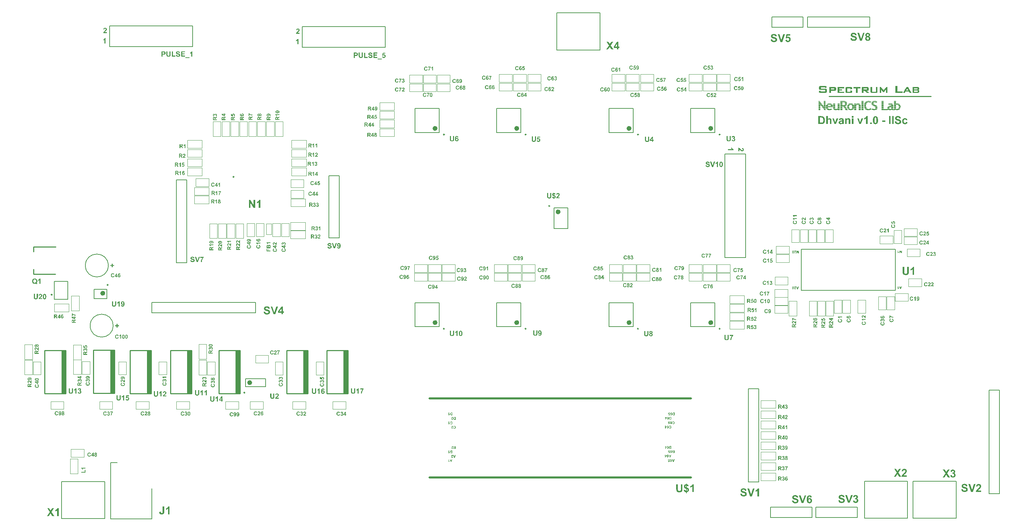
<source format=gto>
G04 Layer_Color=65535*
%FSLAX43Y43*%
%MOMM*%
G71*
G01*
G75*
%ADD13C,0.200*%
%ADD14C,0.500*%
%ADD55C,0.600*%
%ADD57C,0.250*%
%ADD58C,0.100*%
%ADD59C,0.254*%
%ADD60C,0.051*%
%ADD61C,0.233*%
%ADD62C,0.105*%
%ADD63C,0.059*%
%ADD64R,1.095X10.600*%
G36*
X130353Y58126D02*
X130368Y58124D01*
X130386Y58121D01*
X130405Y58119D01*
X130425Y58114D01*
X130449Y58108D01*
X130470Y58101D01*
X130495Y58094D01*
X130519Y58083D01*
X130542Y58070D01*
X130566Y58057D01*
X130587Y58041D01*
X130609Y58022D01*
X130611D01*
X130612Y58019D01*
X130620Y58010D01*
X130631Y57997D01*
X130646Y57977D01*
X130662Y57952D01*
X130680Y57922D01*
X130696Y57887D01*
X130709Y57846D01*
X130517Y57801D01*
Y57803D01*
X130516Y57804D01*
X130514Y57813D01*
X130508Y57826D01*
X130501Y57843D01*
X130492Y57862D01*
X130479Y57882D01*
X130465Y57901D01*
X130446Y57918D01*
X130443Y57920D01*
X130435Y57925D01*
X130425Y57933D01*
X130409Y57940D01*
X130390Y57949D01*
X130367Y57955D01*
X130342Y57961D01*
X130314Y57962D01*
X130304D01*
X130296Y57961D01*
X130288Y57959D01*
X130277Y57958D01*
X130252Y57952D01*
X130225Y57943D01*
X130195Y57930D01*
X130182Y57921D01*
X130168Y57911D01*
X130154Y57898D01*
X130141Y57884D01*
Y57883D01*
X130138Y57882D01*
X130135Y57876D01*
X130131Y57870D01*
X130127Y57861D01*
X130121Y57851D01*
X130115Y57839D01*
X130109Y57824D01*
X130102Y57808D01*
X130096Y57791D01*
X130090Y57770D01*
X130086Y57747D01*
X130081Y57724D01*
X130078Y57696D01*
X130077Y57666D01*
X130075Y57636D01*
Y57634D01*
Y57628D01*
Y57618D01*
X130077Y57606D01*
Y57590D01*
X130078Y57574D01*
X130081Y57555D01*
X130084Y57535D01*
X130092Y57492D01*
X130103Y57448D01*
X130111Y57428D01*
X130119Y57409D01*
X130128Y57391D01*
X130140Y57375D01*
X130141Y57374D01*
X130143Y57372D01*
X130152Y57364D01*
X130166Y57352D01*
X130185Y57337D01*
X130210Y57323D01*
X130239Y57311D01*
X130273Y57302D01*
X130290Y57301D01*
X130310Y57299D01*
X130317D01*
X130323Y57301D01*
X130337Y57302D01*
X130355Y57305D01*
X130377Y57311D01*
X130399Y57320D01*
X130421Y57331D01*
X130443Y57348D01*
X130446Y57350D01*
X130451Y57356D01*
X130462Y57369D01*
X130473Y57386D01*
X130487Y57408D01*
X130500Y57435D01*
X130513Y57466D01*
X130523Y57504D01*
X130712Y57446D01*
Y57444D01*
X130710Y57438D01*
X130707Y57431D01*
X130703Y57419D01*
X130699Y57406D01*
X130693Y57391D01*
X130686Y57374D01*
X130677Y57356D01*
X130658Y57318D01*
X130633Y57279D01*
X130602Y57242D01*
X130586Y57225D01*
X130567Y57210D01*
X130566Y57209D01*
X130563Y57207D01*
X130557Y57203D01*
X130549Y57198D01*
X130539Y57192D01*
X130528Y57187D01*
X130513Y57179D01*
X130497Y57172D01*
X130479Y57165D01*
X130460Y57157D01*
X130440Y57151D01*
X130418Y57146D01*
X130393Y57141D01*
X130368Y57137D01*
X130340Y57135D01*
X130312Y57134D01*
X130304D01*
X130293Y57135D01*
X130280D01*
X130264Y57138D01*
X130245Y57141D01*
X130225Y57144D01*
X130201Y57150D01*
X130176Y57157D01*
X130152Y57166D01*
X130125Y57176D01*
X130099Y57189D01*
X130073Y57204D01*
X130046Y57222D01*
X130021Y57241D01*
X129998Y57264D01*
X129996Y57266D01*
X129992Y57270D01*
X129986Y57277D01*
X129979Y57288D01*
X129970Y57301D01*
X129958Y57317D01*
X129948Y57336D01*
X129936Y57358D01*
X129925Y57381D01*
X129915Y57409D01*
X129904Y57438D01*
X129894Y57470D01*
X129887Y57504D01*
X129881Y57541D01*
X129876Y57580D01*
X129875Y57621D01*
Y57624D01*
Y57631D01*
X129876Y57645D01*
Y57661D01*
X129879Y57681D01*
X129881Y57704D01*
X129885Y57729D01*
X129891Y57757D01*
X129897Y57788D01*
X129906Y57817D01*
X129915Y57849D01*
X129926Y57880D01*
X129941Y57911D01*
X129957Y57940D01*
X129976Y57968D01*
X129998Y57994D01*
X129999Y57996D01*
X130004Y58000D01*
X130011Y58006D01*
X130020Y58015D01*
X130033Y58025D01*
X130048Y58037D01*
X130065Y58048D01*
X130086Y58061D01*
X130108Y58073D01*
X130133Y58085D01*
X130159Y58097D01*
X130188Y58107D01*
X130219Y58116D01*
X130252Y58121D01*
X130288Y58126D01*
X130324Y58127D01*
X130342D01*
X130353Y58126D01*
D02*
G37*
G36*
X131670Y64913D02*
X131681D01*
X131695Y64911D01*
X131709Y64908D01*
X131725Y64905D01*
X131759Y64897D01*
X131794Y64885D01*
X131829Y64867D01*
X131845Y64856D01*
X131860Y64844D01*
X131861Y64842D01*
X131863Y64841D01*
X131867Y64837D01*
X131872Y64831D01*
X131883Y64816D01*
X131898Y64796D01*
X131913Y64769D01*
X131924Y64739D01*
X131933Y64705D01*
X131935Y64686D01*
X131936Y64665D01*
Y64662D01*
Y64654D01*
X131935Y64642D01*
X131932Y64626D01*
X131927Y64607D01*
X131921Y64588D01*
X131913Y64567D01*
X131901Y64547D01*
X131899Y64544D01*
X131895Y64538D01*
X131886Y64529D01*
X131876Y64518D01*
X131861Y64504D01*
X131845Y64491D01*
X131825Y64480D01*
X131803Y64468D01*
X131804D01*
X131806Y64466D01*
X131810Y64465D01*
X131816Y64462D01*
X131831Y64455D01*
X131848Y64445D01*
X131867Y64431D01*
X131888Y64415D01*
X131907Y64396D01*
X131924Y64374D01*
X131926Y64371D01*
X131932Y64364D01*
X131938Y64351D01*
X131946Y64333D01*
X131954Y64313D01*
X131961Y64288D01*
X131965Y64260D01*
X131967Y64231D01*
Y64229D01*
Y64225D01*
Y64218D01*
X131965Y64209D01*
X131964Y64197D01*
X131962Y64184D01*
X131959Y64169D01*
X131957Y64153D01*
X131946Y64120D01*
X131939Y64102D01*
X131930Y64083D01*
X131920Y64066D01*
X131910Y64048D01*
X131895Y64030D01*
X131880Y64014D01*
X131879Y64013D01*
X131876Y64011D01*
X131872Y64007D01*
X131864Y64001D01*
X131857Y63995D01*
X131847Y63988D01*
X131834Y63981D01*
X131820Y63973D01*
X131806Y63966D01*
X131788Y63959D01*
X131769Y63951D01*
X131750Y63946D01*
X131728Y63940D01*
X131705Y63935D01*
X131681Y63934D01*
X131655Y63932D01*
X131642D01*
X131633Y63934D01*
X131622D01*
X131608Y63937D01*
X131594Y63938D01*
X131579Y63941D01*
X131544Y63950D01*
X131507Y63962D01*
X131471Y63979D01*
X131453Y63989D01*
X131437Y64001D01*
X131436Y64003D01*
X131433Y64006D01*
X131428Y64010D01*
X131421Y64016D01*
X131414Y64025D01*
X131405Y64035D01*
X131396Y64047D01*
X131386Y64060D01*
X131377Y64074D01*
X131367Y64090D01*
X131358Y64109D01*
X131351Y64128D01*
X131344Y64150D01*
X131339Y64174D01*
X131336Y64197D01*
X131335Y64224D01*
Y64225D01*
Y64227D01*
Y64231D01*
Y64237D01*
X131336Y64251D01*
X131339Y64270D01*
X131344Y64292D01*
X131351Y64317D01*
X131360Y64342D01*
X131373Y64367D01*
Y64368D01*
X131374Y64370D01*
X131380Y64377D01*
X131389Y64390D01*
X131402Y64405D01*
X131420Y64421D01*
X131440Y64437D01*
X131465Y64453D01*
X131494Y64468D01*
X131493D01*
X131491Y64469D01*
X131483Y64474D01*
X131471Y64480D01*
X131455Y64490D01*
X131439Y64500D01*
X131421Y64515D01*
X131405Y64531D01*
X131392Y64550D01*
X131390Y64553D01*
X131387Y64559D01*
X131382Y64570D01*
X131376Y64584D01*
X131370Y64601D01*
X131364Y64622D01*
X131361Y64642D01*
X131360Y64665D01*
Y64667D01*
Y64670D01*
Y64676D01*
X131361Y64683D01*
X131363Y64693D01*
X131364Y64703D01*
X131368Y64728D01*
X131377Y64756D01*
X131392Y64787D01*
X131399Y64801D01*
X131409Y64816D01*
X131421Y64831D01*
X131434Y64844D01*
X131436Y64845D01*
X131437Y64847D01*
X131442Y64850D01*
X131447Y64856D01*
X131456Y64860D01*
X131465Y64866D01*
X131477Y64873D01*
X131488Y64879D01*
X131503Y64886D01*
X131519Y64892D01*
X131537Y64898D01*
X131556Y64904D01*
X131576Y64908D01*
X131598Y64911D01*
X131623Y64913D01*
X131648Y64914D01*
X131661D01*
X131670Y64913D01*
D02*
G37*
G36*
X199750Y74772D02*
X199057D01*
X199058Y74771D01*
X199061Y74768D01*
X199065Y74762D01*
X199073Y74755D01*
X199080Y74744D01*
X199089Y74733D01*
X199099Y74719D01*
X199109Y74703D01*
X199121Y74687D01*
X199133Y74668D01*
X199155Y74629D01*
X199176Y74583D01*
X199196Y74534D01*
X199029D01*
Y74535D01*
X199027Y74537D01*
X199026Y74541D01*
X199024Y74547D01*
X199018Y74561D01*
X199008Y74580D01*
X198997Y74604D01*
X198980Y74630D01*
X198963Y74659D01*
X198939Y74690D01*
X198938Y74692D01*
X198937Y74695D01*
X198932Y74699D01*
X198928Y74703D01*
X198915Y74718D01*
X198896Y74737D01*
X198874Y74756D01*
X198847Y74775D01*
X198818Y74793D01*
X198786Y74806D01*
Y74956D01*
X199750D01*
Y74772D01*
D02*
G37*
G36*
X216625Y49301D02*
X215932D01*
X215933Y49299D01*
X215936Y49297D01*
X215940Y49291D01*
X215948Y49283D01*
X215955Y49273D01*
X215964Y49261D01*
X215974Y49248D01*
X215984Y49232D01*
X215996Y49216D01*
X216008Y49197D01*
X216030Y49158D01*
X216051Y49112D01*
X216070Y49062D01*
X215904D01*
Y49064D01*
X215902Y49065D01*
X215901Y49070D01*
X215899Y49076D01*
X215893Y49090D01*
X215883Y49109D01*
X215872Y49133D01*
X215855Y49159D01*
X215838Y49188D01*
X215814Y49219D01*
X215813Y49220D01*
X215812Y49223D01*
X215807Y49228D01*
X215803Y49232D01*
X215790Y49247D01*
X215771Y49266D01*
X215749Y49285D01*
X215722Y49304D01*
X215693Y49321D01*
X215661Y49335D01*
Y49485D01*
X216625D01*
Y49301D01*
D02*
G37*
G36*
X216337Y48885D02*
X216344Y48882D01*
X216356Y48878D01*
X216369Y48874D01*
X216384Y48868D01*
X216401Y48861D01*
X216419Y48852D01*
X216457Y48833D01*
X216496Y48808D01*
X216533Y48777D01*
X216550Y48761D01*
X216565Y48742D01*
X216566Y48741D01*
X216568Y48738D01*
X216572Y48732D01*
X216577Y48724D01*
X216583Y48714D01*
X216588Y48703D01*
X216596Y48688D01*
X216603Y48672D01*
X216610Y48654D01*
X216618Y48635D01*
X216624Y48615D01*
X216629Y48593D01*
X216634Y48568D01*
X216638Y48543D01*
X216640Y48515D01*
X216641Y48487D01*
Y48486D01*
Y48479D01*
X216640Y48468D01*
Y48455D01*
X216637Y48439D01*
X216634Y48420D01*
X216631Y48400D01*
X216625Y48376D01*
X216618Y48351D01*
X216609Y48327D01*
X216599Y48300D01*
X216585Y48274D01*
X216571Y48248D01*
X216553Y48221D01*
X216534Y48196D01*
X216511Y48173D01*
X216509Y48171D01*
X216505Y48167D01*
X216498Y48161D01*
X216487Y48154D01*
X216474Y48145D01*
X216458Y48133D01*
X216439Y48123D01*
X216417Y48111D01*
X216394Y48100D01*
X216366Y48090D01*
X216337Y48079D01*
X216305Y48069D01*
X216271Y48062D01*
X216234Y48056D01*
X216195Y48051D01*
X216154Y48050D01*
X216144D01*
X216130Y48051D01*
X216114D01*
X216094Y48054D01*
X216070Y48056D01*
X216046Y48060D01*
X216018Y48066D01*
X215987Y48072D01*
X215958Y48081D01*
X215926Y48090D01*
X215895Y48101D01*
X215864Y48116D01*
X215835Y48132D01*
X215807Y48151D01*
X215781Y48173D01*
X215779Y48174D01*
X215775Y48179D01*
X215769Y48186D01*
X215760Y48195D01*
X215750Y48208D01*
X215738Y48223D01*
X215727Y48240D01*
X215714Y48261D01*
X215702Y48283D01*
X215690Y48307D01*
X215678Y48334D01*
X215668Y48363D01*
X215659Y48394D01*
X215654Y48427D01*
X215649Y48463D01*
X215648Y48499D01*
Y48501D01*
Y48506D01*
Y48517D01*
X215649Y48528D01*
X215651Y48543D01*
X215654Y48561D01*
X215656Y48580D01*
X215661Y48600D01*
X215667Y48624D01*
X215674Y48645D01*
X215681Y48670D01*
X215692Y48694D01*
X215705Y48717D01*
X215718Y48741D01*
X215734Y48763D01*
X215753Y48784D01*
Y48786D01*
X215756Y48787D01*
X215765Y48795D01*
X215778Y48806D01*
X215798Y48821D01*
X215823Y48837D01*
X215853Y48855D01*
X215888Y48871D01*
X215929Y48884D01*
X215974Y48692D01*
X215972D01*
X215971Y48691D01*
X215962Y48689D01*
X215949Y48683D01*
X215932Y48676D01*
X215912Y48667D01*
X215893Y48654D01*
X215874Y48640D01*
X215857Y48621D01*
X215855Y48618D01*
X215850Y48610D01*
X215842Y48600D01*
X215835Y48584D01*
X215826Y48565D01*
X215820Y48542D01*
X215814Y48517D01*
X215813Y48489D01*
Y48487D01*
Y48485D01*
Y48479D01*
X215814Y48471D01*
X215816Y48463D01*
X215817Y48452D01*
X215823Y48427D01*
X215832Y48400D01*
X215845Y48370D01*
X215854Y48357D01*
X215864Y48343D01*
X215877Y48329D01*
X215891Y48316D01*
X215892D01*
X215893Y48313D01*
X215899Y48310D01*
X215905Y48306D01*
X215914Y48302D01*
X215924Y48296D01*
X215936Y48290D01*
X215951Y48284D01*
X215967Y48277D01*
X215984Y48271D01*
X216005Y48265D01*
X216028Y48261D01*
X216051Y48256D01*
X216079Y48253D01*
X216109Y48252D01*
X216139Y48250D01*
X216157D01*
X216169Y48252D01*
X216185D01*
X216201Y48253D01*
X216220Y48256D01*
X216240Y48259D01*
X216283Y48267D01*
X216327Y48278D01*
X216347Y48286D01*
X216366Y48294D01*
X216384Y48303D01*
X216400Y48315D01*
X216401Y48316D01*
X216403Y48318D01*
X216411Y48327D01*
X216423Y48341D01*
X216438Y48360D01*
X216452Y48385D01*
X216464Y48414D01*
X216473Y48448D01*
X216474Y48465D01*
X216476Y48485D01*
Y48486D01*
Y48487D01*
Y48492D01*
X216474Y48498D01*
X216473Y48512D01*
X216470Y48530D01*
X216464Y48552D01*
X216455Y48574D01*
X216444Y48596D01*
X216427Y48618D01*
X216425Y48621D01*
X216419Y48626D01*
X216406Y48637D01*
X216389Y48648D01*
X216367Y48662D01*
X216340Y48675D01*
X216309Y48688D01*
X216271Y48698D01*
X216329Y48887D01*
X216331D01*
X216337Y48885D01*
D02*
G37*
G36*
X191278Y54401D02*
X191293Y54399D01*
X191311Y54396D01*
X191330Y54394D01*
X191350Y54389D01*
X191374Y54383D01*
X191395Y54376D01*
X191420Y54369D01*
X191444Y54358D01*
X191467Y54345D01*
X191491Y54332D01*
X191512Y54316D01*
X191534Y54297D01*
X191536D01*
X191537Y54294D01*
X191545Y54285D01*
X191556Y54272D01*
X191571Y54252D01*
X191587Y54227D01*
X191605Y54197D01*
X191621Y54162D01*
X191634Y54121D01*
X191442Y54076D01*
Y54078D01*
X191441Y54079D01*
X191439Y54088D01*
X191434Y54101D01*
X191426Y54118D01*
X191417Y54138D01*
X191404Y54157D01*
X191390Y54176D01*
X191371Y54193D01*
X191368Y54195D01*
X191360Y54200D01*
X191350Y54208D01*
X191334Y54215D01*
X191315Y54224D01*
X191292Y54230D01*
X191267Y54236D01*
X191239Y54237D01*
X191229D01*
X191221Y54236D01*
X191213Y54234D01*
X191202Y54233D01*
X191177Y54227D01*
X191150Y54218D01*
X191120Y54205D01*
X191107Y54196D01*
X191093Y54186D01*
X191079Y54173D01*
X191066Y54159D01*
Y54158D01*
X191063Y54157D01*
X191060Y54151D01*
X191056Y54145D01*
X191052Y54136D01*
X191046Y54126D01*
X191040Y54114D01*
X191034Y54099D01*
X191027Y54083D01*
X191021Y54066D01*
X191015Y54045D01*
X191011Y54022D01*
X191006Y53999D01*
X191003Y53971D01*
X191002Y53941D01*
X191000Y53911D01*
Y53909D01*
Y53903D01*
Y53893D01*
X191002Y53881D01*
Y53865D01*
X191003Y53849D01*
X191006Y53830D01*
X191009Y53810D01*
X191017Y53767D01*
X191028Y53723D01*
X191036Y53703D01*
X191044Y53684D01*
X191053Y53666D01*
X191065Y53650D01*
X191066Y53649D01*
X191068Y53647D01*
X191077Y53639D01*
X191091Y53627D01*
X191110Y53612D01*
X191135Y53598D01*
X191164Y53586D01*
X191198Y53577D01*
X191215Y53576D01*
X191235Y53574D01*
X191242D01*
X191248Y53576D01*
X191262Y53577D01*
X191280Y53580D01*
X191302Y53586D01*
X191324Y53595D01*
X191346Y53606D01*
X191368Y53623D01*
X191371Y53625D01*
X191376Y53631D01*
X191387Y53644D01*
X191398Y53661D01*
X191412Y53682D01*
X191425Y53710D01*
X191438Y53741D01*
X191448Y53779D01*
X191637Y53721D01*
Y53719D01*
X191635Y53713D01*
X191632Y53706D01*
X191628Y53694D01*
X191624Y53681D01*
X191618Y53666D01*
X191611Y53649D01*
X191602Y53631D01*
X191583Y53593D01*
X191558Y53554D01*
X191527Y53517D01*
X191511Y53500D01*
X191492Y53485D01*
X191491Y53484D01*
X191488Y53482D01*
X191482Y53478D01*
X191474Y53473D01*
X191464Y53467D01*
X191453Y53462D01*
X191438Y53454D01*
X191422Y53447D01*
X191404Y53440D01*
X191385Y53432D01*
X191365Y53426D01*
X191343Y53421D01*
X191318Y53416D01*
X191293Y53412D01*
X191265Y53410D01*
X191237Y53409D01*
X191229D01*
X191218Y53410D01*
X191205D01*
X191189Y53413D01*
X191170Y53416D01*
X191150Y53419D01*
X191126Y53425D01*
X191101Y53432D01*
X191077Y53441D01*
X191050Y53451D01*
X191024Y53465D01*
X190998Y53479D01*
X190971Y53497D01*
X190946Y53516D01*
X190923Y53539D01*
X190921Y53541D01*
X190917Y53545D01*
X190911Y53552D01*
X190904Y53563D01*
X190895Y53576D01*
X190883Y53592D01*
X190873Y53611D01*
X190861Y53633D01*
X190850Y53656D01*
X190839Y53684D01*
X190829Y53713D01*
X190819Y53745D01*
X190812Y53779D01*
X190806Y53816D01*
X190801Y53855D01*
X190800Y53896D01*
Y53899D01*
Y53906D01*
X190801Y53919D01*
Y53936D01*
X190804Y53956D01*
X190806Y53979D01*
X190810Y54004D01*
X190816Y54032D01*
X190822Y54063D01*
X190831Y54092D01*
X190839Y54124D01*
X190851Y54155D01*
X190866Y54186D01*
X190882Y54215D01*
X190901Y54243D01*
X190923Y54269D01*
X190924Y54271D01*
X190929Y54275D01*
X190936Y54281D01*
X190945Y54290D01*
X190958Y54300D01*
X190973Y54312D01*
X190990Y54323D01*
X191011Y54336D01*
X191033Y54348D01*
X191057Y54360D01*
X191084Y54372D01*
X191113Y54382D01*
X191144Y54391D01*
X191177Y54396D01*
X191213Y54401D01*
X191249Y54402D01*
X191267D01*
X191278Y54401D01*
D02*
G37*
G36*
X130853Y64926D02*
X130868Y64924D01*
X130886Y64921D01*
X130905Y64919D01*
X130925Y64914D01*
X130949Y64908D01*
X130970Y64901D01*
X130995Y64894D01*
X131019Y64883D01*
X131042Y64870D01*
X131066Y64857D01*
X131087Y64841D01*
X131109Y64822D01*
X131111D01*
X131112Y64819D01*
X131120Y64810D01*
X131131Y64797D01*
X131146Y64777D01*
X131162Y64752D01*
X131180Y64722D01*
X131196Y64687D01*
X131209Y64646D01*
X131017Y64601D01*
Y64603D01*
X131016Y64604D01*
X131014Y64613D01*
X131008Y64626D01*
X131001Y64643D01*
X130992Y64662D01*
X130979Y64682D01*
X130965Y64701D01*
X130946Y64718D01*
X130943Y64720D01*
X130935Y64725D01*
X130925Y64733D01*
X130909Y64740D01*
X130890Y64749D01*
X130867Y64755D01*
X130842Y64761D01*
X130814Y64762D01*
X130804D01*
X130796Y64761D01*
X130788Y64759D01*
X130777Y64758D01*
X130752Y64752D01*
X130725Y64743D01*
X130695Y64730D01*
X130682Y64721D01*
X130668Y64711D01*
X130654Y64698D01*
X130641Y64684D01*
Y64683D01*
X130638Y64682D01*
X130635Y64676D01*
X130631Y64670D01*
X130627Y64661D01*
X130621Y64651D01*
X130615Y64639D01*
X130609Y64624D01*
X130602Y64608D01*
X130596Y64591D01*
X130590Y64570D01*
X130586Y64547D01*
X130581Y64524D01*
X130578Y64496D01*
X130577Y64466D01*
X130575Y64436D01*
Y64434D01*
Y64428D01*
Y64418D01*
X130577Y64406D01*
Y64390D01*
X130578Y64374D01*
X130581Y64355D01*
X130584Y64335D01*
X130592Y64292D01*
X130603Y64248D01*
X130611Y64228D01*
X130619Y64209D01*
X130628Y64191D01*
X130640Y64175D01*
X130641Y64174D01*
X130643Y64172D01*
X130652Y64164D01*
X130666Y64152D01*
X130685Y64137D01*
X130710Y64123D01*
X130739Y64111D01*
X130773Y64102D01*
X130790Y64101D01*
X130810Y64099D01*
X130817D01*
X130823Y64101D01*
X130837Y64102D01*
X130855Y64105D01*
X130877Y64111D01*
X130899Y64120D01*
X130921Y64131D01*
X130943Y64148D01*
X130946Y64150D01*
X130951Y64156D01*
X130962Y64169D01*
X130973Y64186D01*
X130987Y64207D01*
X131000Y64235D01*
X131013Y64266D01*
X131023Y64304D01*
X131212Y64246D01*
Y64244D01*
X131210Y64238D01*
X131207Y64231D01*
X131203Y64219D01*
X131199Y64206D01*
X131193Y64191D01*
X131186Y64174D01*
X131177Y64156D01*
X131158Y64118D01*
X131133Y64079D01*
X131102Y64042D01*
X131086Y64025D01*
X131067Y64010D01*
X131066Y64009D01*
X131063Y64007D01*
X131057Y64003D01*
X131049Y63998D01*
X131039Y63992D01*
X131028Y63987D01*
X131013Y63979D01*
X130997Y63972D01*
X130979Y63965D01*
X130960Y63957D01*
X130940Y63951D01*
X130918Y63946D01*
X130893Y63941D01*
X130868Y63937D01*
X130840Y63935D01*
X130812Y63934D01*
X130804D01*
X130793Y63935D01*
X130780D01*
X130764Y63938D01*
X130745Y63941D01*
X130725Y63944D01*
X130701Y63950D01*
X130676Y63957D01*
X130652Y63966D01*
X130625Y63976D01*
X130599Y63989D01*
X130573Y64004D01*
X130546Y64022D01*
X130521Y64041D01*
X130498Y64064D01*
X130496Y64066D01*
X130492Y64070D01*
X130486Y64077D01*
X130479Y64088D01*
X130470Y64101D01*
X130458Y64117D01*
X130448Y64136D01*
X130436Y64158D01*
X130425Y64181D01*
X130415Y64209D01*
X130404Y64238D01*
X130394Y64270D01*
X130387Y64304D01*
X130381Y64341D01*
X130376Y64380D01*
X130375Y64421D01*
Y64424D01*
Y64431D01*
X130376Y64445D01*
Y64461D01*
X130379Y64481D01*
X130381Y64504D01*
X130385Y64529D01*
X130391Y64557D01*
X130397Y64588D01*
X130406Y64617D01*
X130415Y64649D01*
X130426Y64680D01*
X130441Y64711D01*
X130457Y64740D01*
X130476Y64768D01*
X130498Y64794D01*
X130499Y64796D01*
X130504Y64800D01*
X130511Y64806D01*
X130520Y64815D01*
X130533Y64825D01*
X130548Y64837D01*
X130565Y64848D01*
X130586Y64861D01*
X130608Y64873D01*
X130632Y64885D01*
X130659Y64897D01*
X130688Y64907D01*
X130719Y64916D01*
X130752Y64921D01*
X130788Y64926D01*
X130824Y64927D01*
X130842D01*
X130853Y64926D01*
D02*
G37*
G36*
X199462Y73610D02*
X199469Y73607D01*
X199481Y73603D01*
X199494Y73599D01*
X199509Y73593D01*
X199526Y73586D01*
X199544Y73577D01*
X199582Y73558D01*
X199621Y73533D01*
X199658Y73502D01*
X199675Y73486D01*
X199690Y73467D01*
X199691Y73466D01*
X199693Y73463D01*
X199697Y73457D01*
X199702Y73449D01*
X199708Y73439D01*
X199713Y73428D01*
X199721Y73413D01*
X199728Y73397D01*
X199735Y73379D01*
X199743Y73360D01*
X199749Y73340D01*
X199754Y73318D01*
X199759Y73293D01*
X199763Y73268D01*
X199765Y73240D01*
X199766Y73212D01*
Y73211D01*
Y73204D01*
X199765Y73193D01*
Y73180D01*
X199762Y73164D01*
X199759Y73145D01*
X199756Y73125D01*
X199750Y73101D01*
X199743Y73076D01*
X199734Y73052D01*
X199724Y73025D01*
X199710Y72999D01*
X199696Y72973D01*
X199678Y72946D01*
X199659Y72921D01*
X199636Y72898D01*
X199634Y72896D01*
X199630Y72892D01*
X199623Y72886D01*
X199612Y72879D01*
X199599Y72870D01*
X199583Y72858D01*
X199564Y72848D01*
X199542Y72836D01*
X199519Y72825D01*
X199491Y72815D01*
X199462Y72804D01*
X199430Y72794D01*
X199396Y72787D01*
X199359Y72781D01*
X199320Y72776D01*
X199279Y72775D01*
X199269D01*
X199255Y72776D01*
X199239D01*
X199219Y72779D01*
X199196Y72781D01*
X199171Y72785D01*
X199143Y72791D01*
X199112Y72797D01*
X199083Y72806D01*
X199051Y72815D01*
X199020Y72826D01*
X198989Y72841D01*
X198960Y72857D01*
X198932Y72876D01*
X198906Y72898D01*
X198904Y72899D01*
X198900Y72904D01*
X198894Y72911D01*
X198885Y72920D01*
X198875Y72933D01*
X198863Y72948D01*
X198852Y72965D01*
X198839Y72986D01*
X198827Y73008D01*
X198815Y73033D01*
X198803Y73059D01*
X198793Y73088D01*
X198784Y73119D01*
X198779Y73152D01*
X198774Y73188D01*
X198773Y73224D01*
Y73226D01*
Y73231D01*
Y73242D01*
X198774Y73253D01*
X198776Y73268D01*
X198779Y73286D01*
X198781Y73305D01*
X198786Y73325D01*
X198792Y73349D01*
X198799Y73370D01*
X198806Y73395D01*
X198817Y73419D01*
X198830Y73442D01*
X198843Y73466D01*
X198859Y73488D01*
X198878Y73509D01*
Y73511D01*
X198881Y73512D01*
X198890Y73520D01*
X198903Y73531D01*
X198923Y73546D01*
X198948Y73562D01*
X198978Y73580D01*
X199013Y73596D01*
X199054Y73609D01*
X199099Y73417D01*
X199097D01*
X199096Y73416D01*
X199087Y73414D01*
X199074Y73409D01*
X199057Y73401D01*
X199038Y73392D01*
X199018Y73379D01*
X198999Y73365D01*
X198982Y73346D01*
X198980Y73343D01*
X198975Y73335D01*
X198967Y73325D01*
X198960Y73309D01*
X198951Y73290D01*
X198945Y73267D01*
X198939Y73242D01*
X198938Y73214D01*
Y73212D01*
Y73210D01*
Y73204D01*
X198939Y73196D01*
X198941Y73188D01*
X198942Y73177D01*
X198948Y73152D01*
X198957Y73125D01*
X198970Y73095D01*
X198979Y73082D01*
X198989Y73068D01*
X199002Y73054D01*
X199016Y73041D01*
X199017D01*
X199018Y73038D01*
X199024Y73035D01*
X199030Y73031D01*
X199039Y73027D01*
X199049Y73021D01*
X199061Y73015D01*
X199076Y73009D01*
X199092Y73002D01*
X199109Y72996D01*
X199130Y72990D01*
X199153Y72986D01*
X199176Y72981D01*
X199204Y72978D01*
X199234Y72977D01*
X199264Y72975D01*
X199282D01*
X199294Y72977D01*
X199310D01*
X199326Y72978D01*
X199345Y72981D01*
X199365Y72984D01*
X199408Y72992D01*
X199452Y73003D01*
X199472Y73011D01*
X199491Y73019D01*
X199509Y73028D01*
X199525Y73040D01*
X199526Y73041D01*
X199528Y73043D01*
X199536Y73052D01*
X199548Y73066D01*
X199563Y73085D01*
X199577Y73110D01*
X199589Y73139D01*
X199598Y73173D01*
X199599Y73191D01*
X199601Y73210D01*
Y73211D01*
Y73212D01*
Y73217D01*
X199599Y73223D01*
X199598Y73237D01*
X199595Y73255D01*
X199589Y73277D01*
X199580Y73299D01*
X199569Y73321D01*
X199552Y73343D01*
X199550Y73346D01*
X199544Y73351D01*
X199531Y73362D01*
X199514Y73373D01*
X199493Y73387D01*
X199465Y73400D01*
X199434Y73413D01*
X199396Y73423D01*
X199454Y73612D01*
X199456D01*
X199462Y73610D01*
D02*
G37*
G36*
X199750Y74026D02*
X199057D01*
X199058Y74024D01*
X199061Y74022D01*
X199065Y74016D01*
X199073Y74008D01*
X199080Y73998D01*
X199089Y73986D01*
X199099Y73973D01*
X199109Y73957D01*
X199121Y73941D01*
X199133Y73922D01*
X199155Y73883D01*
X199176Y73837D01*
X199196Y73787D01*
X199029D01*
Y73789D01*
X199027Y73790D01*
X199026Y73795D01*
X199024Y73801D01*
X199018Y73815D01*
X199008Y73834D01*
X198997Y73858D01*
X198980Y73884D01*
X198963Y73913D01*
X198939Y73944D01*
X198938Y73945D01*
X198937Y73948D01*
X198932Y73953D01*
X198928Y73957D01*
X198915Y73972D01*
X198896Y73991D01*
X198874Y74010D01*
X198847Y74029D01*
X198818Y74046D01*
X198786Y74060D01*
Y74210D01*
X199750D01*
Y74026D01*
D02*
G37*
G36*
X132401Y64913D02*
X132413Y64911D01*
X132428Y64908D01*
X132444Y64904D01*
X132461Y64900D01*
X132480Y64894D01*
X132499Y64886D01*
X132520Y64878D01*
X132539Y64866D01*
X132559Y64853D01*
X132580Y64838D01*
X132599Y64821D01*
X132616Y64800D01*
X132618Y64799D01*
X132621Y64794D01*
X132625Y64788D01*
X132631Y64778D01*
X132638Y64766D01*
X132646Y64750D01*
X132654Y64733D01*
X132663Y64711D01*
X132672Y64687D01*
X132681Y64660D01*
X132688Y64629D01*
X132695Y64595D01*
X132701Y64559D01*
X132706Y64519D01*
X132709Y64475D01*
X132710Y64428D01*
Y64425D01*
Y64417D01*
Y64404D01*
X132709Y64386D01*
X132707Y64364D01*
X132704Y64339D01*
X132701Y64311D01*
X132698Y64282D01*
X132687Y64219D01*
X132678Y64188D01*
X132669Y64156D01*
X132657Y64127D01*
X132644Y64098D01*
X132630Y64071D01*
X132612Y64048D01*
X132611Y64047D01*
X132608Y64044D01*
X132602Y64038D01*
X132594Y64030D01*
X132584Y64022D01*
X132572Y64011D01*
X132559Y64001D01*
X132543Y63991D01*
X132526Y63979D01*
X132507Y63969D01*
X132486Y63959D01*
X132464Y63950D01*
X132439Y63943D01*
X132414Y63937D01*
X132387Y63934D01*
X132359Y63932D01*
X132349D01*
X132340Y63934D01*
X132331D01*
X132319Y63935D01*
X132295Y63940D01*
X132265Y63947D01*
X132235Y63957D01*
X132204Y63972D01*
X132176Y63992D01*
Y63994D01*
X132173Y63995D01*
X132164Y64004D01*
X132153Y64017D01*
X132139Y64038D01*
X132125Y64063D01*
X132110Y64093D01*
X132097Y64130D01*
X132088Y64171D01*
X132267Y64191D01*
Y64188D01*
X132268Y64183D01*
X132270Y64172D01*
X132273Y64161D01*
X132277Y64148D01*
X132283Y64133D01*
X132290Y64121D01*
X132299Y64109D01*
X132300Y64108D01*
X132303Y64105D01*
X132311Y64102D01*
X132318Y64098D01*
X132330Y64092D01*
X132341Y64089D01*
X132356Y64086D01*
X132372Y64085D01*
X132375D01*
X132382Y64086D01*
X132393Y64088D01*
X132406Y64090D01*
X132420Y64098D01*
X132436Y64107D01*
X132453Y64118D01*
X132469Y64136D01*
X132470Y64139D01*
X132473Y64142D01*
X132474Y64146D01*
X132479Y64153D01*
X132482Y64161D01*
X132486Y64171D01*
X132491Y64183D01*
X132493Y64197D01*
X132498Y64212D01*
X132502Y64229D01*
X132507Y64250D01*
X132511Y64272D01*
X132514Y64297D01*
X132517Y64325D01*
X132520Y64354D01*
X132518Y64352D01*
X132517Y64351D01*
X132512Y64346D01*
X132507Y64341D01*
X132492Y64329D01*
X132472Y64314D01*
X132447Y64298D01*
X132417Y64286D01*
X132384Y64276D01*
X132365Y64275D01*
X132346Y64273D01*
X132335D01*
X132327Y64275D01*
X132316Y64276D01*
X132306Y64278D01*
X132280Y64284D01*
X132249Y64294D01*
X132233Y64301D01*
X132215Y64310D01*
X132199Y64320D01*
X132183Y64332D01*
X132167Y64345D01*
X132151Y64360D01*
X132150Y64361D01*
X132148Y64364D01*
X132144Y64368D01*
X132138Y64376D01*
X132132Y64385D01*
X132125Y64395D01*
X132117Y64406D01*
X132110Y64421D01*
X132103Y64437D01*
X132096Y64453D01*
X132088Y64472D01*
X132082Y64493D01*
X132072Y64538D01*
X132071Y64562D01*
X132069Y64588D01*
Y64589D01*
Y64594D01*
Y64603D01*
X132071Y64613D01*
X132072Y64624D01*
X132074Y64639D01*
X132077Y64655D01*
X132079Y64673D01*
X132090Y64709D01*
X132097Y64730D01*
X132106Y64749D01*
X132116Y64769D01*
X132128Y64788D01*
X132141Y64806D01*
X132156Y64823D01*
X132157Y64825D01*
X132160Y64828D01*
X132164Y64832D01*
X132172Y64838D01*
X132180Y64844D01*
X132191Y64853D01*
X132202Y64860D01*
X132215Y64869D01*
X132230Y64878D01*
X132248Y64885D01*
X132265Y64894D01*
X132286Y64900D01*
X132306Y64905D01*
X132328Y64910D01*
X132352Y64913D01*
X132376Y64914D01*
X132391D01*
X132401Y64913D01*
D02*
G37*
G36*
X138663Y61838D02*
X138661Y61837D01*
X138660Y61836D01*
X138656Y61830D01*
X138650Y61824D01*
X138642Y61816D01*
X138634Y61806D01*
X138623Y61795D01*
X138613Y61781D01*
X138601Y61767D01*
X138590Y61751D01*
X138577Y61732D01*
X138562Y61713D01*
X138549Y61691D01*
X138534Y61669D01*
X138518Y61644D01*
X138503Y61618D01*
X138502Y61616D01*
X138501Y61612D01*
X138496Y61603D01*
X138490Y61593D01*
X138483Y61579D01*
X138476Y61563D01*
X138467Y61546D01*
X138458Y61525D01*
X138448Y61503D01*
X138438Y61480D01*
X138427Y61455D01*
X138417Y61429D01*
X138398Y61372D01*
X138381Y61312D01*
Y61310D01*
X138379Y61304D01*
X138376Y61296D01*
X138375Y61285D01*
X138370Y61271D01*
X138367Y61255D01*
X138363Y61236D01*
X138360Y61215D01*
X138356Y61193D01*
X138351Y61171D01*
X138345Y61123D01*
X138341Y61073D01*
X138340Y61025D01*
X138163D01*
Y61028D01*
Y61034D01*
X138164Y61044D01*
Y61059D01*
X138165Y61078D01*
X138168Y61098D01*
X138171Y61123D01*
X138174Y61149D01*
X138179Y61179D01*
X138185Y61211D01*
X138192Y61244D01*
X138199Y61278D01*
X138208Y61315D01*
X138218Y61353D01*
X138231Y61391D01*
X138245Y61429D01*
X138246Y61432D01*
X138247Y61438D01*
X138253Y61449D01*
X138259Y61464D01*
X138266Y61481D01*
X138275Y61503D01*
X138287Y61527D01*
X138300Y61553D01*
X138313Y61581D01*
X138329Y61610D01*
X138364Y61673D01*
X138405Y61737D01*
X138451Y61800D01*
X138034D01*
Y61972D01*
X138663D01*
Y61838D01*
D02*
G37*
G36*
X193434Y58863D02*
X193445Y58861D01*
X193458Y58860D01*
X193475Y58857D01*
X193491Y58854D01*
X193524Y58842D01*
X193543Y58836D01*
X193561Y58828D01*
X193578Y58817D01*
X193597Y58806D01*
X193614Y58792D01*
X193630Y58776D01*
X193631Y58775D01*
X193633Y58773D01*
X193636Y58769D01*
X193640Y58765D01*
X193652Y58750D01*
X193665Y58730D01*
X193676Y58706D01*
X193688Y58680D01*
X193696Y58649D01*
X193698Y58633D01*
Y58617D01*
Y58615D01*
Y58611D01*
X193697Y58605D01*
Y58596D01*
X193694Y58585D01*
X193691Y58573D01*
X193687Y58560D01*
X193681Y58545D01*
X193674Y58529D01*
X193665Y58513D01*
X193653Y58495D01*
X193640Y58479D01*
X193624Y58462D01*
X193605Y58446D01*
X193584Y58430D01*
X193559Y58415D01*
X193561D01*
X193564Y58414D01*
X193567D01*
X193573Y58412D01*
X193589Y58406D01*
X193606Y58399D01*
X193628Y58389D01*
X193650Y58374D01*
X193671Y58356D01*
X193691Y58336D01*
X193693Y58333D01*
X193698Y58326D01*
X193707Y58313D01*
X193716Y58295D01*
X193725Y58273D01*
X193734Y58247D01*
X193739Y58219D01*
X193741Y58187D01*
Y58185D01*
Y58181D01*
Y58175D01*
X193739Y58166D01*
X193738Y58155D01*
X193736Y58143D01*
X193734Y58128D01*
X193729Y58112D01*
X193717Y58078D01*
X193710Y58061D01*
X193701Y58043D01*
X193691Y58024D01*
X193678Y58007D01*
X193663Y57989D01*
X193647Y57972D01*
X193646Y57970D01*
X193643Y57967D01*
X193638Y57963D01*
X193631Y57959D01*
X193622Y57951D01*
X193611Y57944D01*
X193599Y57935D01*
X193584Y57928D01*
X193568Y57919D01*
X193551Y57910D01*
X193532Y57903D01*
X193511Y57897D01*
X193489Y57891D01*
X193467Y57887D01*
X193442Y57884D01*
X193418Y57882D01*
X193404D01*
X193396Y57884D01*
X193384Y57885D01*
X193371Y57887D01*
X193356Y57888D01*
X193341Y57891D01*
X193306Y57900D01*
X193270Y57915D01*
X193252Y57922D01*
X193233Y57932D01*
X193216Y57944D01*
X193200Y57957D01*
X193198Y57959D01*
X193197Y57960D01*
X193192Y57964D01*
X193186Y57970D01*
X193179Y57978D01*
X193172Y57988D01*
X193164Y57998D01*
X193156Y58010D01*
X193138Y58038D01*
X193122Y58071D01*
X193109Y58109D01*
X193104Y58131D01*
X193102Y58153D01*
X193280Y58175D01*
Y58174D01*
Y58172D01*
X193281Y58163D01*
X193284Y58152D01*
X193289Y58136D01*
X193295Y58119D01*
X193302Y58102D01*
X193312Y58084D01*
X193325Y58070D01*
X193327Y58068D01*
X193333Y58064D01*
X193340Y58058D01*
X193352Y58052D01*
X193365Y58046D01*
X193380Y58040D01*
X193397Y58036D01*
X193416Y58035D01*
X193426D01*
X193437Y58038D01*
X193450Y58040D01*
X193464Y58045D01*
X193480Y58052D01*
X193497Y58062D01*
X193513Y58077D01*
X193514Y58078D01*
X193518Y58086D01*
X193526Y58095D01*
X193533Y58108D01*
X193539Y58125D01*
X193546Y58146D01*
X193551Y58169D01*
X193552Y58196D01*
Y58197D01*
Y58198D01*
Y58207D01*
X193551Y58220D01*
X193548Y58236D01*
X193543Y58254D01*
X193536Y58272D01*
X193527Y58291D01*
X193514Y58307D01*
X193513Y58308D01*
X193507Y58313D01*
X193499Y58320D01*
X193488Y58327D01*
X193475Y58335D01*
X193458Y58342D01*
X193441Y58346D01*
X193422Y58348D01*
X193409D01*
X193399Y58346D01*
X193387Y58345D01*
X193372Y58342D01*
X193356Y58337D01*
X193339Y58333D01*
X193359Y58482D01*
X193371D01*
X193385Y58484D01*
X193401Y58485D01*
X193419Y58488D01*
X193438Y58494D01*
X193457Y58503D01*
X193473Y58513D01*
X193475Y58514D01*
X193479Y58519D01*
X193486Y58528D01*
X193494Y58538D01*
X193501Y58551D01*
X193508Y58567D01*
X193513Y58585D01*
X193514Y58605D01*
Y58607D01*
Y58614D01*
X193513Y58623D01*
X193511Y58633D01*
X193507Y58645D01*
X193502Y58658D01*
X193495Y58671D01*
X193485Y58683D01*
X193483Y58684D01*
X193479Y58687D01*
X193473Y58692D01*
X193464Y58697D01*
X193453Y58703D01*
X193439Y58708D01*
X193423Y58711D01*
X193406Y58712D01*
X193399D01*
X193390Y58711D01*
X193378Y58708D01*
X193365Y58703D01*
X193352Y58697D01*
X193337Y58690D01*
X193324Y58678D01*
X193322Y58677D01*
X193318Y58672D01*
X193314Y58665D01*
X193306Y58655D01*
X193299Y58640D01*
X193293Y58624D01*
X193287Y58605D01*
X193284Y58583D01*
X193115Y58611D01*
Y58612D01*
X193116Y58615D01*
Y58620D01*
X193118Y58626D01*
X193122Y58642D01*
X193128Y58662D01*
X193135Y58684D01*
X193144Y58708D01*
X193156Y58731D01*
X193167Y58751D01*
X193169Y58754D01*
X193175Y58760D01*
X193182Y58769D01*
X193194Y58782D01*
X193208Y58795D01*
X193224Y58809D01*
X193245Y58822D01*
X193267Y58833D01*
X193268D01*
X193270Y58835D01*
X193279Y58838D01*
X193292Y58844D01*
X193309Y58850D01*
X193331Y58854D01*
X193355Y58860D01*
X193382Y58863D01*
X193412Y58864D01*
X193425D01*
X193434Y58863D01*
D02*
G37*
G36*
X137620Y61988D02*
X137631D01*
X137645Y61986D01*
X137659Y61983D01*
X137675Y61980D01*
X137709Y61972D01*
X137744Y61960D01*
X137779Y61942D01*
X137795Y61931D01*
X137810Y61919D01*
X137811Y61917D01*
X137813Y61916D01*
X137817Y61912D01*
X137822Y61906D01*
X137833Y61891D01*
X137848Y61871D01*
X137863Y61844D01*
X137874Y61814D01*
X137883Y61780D01*
X137885Y61761D01*
X137886Y61740D01*
Y61737D01*
Y61729D01*
X137885Y61717D01*
X137882Y61701D01*
X137877Y61682D01*
X137871Y61663D01*
X137863Y61642D01*
X137851Y61622D01*
X137849Y61619D01*
X137845Y61613D01*
X137836Y61604D01*
X137826Y61593D01*
X137811Y61579D01*
X137795Y61566D01*
X137775Y61555D01*
X137753Y61543D01*
X137754D01*
X137756Y61541D01*
X137760Y61540D01*
X137766Y61537D01*
X137781Y61530D01*
X137798Y61520D01*
X137817Y61506D01*
X137838Y61490D01*
X137857Y61471D01*
X137874Y61449D01*
X137876Y61446D01*
X137882Y61439D01*
X137888Y61426D01*
X137896Y61408D01*
X137904Y61388D01*
X137911Y61363D01*
X137915Y61335D01*
X137917Y61306D01*
Y61304D01*
Y61300D01*
Y61293D01*
X137915Y61284D01*
X137914Y61272D01*
X137912Y61259D01*
X137909Y61244D01*
X137907Y61228D01*
X137896Y61195D01*
X137889Y61177D01*
X137880Y61158D01*
X137870Y61141D01*
X137860Y61123D01*
X137845Y61105D01*
X137830Y61089D01*
X137829Y61088D01*
X137826Y61086D01*
X137822Y61082D01*
X137814Y61076D01*
X137807Y61070D01*
X137797Y61063D01*
X137784Y61056D01*
X137770Y61048D01*
X137756Y61041D01*
X137738Y61034D01*
X137719Y61026D01*
X137700Y61021D01*
X137678Y61015D01*
X137655Y61010D01*
X137631Y61009D01*
X137605Y61007D01*
X137592D01*
X137583Y61009D01*
X137572D01*
X137558Y61012D01*
X137544Y61013D01*
X137529Y61016D01*
X137494Y61025D01*
X137457Y61037D01*
X137421Y61054D01*
X137403Y61064D01*
X137387Y61076D01*
X137386Y61078D01*
X137383Y61081D01*
X137378Y61085D01*
X137371Y61091D01*
X137364Y61100D01*
X137355Y61110D01*
X137346Y61122D01*
X137336Y61135D01*
X137327Y61149D01*
X137317Y61165D01*
X137308Y61184D01*
X137301Y61203D01*
X137294Y61225D01*
X137289Y61249D01*
X137286Y61272D01*
X137285Y61299D01*
Y61300D01*
Y61301D01*
Y61306D01*
Y61312D01*
X137286Y61326D01*
X137289Y61345D01*
X137294Y61367D01*
X137301Y61392D01*
X137310Y61417D01*
X137323Y61442D01*
Y61443D01*
X137324Y61445D01*
X137330Y61452D01*
X137339Y61465D01*
X137352Y61480D01*
X137370Y61496D01*
X137390Y61512D01*
X137415Y61528D01*
X137444Y61543D01*
X137443D01*
X137441Y61544D01*
X137433Y61549D01*
X137421Y61555D01*
X137405Y61565D01*
X137389Y61575D01*
X137371Y61590D01*
X137355Y61606D01*
X137342Y61625D01*
X137340Y61628D01*
X137337Y61634D01*
X137332Y61645D01*
X137326Y61658D01*
X137320Y61676D01*
X137314Y61697D01*
X137311Y61717D01*
X137310Y61740D01*
Y61742D01*
Y61745D01*
Y61751D01*
X137311Y61758D01*
X137313Y61768D01*
X137314Y61778D01*
X137318Y61803D01*
X137327Y61831D01*
X137342Y61862D01*
X137349Y61876D01*
X137359Y61891D01*
X137371Y61906D01*
X137384Y61919D01*
X137386Y61920D01*
X137387Y61922D01*
X137392Y61925D01*
X137397Y61931D01*
X137406Y61935D01*
X137415Y61941D01*
X137427Y61948D01*
X137438Y61954D01*
X137453Y61961D01*
X137469Y61967D01*
X137487Y61973D01*
X137506Y61979D01*
X137526Y61983D01*
X137548Y61986D01*
X137573Y61988D01*
X137598Y61989D01*
X137611D01*
X137620Y61988D01*
D02*
G37*
G36*
X137474Y60277D02*
X137488Y60276D01*
X137506Y60273D01*
X137525Y60270D01*
X137545Y60266D01*
X137569Y60260D01*
X137591Y60253D01*
X137616Y60245D01*
X137639Y60235D01*
X137662Y60222D01*
X137686Y60209D01*
X137708Y60193D01*
X137730Y60174D01*
X137731D01*
X137733Y60171D01*
X137740Y60162D01*
X137752Y60149D01*
X137766Y60128D01*
X137782Y60103D01*
X137800Y60074D01*
X137816Y60039D01*
X137829Y59998D01*
X137638Y59953D01*
Y59954D01*
X137636Y59956D01*
X137635Y59964D01*
X137629Y59977D01*
X137621Y59995D01*
X137613Y60014D01*
X137600Y60033D01*
X137585Y60052D01*
X137566Y60070D01*
X137563Y60071D01*
X137556Y60077D01*
X137545Y60084D01*
X137529Y60092D01*
X137510Y60100D01*
X137487Y60106D01*
X137462Y60112D01*
X137434Y60114D01*
X137424D01*
X137417Y60112D01*
X137408Y60111D01*
X137398Y60109D01*
X137373Y60103D01*
X137345Y60095D01*
X137316Y60081D01*
X137303Y60073D01*
X137288Y60062D01*
X137275Y60049D01*
X137262Y60036D01*
Y60035D01*
X137259Y60033D01*
X137256Y60027D01*
X137251Y60021D01*
X137247Y60013D01*
X137241Y60002D01*
X137235Y59991D01*
X137229Y59976D01*
X137222Y59960D01*
X137216Y59942D01*
X137210Y59922D01*
X137206Y59898D01*
X137202Y59875D01*
X137199Y59847D01*
X137197Y59818D01*
X137196Y59787D01*
Y59786D01*
Y59780D01*
Y59770D01*
X137197Y59758D01*
Y59742D01*
X137199Y59726D01*
X137202Y59707D01*
X137205Y59686D01*
X137212Y59644D01*
X137224Y59600D01*
X137231Y59580D01*
X137240Y59561D01*
X137248Y59543D01*
X137260Y59527D01*
X137262Y59525D01*
X137263Y59524D01*
X137272Y59515D01*
X137286Y59503D01*
X137305Y59489D01*
X137330Y59474D01*
X137360Y59462D01*
X137393Y59454D01*
X137411Y59452D01*
X137430Y59451D01*
X137437D01*
X137443Y59452D01*
X137458Y59454D01*
X137475Y59457D01*
X137497Y59462D01*
X137519Y59471D01*
X137541Y59483D01*
X137563Y59499D01*
X137566Y59502D01*
X137572Y59508D01*
X137582Y59521D01*
X137594Y59537D01*
X137607Y59559D01*
X137620Y59587D01*
X137633Y59618D01*
X137643Y59656D01*
X137832Y59597D01*
Y59596D01*
X137831Y59590D01*
X137828Y59582D01*
X137823Y59571D01*
X137819Y59558D01*
X137813Y59543D01*
X137806Y59525D01*
X137797Y59508D01*
X137778Y59470D01*
X137753Y59430D01*
X137722Y59394D01*
X137706Y59376D01*
X137687Y59362D01*
X137686Y59360D01*
X137683Y59359D01*
X137677Y59354D01*
X137670Y59350D01*
X137660Y59344D01*
X137648Y59338D01*
X137633Y59331D01*
X137617Y59324D01*
X137600Y59316D01*
X137581Y59309D01*
X137560Y59303D01*
X137538Y59297D01*
X137513Y59293D01*
X137488Y59288D01*
X137461Y59287D01*
X137433Y59285D01*
X137424D01*
X137414Y59287D01*
X137401D01*
X137384Y59290D01*
X137365Y59293D01*
X137345Y59296D01*
X137322Y59302D01*
X137297Y59309D01*
X137272Y59318D01*
X137245Y59328D01*
X137219Y59341D01*
X137193Y59356D01*
X137166Y59373D01*
X137142Y59392D01*
X137118Y59416D01*
X137117Y59417D01*
X137112Y59422D01*
X137106Y59429D01*
X137099Y59439D01*
X137090Y59452D01*
X137079Y59468D01*
X137068Y59487D01*
X137057Y59509D01*
X137045Y59533D01*
X137035Y59561D01*
X137025Y59590D01*
X137014Y59622D01*
X137007Y59656D01*
X137001Y59692D01*
X136997Y59732D01*
X136995Y59773D01*
Y59776D01*
Y59783D01*
X136997Y59796D01*
Y59812D01*
X137000Y59833D01*
X137001Y59856D01*
X137006Y59881D01*
X137011Y59909D01*
X137017Y59939D01*
X137026Y59969D01*
X137035Y60001D01*
X137047Y60032D01*
X137061Y60062D01*
X137077Y60092D01*
X137096Y60119D01*
X137118Y60146D01*
X137120Y60147D01*
X137124Y60152D01*
X137131Y60157D01*
X137140Y60166D01*
X137153Y60176D01*
X137168Y60188D01*
X137186Y60200D01*
X137206Y60213D01*
X137228Y60225D01*
X137253Y60236D01*
X137279Y60248D01*
X137308Y60258D01*
X137339Y60267D01*
X137373Y60273D01*
X137408Y60277D01*
X137444Y60279D01*
X137462D01*
X137474Y60277D01*
D02*
G37*
G36*
X139073Y60264D02*
X139082D01*
X139092Y60263D01*
X139118Y60258D01*
X139146Y60251D01*
X139177Y60239D01*
X139207Y60225D01*
X139235Y60204D01*
X139237D01*
X139238Y60201D01*
X139247Y60193D01*
X139259Y60179D01*
X139273Y60159D01*
X139289Y60134D01*
X139304Y60103D01*
X139317Y60067D01*
X139327Y60026D01*
X139149Y60007D01*
Y60010D01*
X139147Y60016D01*
X139145Y60026D01*
X139142Y60037D01*
X139137Y60051D01*
X139131Y60064D01*
X139124Y60077D01*
X139114Y60087D01*
X139112Y60089D01*
X139109Y60092D01*
X139104Y60096D01*
X139095Y60100D01*
X139085Y60105D01*
X139073Y60109D01*
X139060Y60112D01*
X139044Y60114D01*
X139041D01*
X139033Y60112D01*
X139023Y60111D01*
X139010Y60108D01*
X138994Y60100D01*
X138976Y60092D01*
X138960Y60078D01*
X138944Y60061D01*
X138943Y60058D01*
X138940Y60055D01*
X138938Y60051D01*
X138935Y60043D01*
X138931Y60036D01*
X138927Y60026D01*
X138924Y60014D01*
X138919Y60001D01*
X138915Y59985D01*
X138910Y59967D01*
X138906Y59947D01*
X138903Y59925D01*
X138900Y59900D01*
X138897Y59872D01*
X138894Y59843D01*
X138896Y59844D01*
X138897Y59846D01*
X138902Y59850D01*
X138906Y59856D01*
X138922Y59869D01*
X138941Y59884D01*
X138966Y59898D01*
X138995Y59912D01*
X139029Y59922D01*
X139046Y59923D01*
X139066Y59925D01*
X139077D01*
X139085Y59923D01*
X139095Y59922D01*
X139106Y59920D01*
X139133Y59913D01*
X139164Y59903D01*
X139180Y59896D01*
X139196Y59887D01*
X139213Y59877D01*
X139229Y59865D01*
X139245Y59852D01*
X139262Y59836D01*
X139263Y59834D01*
X139264Y59831D01*
X139269Y59827D01*
X139275Y59819D01*
X139281Y59811D01*
X139288Y59800D01*
X139295Y59789D01*
X139304Y59774D01*
X139311Y59759D01*
X139319Y59742D01*
X139326Y59723D01*
X139332Y59702D01*
X139338Y59682D01*
X139342Y59659D01*
X139343Y59634D01*
X139345Y59609D01*
Y59607D01*
Y59603D01*
Y59594D01*
X139343Y59584D01*
X139342Y59572D01*
X139341Y59558D01*
X139338Y59541D01*
X139335Y59524D01*
X139323Y59486D01*
X139317Y59467D01*
X139308Y59446D01*
X139298Y59427D01*
X139286Y59408D01*
X139273Y59389D01*
X139257Y59372D01*
X139256Y59370D01*
X139253Y59367D01*
X139248Y59363D01*
X139241Y59359D01*
X139234Y59351D01*
X139224Y59344D01*
X139210Y59337D01*
X139197Y59328D01*
X139183Y59319D01*
X139165Y59312D01*
X139147Y59304D01*
X139127Y59297D01*
X139106Y59293D01*
X139085Y59288D01*
X139061Y59285D01*
X139036Y59284D01*
X139030D01*
X139022Y59285D01*
X139011D01*
X139000Y59287D01*
X138985Y59290D01*
X138969Y59293D01*
X138951Y59299D01*
X138932Y59304D01*
X138913Y59312D01*
X138893Y59321D01*
X138874Y59332D01*
X138853Y59344D01*
X138833Y59360D01*
X138814Y59376D01*
X138796Y59397D01*
X138795Y59398D01*
X138792Y59403D01*
X138788Y59408D01*
X138782Y59419D01*
X138774Y59430D01*
X138767Y59446D01*
X138758Y59464D01*
X138751Y59486D01*
X138742Y59509D01*
X138733Y59537D01*
X138726Y59566D01*
X138719Y59600D01*
X138713Y59637D01*
X138709Y59678D01*
X138706Y59720D01*
X138704Y59767D01*
Y59768D01*
Y59770D01*
Y59778D01*
Y59792D01*
X138706Y59811D01*
X138707Y59831D01*
X138710Y59858D01*
X138713Y59884D01*
X138716Y59915D01*
X138728Y59976D01*
X138735Y60008D01*
X138745Y60040D01*
X138755Y60070D01*
X138769Y60099D01*
X138783Y60125D01*
X138801Y60149D01*
X138802Y60150D01*
X138805Y60153D01*
X138811Y60159D01*
X138818Y60168D01*
X138828Y60176D01*
X138840Y60185D01*
X138853Y60197D01*
X138869Y60207D01*
X138887Y60217D01*
X138906Y60229D01*
X138927Y60238D01*
X138948Y60248D01*
X138973Y60255D01*
X138998Y60261D01*
X139026Y60264D01*
X139054Y60266D01*
X139064D01*
X139073Y60264D01*
D02*
G37*
G36*
X131916Y58113D02*
X131928D01*
X131941Y58111D01*
X131955Y58108D01*
X131972Y58105D01*
X132005Y58097D01*
X132040Y58085D01*
X132075Y58067D01*
X132092Y58056D01*
X132106Y58044D01*
X132108Y58042D01*
X132109Y58041D01*
X132113Y58037D01*
X132118Y58031D01*
X132130Y58016D01*
X132144Y57996D01*
X132159Y57969D01*
X132171Y57939D01*
X132179Y57905D01*
X132181Y57886D01*
X132182Y57865D01*
Y57862D01*
Y57854D01*
X132181Y57842D01*
X132178Y57826D01*
X132173Y57807D01*
X132168Y57788D01*
X132159Y57767D01*
X132147Y57747D01*
X132146Y57744D01*
X132141Y57738D01*
X132132Y57729D01*
X132122Y57718D01*
X132108Y57704D01*
X132092Y57691D01*
X132071Y57680D01*
X132049Y57668D01*
X132051D01*
X132052Y57666D01*
X132056Y57665D01*
X132062Y57662D01*
X132077Y57655D01*
X132094Y57645D01*
X132113Y57631D01*
X132134Y57615D01*
X132153Y57596D01*
X132171Y57574D01*
X132172Y57571D01*
X132178Y57564D01*
X132184Y57551D01*
X132192Y57533D01*
X132200Y57513D01*
X132207Y57488D01*
X132211Y57460D01*
X132213Y57431D01*
Y57429D01*
Y57425D01*
Y57418D01*
X132211Y57409D01*
X132210Y57397D01*
X132209Y57384D01*
X132206Y57369D01*
X132203Y57353D01*
X132192Y57320D01*
X132185Y57302D01*
X132176Y57283D01*
X132166Y57266D01*
X132156Y57248D01*
X132141Y57230D01*
X132127Y57214D01*
X132125Y57213D01*
X132122Y57211D01*
X132118Y57207D01*
X132111Y57201D01*
X132103Y57195D01*
X132093Y57188D01*
X132080Y57181D01*
X132067Y57173D01*
X132052Y57166D01*
X132034Y57159D01*
X132015Y57151D01*
X131996Y57146D01*
X131974Y57140D01*
X131951Y57135D01*
X131928Y57134D01*
X131901Y57132D01*
X131888D01*
X131879Y57134D01*
X131868D01*
X131854Y57137D01*
X131840Y57138D01*
X131825Y57141D01*
X131790Y57150D01*
X131754Y57162D01*
X131717Y57179D01*
X131699Y57189D01*
X131683Y57201D01*
X131682Y57203D01*
X131679Y57206D01*
X131675Y57210D01*
X131667Y57216D01*
X131660Y57225D01*
X131651Y57235D01*
X131642Y57247D01*
X131632Y57260D01*
X131623Y57274D01*
X131613Y57290D01*
X131604Y57309D01*
X131597Y57328D01*
X131590Y57350D01*
X131585Y57374D01*
X131582Y57397D01*
X131581Y57424D01*
Y57425D01*
Y57427D01*
Y57431D01*
Y57437D01*
X131582Y57451D01*
X131585Y57470D01*
X131590Y57492D01*
X131597Y57517D01*
X131606Y57542D01*
X131619Y57567D01*
Y57568D01*
X131620Y57570D01*
X131626Y57577D01*
X131635Y57590D01*
X131648Y57605D01*
X131666Y57621D01*
X131686Y57637D01*
X131711Y57653D01*
X131740Y57668D01*
X131739D01*
X131737Y57669D01*
X131729Y57674D01*
X131717Y57680D01*
X131701Y57690D01*
X131685Y57700D01*
X131667Y57715D01*
X131651Y57731D01*
X131638Y57750D01*
X131637Y57753D01*
X131634Y57759D01*
X131628Y57770D01*
X131622Y57784D01*
X131616Y57801D01*
X131610Y57822D01*
X131607Y57842D01*
X131606Y57865D01*
Y57867D01*
Y57870D01*
Y57876D01*
X131607Y57883D01*
X131609Y57893D01*
X131610Y57903D01*
X131615Y57928D01*
X131623Y57956D01*
X131638Y57987D01*
X131645Y58001D01*
X131656Y58016D01*
X131667Y58031D01*
X131680Y58044D01*
X131682Y58045D01*
X131683Y58047D01*
X131688Y58050D01*
X131694Y58056D01*
X131702Y58060D01*
X131711Y58066D01*
X131723Y58073D01*
X131735Y58079D01*
X131749Y58086D01*
X131765Y58092D01*
X131783Y58098D01*
X131802Y58104D01*
X131822Y58108D01*
X131844Y58111D01*
X131869Y58113D01*
X131894Y58114D01*
X131907D01*
X131916Y58113D01*
D02*
G37*
G36*
X216625Y49735D02*
X216621D01*
X216615Y49737D01*
X216609Y49738D01*
X216600Y49740D01*
X216590Y49741D01*
X216566Y49747D01*
X216537Y49754D01*
X216506Y49766D01*
X216474Y49779D01*
X216442Y49797D01*
X216441D01*
X216438Y49800D01*
X216433Y49803D01*
X216426Y49807D01*
X216417Y49814D01*
X216407Y49822D01*
X216394Y49832D01*
X216381Y49842D01*
X216365Y49855D01*
X216347Y49871D01*
X216328Y49888D01*
X216308Y49907D01*
X216286Y49929D01*
X216262Y49950D01*
X216237Y49977D01*
X216211Y50005D01*
X216209Y50006D01*
X216207Y50010D01*
X216199Y50016D01*
X216192Y50025D01*
X216183Y50034D01*
X216171Y50046D01*
X216148Y50070D01*
X216122Y50097D01*
X216095Y50122D01*
X216084Y50133D01*
X216073Y50144D01*
X216063Y50152D01*
X216054Y50158D01*
X216051Y50160D01*
X216044Y50164D01*
X216034Y50170D01*
X216019Y50177D01*
X216002Y50185D01*
X215983Y50190D01*
X215962Y50195D01*
X215942Y50196D01*
X215932D01*
X215920Y50195D01*
X215907Y50192D01*
X215892Y50188D01*
X215876Y50182D01*
X215860Y50174D01*
X215847Y50163D01*
X215845Y50161D01*
X215841Y50157D01*
X215836Y50149D01*
X215829Y50139D01*
X215823Y50126D01*
X215819Y50110D01*
X215814Y50091D01*
X215813Y50070D01*
Y50068D01*
Y50062D01*
X215814Y50050D01*
X215817Y50038D01*
X215822Y50024D01*
X215828Y50008D01*
X215836Y49993D01*
X215848Y49978D01*
X215850Y49977D01*
X215855Y49972D01*
X215863Y49968D01*
X215876Y49961D01*
X215892Y49955D01*
X215911Y49948D01*
X215936Y49943D01*
X215964Y49940D01*
X215946Y49757D01*
X215945D01*
X215939Y49759D01*
X215932D01*
X215921Y49762D01*
X215908Y49763D01*
X215895Y49768D01*
X215879Y49771D01*
X215861Y49776D01*
X215826Y49790D01*
X215790Y49807D01*
X215772Y49819D01*
X215756Y49831D01*
X215741Y49845D01*
X215728Y49860D01*
X215727Y49861D01*
X215725Y49864D01*
X215722Y49869D01*
X215718Y49876D01*
X215712Y49883D01*
X215706Y49893D01*
X215700Y49905D01*
X215695Y49920D01*
X215689Y49934D01*
X215683Y49950D01*
X215671Y49987D01*
X215664Y50028D01*
X215661Y50051D01*
Y50075D01*
Y50076D01*
Y50081D01*
Y50088D01*
X215662Y50098D01*
X215664Y50110D01*
X215665Y50125D01*
X215667Y50139D01*
X215671Y50157D01*
X215680Y50192D01*
X215693Y50230D01*
X215702Y50247D01*
X215712Y50266D01*
X215725Y50283D01*
X215738Y50299D01*
X215740Y50300D01*
X215741Y50302D01*
X215746Y50306D01*
X215752Y50312D01*
X215759Y50318D01*
X215769Y50325D01*
X215791Y50340D01*
X215819Y50354D01*
X215851Y50367D01*
X215888Y50378D01*
X215908Y50379D01*
X215929Y50381D01*
X215939D01*
X215952Y50379D01*
X215968Y50378D01*
X215987Y50375D01*
X216008Y50370D01*
X216031Y50365D01*
X216053Y50357D01*
X216056Y50356D01*
X216063Y50353D01*
X216075Y50347D01*
X216090Y50340D01*
X216109Y50329D01*
X216129Y50316D01*
X216151Y50300D01*
X216174Y50283D01*
X216176Y50281D01*
X216182Y50277D01*
X216192Y50268D01*
X216205Y50255D01*
X216223Y50239D01*
X216245Y50217D01*
X216269Y50192D01*
X216297Y50161D01*
X216299Y50160D01*
X216300Y50157D01*
X216305Y50152D01*
X216310Y50148D01*
X216324Y50133D01*
X216341Y50116D01*
X216359Y50097D01*
X216376Y50079D01*
X216392Y50063D01*
X216398Y50057D01*
X216404Y50051D01*
X216406Y50050D01*
X216408Y50047D01*
X216413Y50043D01*
X216420Y50038D01*
X216435Y50025D01*
X216454Y50013D01*
Y50381D01*
X216625D01*
Y49735D01*
D02*
G37*
G36*
X131170Y58113D02*
X131182D01*
X131195Y58111D01*
X131209Y58108D01*
X131225Y58105D01*
X131259Y58097D01*
X131294Y58085D01*
X131329Y58067D01*
X131345Y58056D01*
X131360Y58044D01*
X131361Y58042D01*
X131363Y58041D01*
X131367Y58037D01*
X131372Y58031D01*
X131383Y58016D01*
X131398Y57996D01*
X131413Y57969D01*
X131424Y57939D01*
X131433Y57905D01*
X131435Y57886D01*
X131436Y57865D01*
Y57862D01*
Y57854D01*
X131435Y57842D01*
X131432Y57826D01*
X131427Y57807D01*
X131421Y57788D01*
X131413Y57767D01*
X131401Y57747D01*
X131399Y57744D01*
X131395Y57738D01*
X131386Y57729D01*
X131376Y57718D01*
X131361Y57704D01*
X131345Y57691D01*
X131325Y57680D01*
X131303Y57668D01*
X131304D01*
X131306Y57666D01*
X131310Y57665D01*
X131316Y57662D01*
X131331Y57655D01*
X131348Y57645D01*
X131367Y57631D01*
X131388Y57615D01*
X131407Y57596D01*
X131424Y57574D01*
X131426Y57571D01*
X131432Y57564D01*
X131438Y57551D01*
X131446Y57533D01*
X131454Y57513D01*
X131461Y57488D01*
X131465Y57460D01*
X131467Y57431D01*
Y57429D01*
Y57425D01*
Y57418D01*
X131465Y57409D01*
X131464Y57397D01*
X131462Y57384D01*
X131459Y57369D01*
X131457Y57353D01*
X131446Y57320D01*
X131439Y57302D01*
X131430Y57283D01*
X131420Y57266D01*
X131410Y57248D01*
X131395Y57230D01*
X131380Y57214D01*
X131379Y57213D01*
X131376Y57211D01*
X131372Y57207D01*
X131364Y57201D01*
X131357Y57195D01*
X131347Y57188D01*
X131334Y57181D01*
X131320Y57173D01*
X131306Y57166D01*
X131288Y57159D01*
X131269Y57151D01*
X131250Y57146D01*
X131228Y57140D01*
X131205Y57135D01*
X131182Y57134D01*
X131155Y57132D01*
X131142D01*
X131133Y57134D01*
X131122D01*
X131108Y57137D01*
X131094Y57138D01*
X131079Y57141D01*
X131044Y57150D01*
X131007Y57162D01*
X130971Y57179D01*
X130953Y57189D01*
X130937Y57201D01*
X130936Y57203D01*
X130933Y57206D01*
X130928Y57210D01*
X130921Y57216D01*
X130914Y57225D01*
X130905Y57235D01*
X130896Y57247D01*
X130886Y57260D01*
X130877Y57274D01*
X130867Y57290D01*
X130858Y57309D01*
X130851Y57328D01*
X130844Y57350D01*
X130839Y57374D01*
X130836Y57397D01*
X130835Y57424D01*
Y57425D01*
Y57427D01*
Y57431D01*
Y57437D01*
X130836Y57451D01*
X130839Y57470D01*
X130844Y57492D01*
X130851Y57517D01*
X130860Y57542D01*
X130873Y57567D01*
Y57568D01*
X130874Y57570D01*
X130880Y57577D01*
X130889Y57590D01*
X130902Y57605D01*
X130920Y57621D01*
X130940Y57637D01*
X130965Y57653D01*
X130994Y57668D01*
X130993D01*
X130991Y57669D01*
X130983Y57674D01*
X130971Y57680D01*
X130955Y57690D01*
X130939Y57700D01*
X130921Y57715D01*
X130905Y57731D01*
X130892Y57750D01*
X130890Y57753D01*
X130887Y57759D01*
X130882Y57770D01*
X130876Y57784D01*
X130870Y57801D01*
X130864Y57822D01*
X130861Y57842D01*
X130860Y57865D01*
Y57867D01*
Y57870D01*
Y57876D01*
X130861Y57883D01*
X130863Y57893D01*
X130864Y57903D01*
X130868Y57928D01*
X130877Y57956D01*
X130892Y57987D01*
X130899Y58001D01*
X130909Y58016D01*
X130921Y58031D01*
X130934Y58044D01*
X130936Y58045D01*
X130937Y58047D01*
X130942Y58050D01*
X130947Y58056D01*
X130956Y58060D01*
X130965Y58066D01*
X130977Y58073D01*
X130988Y58079D01*
X131003Y58086D01*
X131019Y58092D01*
X131037Y58098D01*
X131056Y58104D01*
X131076Y58108D01*
X131098Y58111D01*
X131123Y58113D01*
X131148Y58114D01*
X131161D01*
X131170Y58113D01*
D02*
G37*
G36*
X192835Y57900D02*
X192651D01*
Y58593D01*
X192649Y58592D01*
X192647Y58589D01*
X192641Y58585D01*
X192633Y58577D01*
X192623Y58570D01*
X192611Y58561D01*
X192598Y58551D01*
X192582Y58541D01*
X192566Y58529D01*
X192547Y58517D01*
X192508Y58495D01*
X192462Y58474D01*
X192412Y58454D01*
Y58621D01*
X192414D01*
X192415Y58623D01*
X192420Y58624D01*
X192426Y58626D01*
X192440Y58632D01*
X192459Y58642D01*
X192483Y58653D01*
X192509Y58670D01*
X192538Y58687D01*
X192569Y58711D01*
X192570Y58712D01*
X192573Y58713D01*
X192578Y58718D01*
X192582Y58722D01*
X192597Y58735D01*
X192616Y58754D01*
X192635Y58776D01*
X192654Y58803D01*
X192671Y58832D01*
X192685Y58864D01*
X192835D01*
Y57900D01*
D02*
G37*
G36*
X136803Y62001D02*
X136818Y61999D01*
X136836Y61996D01*
X136855Y61994D01*
X136875Y61989D01*
X136899Y61983D01*
X136920Y61976D01*
X136945Y61969D01*
X136969Y61958D01*
X136992Y61945D01*
X137016Y61932D01*
X137038Y61916D01*
X137059Y61897D01*
X137061D01*
X137062Y61894D01*
X137070Y61885D01*
X137081Y61872D01*
X137096Y61852D01*
X137112Y61827D01*
X137130Y61797D01*
X137146Y61762D01*
X137159Y61721D01*
X136967Y61676D01*
Y61678D01*
X136966Y61679D01*
X136964Y61688D01*
X136958Y61701D01*
X136951Y61718D01*
X136942Y61737D01*
X136929Y61757D01*
X136915Y61776D01*
X136896Y61793D01*
X136893Y61795D01*
X136885Y61800D01*
X136875Y61808D01*
X136859Y61815D01*
X136840Y61824D01*
X136817Y61830D01*
X136792Y61836D01*
X136764Y61837D01*
X136754D01*
X136746Y61836D01*
X136738Y61834D01*
X136727Y61833D01*
X136702Y61827D01*
X136675Y61818D01*
X136645Y61805D01*
X136632Y61796D01*
X136618Y61786D01*
X136604Y61773D01*
X136591Y61759D01*
Y61758D01*
X136588Y61757D01*
X136585Y61751D01*
X136581Y61745D01*
X136577Y61736D01*
X136571Y61726D01*
X136565Y61714D01*
X136559Y61699D01*
X136552Y61683D01*
X136546Y61666D01*
X136540Y61645D01*
X136536Y61622D01*
X136531Y61598D01*
X136528Y61571D01*
X136527Y61541D01*
X136525Y61511D01*
Y61509D01*
Y61503D01*
Y61493D01*
X136527Y61481D01*
Y61465D01*
X136528Y61449D01*
X136531Y61430D01*
X136534Y61410D01*
X136542Y61367D01*
X136553Y61323D01*
X136561Y61303D01*
X136569Y61284D01*
X136578Y61266D01*
X136590Y61250D01*
X136591Y61249D01*
X136593Y61247D01*
X136602Y61239D01*
X136616Y61227D01*
X136635Y61212D01*
X136660Y61198D01*
X136689Y61186D01*
X136723Y61177D01*
X136740Y61176D01*
X136760Y61174D01*
X136767D01*
X136773Y61176D01*
X136787Y61177D01*
X136805Y61180D01*
X136827Y61186D01*
X136849Y61195D01*
X136871Y61206D01*
X136893Y61222D01*
X136896Y61225D01*
X136901Y61231D01*
X136912Y61244D01*
X136923Y61261D01*
X136937Y61282D01*
X136950Y61310D01*
X136963Y61341D01*
X136973Y61379D01*
X137162Y61321D01*
Y61319D01*
X137160Y61313D01*
X137157Y61306D01*
X137153Y61294D01*
X137149Y61281D01*
X137143Y61266D01*
X137136Y61249D01*
X137127Y61231D01*
X137108Y61193D01*
X137083Y61154D01*
X137052Y61117D01*
X137036Y61100D01*
X137017Y61085D01*
X137016Y61084D01*
X137013Y61082D01*
X137007Y61078D01*
X136999Y61073D01*
X136989Y61067D01*
X136978Y61062D01*
X136963Y61054D01*
X136947Y61047D01*
X136929Y61040D01*
X136910Y61032D01*
X136890Y61026D01*
X136868Y61021D01*
X136843Y61016D01*
X136818Y61012D01*
X136790Y61010D01*
X136762Y61009D01*
X136754D01*
X136743Y61010D01*
X136730D01*
X136714Y61013D01*
X136695Y61016D01*
X136675Y61019D01*
X136651Y61025D01*
X136626Y61032D01*
X136602Y61041D01*
X136575Y61051D01*
X136549Y61064D01*
X136523Y61079D01*
X136496Y61097D01*
X136471Y61116D01*
X136448Y61139D01*
X136446Y61141D01*
X136442Y61145D01*
X136436Y61152D01*
X136429Y61163D01*
X136420Y61176D01*
X136408Y61192D01*
X136398Y61211D01*
X136386Y61233D01*
X136375Y61256D01*
X136365Y61284D01*
X136354Y61313D01*
X136344Y61345D01*
X136337Y61379D01*
X136331Y61416D01*
X136326Y61455D01*
X136325Y61496D01*
Y61499D01*
Y61506D01*
X136326Y61520D01*
Y61536D01*
X136329Y61556D01*
X136331Y61579D01*
X136335Y61604D01*
X136341Y61632D01*
X136347Y61663D01*
X136356Y61692D01*
X136365Y61724D01*
X136376Y61755D01*
X136391Y61786D01*
X136407Y61815D01*
X136426Y61843D01*
X136448Y61869D01*
X136449Y61871D01*
X136454Y61875D01*
X136461Y61881D01*
X136470Y61890D01*
X136483Y61900D01*
X136498Y61912D01*
X136515Y61923D01*
X136536Y61936D01*
X136558Y61948D01*
X136582Y61960D01*
X136609Y61972D01*
X136638Y61982D01*
X136669Y61991D01*
X136702Y61996D01*
X136738Y62001D01*
X136774Y62002D01*
X136792D01*
X136803Y62001D01*
D02*
G37*
G36*
X124044Y60178D02*
X124056Y60176D01*
X124069Y60173D01*
X124083Y60170D01*
X124099Y60166D01*
X124117Y60161D01*
X124135Y60154D01*
X124154Y60147D01*
X124171Y60137D01*
X124189Y60125D01*
X124206Y60112D01*
X124222Y60096D01*
X124238Y60078D01*
X124240Y60077D01*
X124243Y60072D01*
X124247Y60065D01*
X124253Y60056D01*
X124260Y60043D01*
X124268Y60027D01*
X124276Y60008D01*
X124285Y59986D01*
X124294Y59960D01*
X124303Y59932D01*
X124310Y59900D01*
X124317Y59864D01*
X124323Y59825D01*
X124328Y59783D01*
X124331Y59737D01*
X124332Y59687D01*
Y59686D01*
Y59685D01*
Y59676D01*
Y59661D01*
X124331Y59644D01*
X124329Y59620D01*
X124328Y59595D01*
X124325Y59566D01*
X124320Y59535D01*
X124309Y59471D01*
X124301Y59439D01*
X124293Y59407D01*
X124281Y59376D01*
X124268Y59347D01*
X124253Y59319D01*
X124237Y59295D01*
X124236Y59294D01*
X124234Y59291D01*
X124230Y59287D01*
X124222Y59281D01*
X124215Y59272D01*
X124205Y59265D01*
X124195Y59256D01*
X124181Y59247D01*
X124167Y59237D01*
X124151Y59228D01*
X124132Y59221D01*
X124113Y59213D01*
X124092Y59206D01*
X124070Y59202D01*
X124045Y59199D01*
X124020Y59197D01*
X124015D01*
X124007Y59199D01*
X123997D01*
X123985Y59200D01*
X123972Y59203D01*
X123956Y59206D01*
X123940Y59210D01*
X123922Y59216D01*
X123903Y59224D01*
X123884Y59232D01*
X123865Y59243D01*
X123846Y59254D01*
X123829Y59269D01*
X123810Y59285D01*
X123794Y59304D01*
X123792Y59306D01*
X123791Y59310D01*
X123786Y59316D01*
X123781Y59326D01*
X123775Y59338D01*
X123767Y59352D01*
X123759Y59371D01*
X123751Y59393D01*
X123744Y59418D01*
X123735Y59446D01*
X123728Y59477D01*
X123722Y59512D01*
X123716Y59551D01*
X123713Y59592D01*
X123710Y59639D01*
X123709Y59689D01*
Y59690D01*
Y59692D01*
Y59701D01*
Y59715D01*
X123710Y59733D01*
X123712Y59756D01*
X123713Y59781D01*
X123716Y59809D01*
X123721Y59840D01*
X123732Y59904D01*
X123740Y59936D01*
X123748Y59968D01*
X123759Y59999D01*
X123772Y60028D01*
X123786Y60056D01*
X123802Y60080D01*
X123804Y60081D01*
X123805Y60084D01*
X123811Y60088D01*
X123817Y60096D01*
X123824Y60103D01*
X123835Y60112D01*
X123846Y60121D01*
X123860Y60129D01*
X123874Y60138D01*
X123890Y60148D01*
X123908Y60156D01*
X123927Y60163D01*
X123949Y60170D01*
X123971Y60175D01*
X123996Y60178D01*
X124020Y60179D01*
X124034D01*
X124044Y60178D01*
D02*
G37*
G36*
X116953Y62001D02*
X116968Y61999D01*
X116986Y61996D01*
X117005Y61994D01*
X117025Y61989D01*
X117049Y61983D01*
X117070Y61976D01*
X117095Y61969D01*
X117119Y61958D01*
X117142Y61945D01*
X117166Y61932D01*
X117187Y61916D01*
X117209Y61897D01*
X117211D01*
X117212Y61894D01*
X117220Y61885D01*
X117231Y61872D01*
X117246Y61852D01*
X117262Y61827D01*
X117280Y61797D01*
X117296Y61762D01*
X117309Y61721D01*
X117117Y61676D01*
Y61678D01*
X117116Y61679D01*
X117114Y61688D01*
X117108Y61701D01*
X117101Y61718D01*
X117092Y61737D01*
X117079Y61757D01*
X117065Y61776D01*
X117046Y61793D01*
X117043Y61795D01*
X117035Y61800D01*
X117025Y61808D01*
X117009Y61815D01*
X116990Y61824D01*
X116967Y61830D01*
X116942Y61836D01*
X116914Y61837D01*
X116904D01*
X116896Y61836D01*
X116888Y61834D01*
X116877Y61833D01*
X116852Y61827D01*
X116825Y61818D01*
X116795Y61805D01*
X116782Y61796D01*
X116768Y61786D01*
X116754Y61773D01*
X116741Y61759D01*
Y61758D01*
X116738Y61757D01*
X116735Y61751D01*
X116731Y61745D01*
X116727Y61736D01*
X116721Y61726D01*
X116715Y61714D01*
X116709Y61699D01*
X116702Y61683D01*
X116696Y61666D01*
X116690Y61645D01*
X116686Y61622D01*
X116681Y61598D01*
X116678Y61571D01*
X116677Y61541D01*
X116675Y61511D01*
Y61509D01*
Y61503D01*
Y61493D01*
X116677Y61481D01*
Y61465D01*
X116678Y61449D01*
X116681Y61430D01*
X116684Y61410D01*
X116692Y61367D01*
X116703Y61323D01*
X116711Y61303D01*
X116719Y61284D01*
X116728Y61266D01*
X116740Y61250D01*
X116741Y61249D01*
X116743Y61247D01*
X116752Y61239D01*
X116766Y61227D01*
X116785Y61212D01*
X116810Y61198D01*
X116839Y61186D01*
X116873Y61177D01*
X116891Y61176D01*
X116910Y61174D01*
X116917D01*
X116923Y61176D01*
X116937Y61177D01*
X116955Y61180D01*
X116977Y61186D01*
X116999Y61195D01*
X117021Y61206D01*
X117043Y61222D01*
X117046Y61225D01*
X117051Y61231D01*
X117062Y61244D01*
X117073Y61261D01*
X117087Y61282D01*
X117100Y61310D01*
X117113Y61341D01*
X117123Y61379D01*
X117312Y61321D01*
Y61319D01*
X117310Y61313D01*
X117307Y61306D01*
X117303Y61294D01*
X117299Y61281D01*
X117293Y61266D01*
X117286Y61249D01*
X117277Y61231D01*
X117258Y61193D01*
X117233Y61154D01*
X117202Y61117D01*
X117186Y61100D01*
X117167Y61085D01*
X117166Y61084D01*
X117163Y61082D01*
X117157Y61078D01*
X117149Y61073D01*
X117139Y61067D01*
X117128Y61062D01*
X117113Y61054D01*
X117097Y61047D01*
X117079Y61040D01*
X117060Y61032D01*
X117040Y61026D01*
X117018Y61021D01*
X116993Y61016D01*
X116968Y61012D01*
X116940Y61010D01*
X116912Y61009D01*
X116904D01*
X116893Y61010D01*
X116880D01*
X116864Y61013D01*
X116845Y61016D01*
X116825Y61019D01*
X116801Y61025D01*
X116776Y61032D01*
X116752Y61041D01*
X116725Y61051D01*
X116699Y61064D01*
X116673Y61079D01*
X116646Y61097D01*
X116621Y61116D01*
X116598Y61139D01*
X116596Y61141D01*
X116592Y61145D01*
X116586Y61152D01*
X116579Y61163D01*
X116570Y61176D01*
X116558Y61192D01*
X116548Y61211D01*
X116536Y61233D01*
X116525Y61256D01*
X116515Y61284D01*
X116504Y61313D01*
X116494Y61345D01*
X116487Y61379D01*
X116481Y61416D01*
X116476Y61455D01*
X116475Y61496D01*
Y61499D01*
Y61506D01*
X116476Y61519D01*
Y61536D01*
X116479Y61556D01*
X116481Y61579D01*
X116485Y61604D01*
X116491Y61632D01*
X116497Y61663D01*
X116506Y61692D01*
X116515Y61724D01*
X116526Y61755D01*
X116541Y61786D01*
X116557Y61815D01*
X116576Y61843D01*
X116598Y61869D01*
X116599Y61871D01*
X116604Y61875D01*
X116611Y61881D01*
X116620Y61890D01*
X116633Y61900D01*
X116648Y61912D01*
X116665Y61923D01*
X116686Y61936D01*
X116708Y61948D01*
X116732Y61960D01*
X116759Y61972D01*
X116788Y61982D01*
X116819Y61991D01*
X116852Y61996D01*
X116888Y62001D01*
X116924Y62002D01*
X116942D01*
X116953Y62001D01*
D02*
G37*
G36*
X111724Y57304D02*
X111842D01*
Y57143D01*
X111724D01*
Y56950D01*
X111545D01*
Y57143D01*
X111152D01*
Y57303D01*
X111569Y57914D01*
X111724D01*
Y57304D01*
D02*
G37*
G36*
X118509Y61988D02*
X118520Y61986D01*
X118533Y61985D01*
X118550Y61982D01*
X118566Y61979D01*
X118599Y61967D01*
X118618Y61961D01*
X118636Y61953D01*
X118653Y61942D01*
X118672Y61931D01*
X118689Y61917D01*
X118705Y61901D01*
X118706Y61900D01*
X118708Y61898D01*
X118711Y61894D01*
X118715Y61890D01*
X118727Y61875D01*
X118740Y61855D01*
X118751Y61831D01*
X118763Y61805D01*
X118771Y61774D01*
X118773Y61758D01*
Y61742D01*
Y61740D01*
Y61736D01*
X118772Y61730D01*
Y61721D01*
X118769Y61710D01*
X118766Y61698D01*
X118762Y61685D01*
X118756Y61670D01*
X118749Y61654D01*
X118740Y61638D01*
X118728Y61620D01*
X118715Y61604D01*
X118699Y61587D01*
X118680Y61571D01*
X118659Y61555D01*
X118634Y61540D01*
X118636D01*
X118639Y61539D01*
X118642D01*
X118648Y61537D01*
X118664Y61531D01*
X118681Y61524D01*
X118703Y61514D01*
X118725Y61499D01*
X118746Y61481D01*
X118766Y61461D01*
X118768Y61458D01*
X118773Y61451D01*
X118782Y61438D01*
X118791Y61420D01*
X118800Y61398D01*
X118809Y61372D01*
X118814Y61344D01*
X118816Y61312D01*
Y61310D01*
Y61306D01*
Y61300D01*
X118814Y61291D01*
X118813Y61280D01*
X118811Y61268D01*
X118809Y61253D01*
X118804Y61237D01*
X118792Y61203D01*
X118785Y61186D01*
X118776Y61168D01*
X118766Y61149D01*
X118753Y61132D01*
X118738Y61114D01*
X118722Y61097D01*
X118721Y61095D01*
X118718Y61092D01*
X118713Y61088D01*
X118706Y61084D01*
X118697Y61076D01*
X118686Y61069D01*
X118674Y61060D01*
X118659Y61053D01*
X118643Y61044D01*
X118626Y61035D01*
X118607Y61028D01*
X118586Y61022D01*
X118564Y61016D01*
X118542Y61012D01*
X118517Y61009D01*
X118493Y61007D01*
X118479D01*
X118471Y61009D01*
X118459Y61010D01*
X118446Y61012D01*
X118431Y61013D01*
X118416Y61016D01*
X118381Y61025D01*
X118345Y61040D01*
X118327Y61047D01*
X118308Y61057D01*
X118291Y61069D01*
X118275Y61082D01*
X118273Y61084D01*
X118272Y61085D01*
X118267Y61089D01*
X118261Y61095D01*
X118254Y61103D01*
X118247Y61113D01*
X118239Y61123D01*
X118231Y61135D01*
X118213Y61163D01*
X118197Y61196D01*
X118184Y61234D01*
X118179Y61256D01*
X118177Y61278D01*
X118355Y61300D01*
Y61299D01*
Y61297D01*
X118356Y61288D01*
X118359Y61277D01*
X118364Y61261D01*
X118370Y61244D01*
X118377Y61227D01*
X118387Y61209D01*
X118400Y61195D01*
X118402Y61193D01*
X118408Y61189D01*
X118415Y61183D01*
X118427Y61177D01*
X118440Y61171D01*
X118454Y61165D01*
X118472Y61161D01*
X118491Y61160D01*
X118501D01*
X118512Y61163D01*
X118525Y61165D01*
X118539Y61170D01*
X118555Y61177D01*
X118572Y61187D01*
X118588Y61202D01*
X118589Y61203D01*
X118593Y61211D01*
X118601Y61220D01*
X118608Y61233D01*
X118614Y61250D01*
X118621Y61271D01*
X118626Y61294D01*
X118627Y61321D01*
Y61322D01*
Y61323D01*
Y61332D01*
X118626Y61345D01*
X118623Y61361D01*
X118618Y61379D01*
X118611Y61397D01*
X118602Y61416D01*
X118589Y61432D01*
X118588Y61433D01*
X118582Y61438D01*
X118574Y61445D01*
X118563Y61452D01*
X118550Y61460D01*
X118533Y61467D01*
X118516Y61471D01*
X118497Y61473D01*
X118484D01*
X118474Y61471D01*
X118462Y61470D01*
X118447Y61467D01*
X118431Y61462D01*
X118414Y61458D01*
X118434Y61607D01*
X118446D01*
X118460Y61609D01*
X118476Y61610D01*
X118494Y61613D01*
X118513Y61619D01*
X118532Y61628D01*
X118548Y61638D01*
X118550Y61639D01*
X118554Y61644D01*
X118561Y61653D01*
X118569Y61663D01*
X118576Y61676D01*
X118583Y61692D01*
X118588Y61710D01*
X118589Y61730D01*
Y61732D01*
Y61739D01*
X118588Y61748D01*
X118586Y61758D01*
X118582Y61770D01*
X118577Y61783D01*
X118570Y61796D01*
X118560Y61808D01*
X118558Y61809D01*
X118554Y61812D01*
X118548Y61816D01*
X118539Y61822D01*
X118528Y61828D01*
X118514Y61833D01*
X118498Y61836D01*
X118481Y61837D01*
X118474D01*
X118465Y61836D01*
X118453Y61833D01*
X118440Y61828D01*
X118427Y61822D01*
X118412Y61815D01*
X118399Y61803D01*
X118397Y61802D01*
X118393Y61797D01*
X118389Y61790D01*
X118381Y61780D01*
X118374Y61765D01*
X118368Y61749D01*
X118362Y61730D01*
X118359Y61708D01*
X118190Y61736D01*
Y61737D01*
X118191Y61740D01*
Y61745D01*
X118193Y61751D01*
X118197Y61767D01*
X118203Y61787D01*
X118210Y61809D01*
X118219Y61833D01*
X118231Y61856D01*
X118242Y61876D01*
X118244Y61879D01*
X118250Y61885D01*
X118257Y61894D01*
X118269Y61907D01*
X118283Y61920D01*
X118299Y61934D01*
X118320Y61947D01*
X118342Y61958D01*
X118343D01*
X118345Y61960D01*
X118354Y61963D01*
X118367Y61969D01*
X118384Y61974D01*
X118406Y61979D01*
X118430Y61985D01*
X118457Y61988D01*
X118487Y61989D01*
X118500D01*
X118509Y61988D01*
D02*
G37*
G36*
X117078Y59901D02*
X117093Y59899D01*
X117111Y59896D01*
X117130Y59894D01*
X117150Y59889D01*
X117174Y59883D01*
X117195Y59876D01*
X117220Y59869D01*
X117244Y59858D01*
X117267Y59845D01*
X117291Y59832D01*
X117312Y59816D01*
X117334Y59797D01*
X117336D01*
X117337Y59794D01*
X117345Y59785D01*
X117356Y59772D01*
X117371Y59752D01*
X117387Y59727D01*
X117405Y59697D01*
X117421Y59662D01*
X117434Y59621D01*
X117242Y59576D01*
Y59577D01*
X117241Y59579D01*
X117239Y59588D01*
X117233Y59601D01*
X117226Y59618D01*
X117217Y59637D01*
X117204Y59657D01*
X117190Y59676D01*
X117171Y59693D01*
X117168Y59695D01*
X117160Y59700D01*
X117150Y59708D01*
X117134Y59715D01*
X117115Y59724D01*
X117092Y59730D01*
X117067Y59736D01*
X117039Y59737D01*
X117029D01*
X117021Y59736D01*
X117013Y59734D01*
X117002Y59733D01*
X116977Y59727D01*
X116950Y59718D01*
X116920Y59705D01*
X116907Y59696D01*
X116893Y59686D01*
X116879Y59673D01*
X116866Y59659D01*
Y59658D01*
X116863Y59657D01*
X116860Y59651D01*
X116856Y59645D01*
X116852Y59636D01*
X116846Y59626D01*
X116840Y59614D01*
X116834Y59599D01*
X116827Y59583D01*
X116821Y59566D01*
X116815Y59545D01*
X116811Y59522D01*
X116806Y59499D01*
X116803Y59471D01*
X116802Y59441D01*
X116800Y59411D01*
Y59409D01*
Y59403D01*
Y59393D01*
X116802Y59381D01*
Y59365D01*
X116803Y59349D01*
X116806Y59330D01*
X116809Y59310D01*
X116817Y59267D01*
X116828Y59223D01*
X116836Y59203D01*
X116844Y59184D01*
X116853Y59166D01*
X116865Y59150D01*
X116866Y59149D01*
X116868Y59147D01*
X116877Y59139D01*
X116891Y59127D01*
X116910Y59112D01*
X116935Y59098D01*
X116964Y59086D01*
X116998Y59077D01*
X117016Y59076D01*
X117035Y59074D01*
X117042D01*
X117048Y59076D01*
X117062Y59077D01*
X117080Y59080D01*
X117102Y59086D01*
X117124Y59095D01*
X117146Y59106D01*
X117168Y59123D01*
X117171Y59125D01*
X117176Y59131D01*
X117187Y59144D01*
X117198Y59161D01*
X117212Y59182D01*
X117225Y59210D01*
X117238Y59241D01*
X117248Y59279D01*
X117437Y59221D01*
Y59219D01*
X117435Y59213D01*
X117432Y59206D01*
X117428Y59194D01*
X117424Y59181D01*
X117418Y59166D01*
X117411Y59149D01*
X117402Y59131D01*
X117383Y59093D01*
X117358Y59054D01*
X117327Y59017D01*
X117311Y59000D01*
X117292Y58985D01*
X117291Y58984D01*
X117288Y58982D01*
X117282Y58978D01*
X117274Y58973D01*
X117264Y58967D01*
X117253Y58962D01*
X117238Y58954D01*
X117222Y58947D01*
X117204Y58940D01*
X117185Y58932D01*
X117165Y58926D01*
X117143Y58921D01*
X117118Y58916D01*
X117093Y58912D01*
X117065Y58910D01*
X117037Y58909D01*
X117029D01*
X117018Y58910D01*
X117005D01*
X116989Y58913D01*
X116970Y58916D01*
X116950Y58919D01*
X116926Y58925D01*
X116901Y58932D01*
X116877Y58941D01*
X116850Y58951D01*
X116824Y58964D01*
X116798Y58979D01*
X116771Y58997D01*
X116746Y59016D01*
X116723Y59039D01*
X116721Y59041D01*
X116717Y59045D01*
X116711Y59052D01*
X116704Y59063D01*
X116695Y59076D01*
X116683Y59092D01*
X116673Y59111D01*
X116661Y59133D01*
X116650Y59156D01*
X116640Y59184D01*
X116629Y59213D01*
X116619Y59245D01*
X116612Y59279D01*
X116606Y59316D01*
X116601Y59355D01*
X116600Y59396D01*
Y59399D01*
Y59406D01*
X116601Y59419D01*
Y59436D01*
X116604Y59456D01*
X116606Y59479D01*
X116610Y59504D01*
X116616Y59532D01*
X116622Y59563D01*
X116631Y59592D01*
X116640Y59624D01*
X116651Y59655D01*
X116666Y59686D01*
X116682Y59715D01*
X116701Y59743D01*
X116723Y59769D01*
X116724Y59771D01*
X116729Y59775D01*
X116736Y59781D01*
X116745Y59790D01*
X116758Y59800D01*
X116773Y59812D01*
X116790Y59823D01*
X116811Y59836D01*
X116833Y59848D01*
X116857Y59860D01*
X116884Y59872D01*
X116913Y59882D01*
X116944Y59891D01*
X116977Y59896D01*
X117013Y59901D01*
X117049Y59902D01*
X117067D01*
X117078Y59901D01*
D02*
G37*
G36*
X117755Y61988D02*
X117767Y61986D01*
X117781Y61983D01*
X117798Y61979D01*
X117815Y61974D01*
X117834Y61969D01*
X117853Y61961D01*
X117874Y61953D01*
X117893Y61941D01*
X117913Y61928D01*
X117934Y61913D01*
X117953Y61895D01*
X117970Y61875D01*
X117972Y61874D01*
X117975Y61869D01*
X117979Y61863D01*
X117985Y61853D01*
X117992Y61841D01*
X117999Y61825D01*
X118008Y61808D01*
X118017Y61786D01*
X118026Y61762D01*
X118035Y61735D01*
X118042Y61704D01*
X118049Y61670D01*
X118055Y61634D01*
X118059Y61594D01*
X118062Y61550D01*
X118064Y61503D01*
Y61500D01*
Y61492D01*
Y61479D01*
X118062Y61461D01*
X118061Y61439D01*
X118058Y61414D01*
X118055Y61386D01*
X118052Y61357D01*
X118040Y61294D01*
X118032Y61263D01*
X118023Y61231D01*
X118011Y61202D01*
X117998Y61173D01*
X117983Y61146D01*
X117966Y61123D01*
X117964Y61122D01*
X117961Y61119D01*
X117956Y61113D01*
X117948Y61105D01*
X117938Y61097D01*
X117926Y61086D01*
X117913Y61076D01*
X117897Y61066D01*
X117880Y61054D01*
X117860Y61044D01*
X117840Y61034D01*
X117818Y61025D01*
X117793Y61018D01*
X117768Y61012D01*
X117741Y61009D01*
X117713Y61007D01*
X117702D01*
X117694Y61009D01*
X117685D01*
X117673Y61010D01*
X117648Y61015D01*
X117619Y61022D01*
X117588Y61032D01*
X117558Y61047D01*
X117530Y61067D01*
Y61069D01*
X117527Y61070D01*
X117518Y61079D01*
X117506Y61092D01*
X117493Y61113D01*
X117479Y61138D01*
X117464Y61168D01*
X117451Y61205D01*
X117442Y61246D01*
X117621Y61266D01*
Y61263D01*
X117622Y61258D01*
X117623Y61247D01*
X117626Y61236D01*
X117631Y61222D01*
X117637Y61208D01*
X117644Y61196D01*
X117653Y61184D01*
X117654Y61183D01*
X117657Y61180D01*
X117664Y61177D01*
X117672Y61173D01*
X117683Y61167D01*
X117695Y61164D01*
X117710Y61161D01*
X117726Y61160D01*
X117729D01*
X117736Y61161D01*
X117746Y61163D01*
X117760Y61165D01*
X117774Y61173D01*
X117790Y61182D01*
X117806Y61193D01*
X117822Y61211D01*
X117824Y61214D01*
X117827Y61217D01*
X117828Y61221D01*
X117833Y61228D01*
X117836Y61236D01*
X117840Y61246D01*
X117844Y61258D01*
X117847Y61272D01*
X117852Y61287D01*
X117856Y61304D01*
X117860Y61325D01*
X117865Y61347D01*
X117868Y61372D01*
X117871Y61400D01*
X117874Y61429D01*
X117872Y61427D01*
X117871Y61426D01*
X117866Y61421D01*
X117860Y61416D01*
X117846Y61404D01*
X117825Y61389D01*
X117801Y61373D01*
X117771Y61361D01*
X117738Y61351D01*
X117719Y61350D01*
X117700Y61348D01*
X117689D01*
X117681Y61350D01*
X117670Y61351D01*
X117660Y61353D01*
X117634Y61359D01*
X117603Y61369D01*
X117587Y61376D01*
X117569Y61385D01*
X117553Y61395D01*
X117537Y61407D01*
X117521Y61420D01*
X117505Y61435D01*
X117504Y61436D01*
X117502Y61439D01*
X117498Y61443D01*
X117492Y61451D01*
X117486Y61460D01*
X117479Y61470D01*
X117471Y61481D01*
X117464Y61496D01*
X117457Y61512D01*
X117449Y61528D01*
X117442Y61547D01*
X117436Y61568D01*
X117426Y61613D01*
X117425Y61637D01*
X117423Y61663D01*
Y61664D01*
Y61669D01*
Y61678D01*
X117425Y61688D01*
X117426Y61699D01*
X117427Y61714D01*
X117430Y61730D01*
X117433Y61748D01*
X117444Y61784D01*
X117451Y61805D01*
X117460Y61824D01*
X117470Y61844D01*
X117482Y61863D01*
X117495Y61881D01*
X117509Y61898D01*
X117511Y61900D01*
X117514Y61903D01*
X117518Y61907D01*
X117525Y61913D01*
X117534Y61919D01*
X117544Y61928D01*
X117556Y61935D01*
X117569Y61944D01*
X117584Y61953D01*
X117602Y61960D01*
X117619Y61969D01*
X117640Y61974D01*
X117660Y61980D01*
X117682Y61985D01*
X117705Y61988D01*
X117730Y61989D01*
X117745D01*
X117755Y61988D01*
D02*
G37*
G36*
X109953Y57926D02*
X109968Y57924D01*
X109986Y57921D01*
X110005Y57919D01*
X110025Y57914D01*
X110049Y57908D01*
X110070Y57901D01*
X110095Y57894D01*
X110119Y57883D01*
X110142Y57870D01*
X110166Y57857D01*
X110187Y57841D01*
X110209Y57822D01*
X110211D01*
X110212Y57819D01*
X110220Y57810D01*
X110231Y57797D01*
X110246Y57777D01*
X110262Y57752D01*
X110280Y57722D01*
X110296Y57687D01*
X110309Y57646D01*
X110117Y57601D01*
Y57603D01*
X110116Y57604D01*
X110114Y57613D01*
X110108Y57626D01*
X110101Y57643D01*
X110092Y57663D01*
X110079Y57682D01*
X110065Y57701D01*
X110046Y57718D01*
X110043Y57720D01*
X110035Y57725D01*
X110025Y57733D01*
X110009Y57740D01*
X109990Y57749D01*
X109967Y57755D01*
X109942Y57761D01*
X109914Y57762D01*
X109904D01*
X109896Y57761D01*
X109888Y57759D01*
X109877Y57758D01*
X109852Y57752D01*
X109825Y57743D01*
X109795Y57730D01*
X109782Y57721D01*
X109768Y57711D01*
X109754Y57698D01*
X109741Y57684D01*
Y57683D01*
X109738Y57682D01*
X109735Y57676D01*
X109731Y57670D01*
X109727Y57661D01*
X109721Y57651D01*
X109715Y57639D01*
X109709Y57624D01*
X109702Y57608D01*
X109696Y57591D01*
X109690Y57570D01*
X109686Y57547D01*
X109681Y57524D01*
X109678Y57496D01*
X109677Y57466D01*
X109675Y57436D01*
Y57434D01*
Y57428D01*
Y57418D01*
X109677Y57406D01*
Y57390D01*
X109678Y57374D01*
X109681Y57355D01*
X109684Y57335D01*
X109692Y57292D01*
X109703Y57248D01*
X109711Y57228D01*
X109719Y57209D01*
X109728Y57191D01*
X109740Y57175D01*
X109741Y57174D01*
X109743Y57172D01*
X109752Y57164D01*
X109766Y57152D01*
X109785Y57137D01*
X109810Y57123D01*
X109839Y57111D01*
X109873Y57102D01*
X109890Y57101D01*
X109910Y57099D01*
X109917D01*
X109923Y57101D01*
X109937Y57102D01*
X109955Y57105D01*
X109977Y57111D01*
X109999Y57120D01*
X110021Y57131D01*
X110043Y57148D01*
X110046Y57150D01*
X110051Y57156D01*
X110062Y57169D01*
X110073Y57186D01*
X110087Y57208D01*
X110100Y57235D01*
X110113Y57266D01*
X110123Y57304D01*
X110312Y57246D01*
Y57244D01*
X110310Y57238D01*
X110307Y57231D01*
X110303Y57219D01*
X110299Y57206D01*
X110293Y57191D01*
X110286Y57174D01*
X110277Y57156D01*
X110258Y57118D01*
X110233Y57079D01*
X110202Y57042D01*
X110186Y57025D01*
X110167Y57010D01*
X110166Y57009D01*
X110163Y57007D01*
X110157Y57003D01*
X110149Y56998D01*
X110139Y56992D01*
X110128Y56987D01*
X110113Y56979D01*
X110097Y56972D01*
X110079Y56965D01*
X110060Y56957D01*
X110040Y56951D01*
X110018Y56946D01*
X109993Y56941D01*
X109968Y56937D01*
X109940Y56935D01*
X109912Y56934D01*
X109904D01*
X109893Y56935D01*
X109880D01*
X109864Y56938D01*
X109845Y56941D01*
X109825Y56944D01*
X109801Y56950D01*
X109776Y56957D01*
X109752Y56966D01*
X109725Y56976D01*
X109699Y56990D01*
X109673Y57004D01*
X109646Y57022D01*
X109621Y57041D01*
X109598Y57064D01*
X109596Y57066D01*
X109592Y57070D01*
X109586Y57077D01*
X109579Y57088D01*
X109570Y57101D01*
X109558Y57117D01*
X109548Y57136D01*
X109536Y57158D01*
X109525Y57181D01*
X109514Y57209D01*
X109504Y57238D01*
X109494Y57270D01*
X109487Y57304D01*
X109481Y57341D01*
X109476Y57380D01*
X109475Y57421D01*
Y57424D01*
Y57431D01*
X109476Y57445D01*
Y57461D01*
X109479Y57481D01*
X109481Y57505D01*
X109485Y57529D01*
X109491Y57557D01*
X109497Y57588D01*
X109506Y57617D01*
X109514Y57649D01*
X109526Y57680D01*
X109541Y57711D01*
X109557Y57740D01*
X109576Y57768D01*
X109598Y57794D01*
X109599Y57796D01*
X109604Y57800D01*
X109611Y57806D01*
X109620Y57815D01*
X109633Y57825D01*
X109648Y57837D01*
X109665Y57848D01*
X109686Y57861D01*
X109708Y57873D01*
X109732Y57885D01*
X109759Y57897D01*
X109788Y57907D01*
X109819Y57916D01*
X109852Y57921D01*
X109888Y57926D01*
X109924Y57927D01*
X109942D01*
X109953Y57926D01*
D02*
G37*
G36*
X111990Y64799D02*
X111641D01*
X111612Y64637D01*
X111615Y64638D01*
X111622Y64641D01*
X111635Y64647D01*
X111652Y64653D01*
X111669Y64657D01*
X111691Y64663D01*
X111714Y64666D01*
X111738Y64667D01*
X111750D01*
X111758Y64666D01*
X111769Y64664D01*
X111782Y64663D01*
X111795Y64660D01*
X111810Y64656D01*
X111843Y64645D01*
X111859Y64638D01*
X111877Y64629D01*
X111894Y64619D01*
X111912Y64607D01*
X111930Y64594D01*
X111946Y64578D01*
X111947Y64577D01*
X111950Y64574D01*
X111953Y64569D01*
X111959Y64562D01*
X111966Y64553D01*
X111973Y64543D01*
X111981Y64530D01*
X111990Y64515D01*
X111997Y64499D01*
X112004Y64481D01*
X112011Y64462D01*
X112019Y64442D01*
X112025Y64420D01*
X112028Y64397D01*
X112030Y64372D01*
X112032Y64345D01*
Y64344D01*
Y64340D01*
Y64334D01*
X112030Y64325D01*
Y64315D01*
X112029Y64303D01*
X112026Y64290D01*
X112023Y64275D01*
X112016Y64242D01*
X112003Y64206D01*
X111987Y64170D01*
X111975Y64151D01*
X111963Y64133D01*
X111962Y64132D01*
X111959Y64127D01*
X111953Y64122D01*
X111946Y64114D01*
X111937Y64104D01*
X111925Y64094D01*
X111911Y64082D01*
X111896Y64070D01*
X111878Y64059D01*
X111858Y64047D01*
X111837Y64037D01*
X111814Y64026D01*
X111789Y64019D01*
X111761Y64013D01*
X111733Y64009D01*
X111703Y64007D01*
X111690D01*
X111681Y64009D01*
X111669D01*
X111656Y64012D01*
X111641Y64013D01*
X111625Y64016D01*
X111592Y64025D01*
X111555Y64037D01*
X111520Y64054D01*
X111502Y64066D01*
X111486Y64078D01*
X111485Y64079D01*
X111483Y64081D01*
X111479Y64085D01*
X111473Y64091D01*
X111466Y64098D01*
X111458Y64107D01*
X111451Y64117D01*
X111442Y64129D01*
X111425Y64157D01*
X111409Y64189D01*
X111396Y64228D01*
X111391Y64249D01*
X111387Y64271D01*
X111570Y64290D01*
Y64287D01*
X111571Y64280D01*
X111574Y64268D01*
X111578Y64253D01*
X111584Y64239D01*
X111592Y64221D01*
X111602Y64205D01*
X111615Y64190D01*
X111616Y64189D01*
X111622Y64184D01*
X111630Y64179D01*
X111641Y64173D01*
X111654Y64167D01*
X111669Y64161D01*
X111687Y64157D01*
X111704Y64155D01*
X111707D01*
X111714Y64157D01*
X111725Y64158D01*
X111738Y64161D01*
X111754Y64167D01*
X111770Y64176D01*
X111786Y64186D01*
X111802Y64202D01*
X111804Y64205D01*
X111808Y64211D01*
X111815Y64223D01*
X111823Y64237D01*
X111830Y64258D01*
X111837Y64281D01*
X111842Y64310D01*
X111843Y64342D01*
Y64344D01*
Y64347D01*
Y64351D01*
Y64357D01*
X111842Y64373D01*
X111839Y64392D01*
X111833Y64414D01*
X111826Y64436D01*
X111815Y64458D01*
X111802Y64476D01*
X111801Y64477D01*
X111795Y64483D01*
X111786Y64490D01*
X111774Y64499D01*
X111760Y64506D01*
X111742Y64514D01*
X111722Y64520D01*
X111700Y64521D01*
X111693D01*
X111687Y64520D01*
X111671Y64518D01*
X111652Y64512D01*
X111630Y64503D01*
X111605Y64492D01*
X111581Y64474D01*
X111568Y64462D01*
X111556Y64451D01*
X111409Y64471D01*
X111502Y64972D01*
X111990D01*
Y64799D01*
D02*
G37*
G36*
X205491Y74365D02*
X205503Y74364D01*
X205516Y74362D01*
X205531Y74359D01*
X205547Y74357D01*
X205580Y74346D01*
X205598Y74339D01*
X205617Y74330D01*
X205634Y74320D01*
X205652Y74310D01*
X205670Y74295D01*
X205686Y74280D01*
X205687Y74279D01*
X205689Y74276D01*
X205693Y74272D01*
X205699Y74264D01*
X205705Y74257D01*
X205712Y74247D01*
X205719Y74234D01*
X205727Y74220D01*
X205734Y74206D01*
X205741Y74188D01*
X205749Y74169D01*
X205754Y74150D01*
X205760Y74128D01*
X205765Y74105D01*
X205766Y74081D01*
X205768Y74055D01*
Y74054D01*
Y74049D01*
Y74042D01*
X205766Y74033D01*
Y74022D01*
X205763Y74008D01*
X205762Y73994D01*
X205759Y73979D01*
X205750Y73944D01*
X205738Y73907D01*
X205721Y73871D01*
X205710Y73853D01*
X205699Y73837D01*
X205697Y73836D01*
X205694Y73833D01*
X205690Y73828D01*
X205684Y73821D01*
X205675Y73814D01*
X205665Y73805D01*
X205653Y73796D01*
X205640Y73786D01*
X205626Y73777D01*
X205610Y73767D01*
X205591Y73758D01*
X205572Y73751D01*
X205550Y73744D01*
X205526Y73739D01*
X205503Y73736D01*
X205476Y73735D01*
X205463D01*
X205449Y73736D01*
X205430Y73739D01*
X205408Y73744D01*
X205383Y73751D01*
X205358Y73760D01*
X205333Y73773D01*
X205332D01*
X205330Y73774D01*
X205323Y73780D01*
X205310Y73789D01*
X205295Y73802D01*
X205279Y73820D01*
X205263Y73840D01*
X205247Y73865D01*
X205232Y73894D01*
Y73893D01*
X205231Y73891D01*
X205226Y73883D01*
X205220Y73871D01*
X205210Y73855D01*
X205200Y73839D01*
X205185Y73821D01*
X205169Y73805D01*
X205150Y73792D01*
X205147Y73790D01*
X205141Y73787D01*
X205130Y73782D01*
X205117Y73776D01*
X205099Y73770D01*
X205078Y73764D01*
X205058Y73761D01*
X205035Y73760D01*
X205024D01*
X205017Y73761D01*
X205007Y73763D01*
X204997Y73764D01*
X204972Y73768D01*
X204944Y73777D01*
X204913Y73792D01*
X204899Y73799D01*
X204884Y73809D01*
X204869Y73821D01*
X204856Y73834D01*
X204855Y73836D01*
X204853Y73837D01*
X204850Y73842D01*
X204844Y73847D01*
X204840Y73856D01*
X204834Y73865D01*
X204827Y73877D01*
X204821Y73888D01*
X204814Y73903D01*
X204808Y73919D01*
X204802Y73937D01*
X204796Y73956D01*
X204792Y73976D01*
X204789Y73998D01*
X204787Y74023D01*
X204786Y74048D01*
Y74049D01*
Y74054D01*
Y74061D01*
X204787Y74070D01*
Y74081D01*
X204789Y74095D01*
X204792Y74109D01*
X204795Y74125D01*
X204803Y74159D01*
X204815Y74194D01*
X204833Y74229D01*
X204844Y74245D01*
X204856Y74260D01*
X204858Y74261D01*
X204859Y74263D01*
X204863Y74267D01*
X204869Y74272D01*
X204884Y74283D01*
X204904Y74298D01*
X204931Y74313D01*
X204961Y74324D01*
X204995Y74333D01*
X205014Y74335D01*
X205035Y74336D01*
X205046D01*
X205058Y74335D01*
X205074Y74332D01*
X205093Y74327D01*
X205112Y74321D01*
X205133Y74313D01*
X205153Y74301D01*
X205156Y74299D01*
X205162Y74295D01*
X205171Y74286D01*
X205182Y74276D01*
X205196Y74261D01*
X205209Y74245D01*
X205220Y74225D01*
X205232Y74203D01*
Y74204D01*
X205234Y74206D01*
X205235Y74210D01*
X205238Y74216D01*
X205245Y74231D01*
X205255Y74248D01*
X205269Y74267D01*
X205285Y74288D01*
X205304Y74307D01*
X205326Y74324D01*
X205329Y74326D01*
X205336Y74332D01*
X205349Y74338D01*
X205367Y74346D01*
X205387Y74354D01*
X205412Y74361D01*
X205440Y74365D01*
X205469Y74367D01*
X205482D01*
X205491Y74365D01*
D02*
G37*
G36*
X110755Y57913D02*
X110767Y57911D01*
X110781Y57908D01*
X110798Y57904D01*
X110815Y57900D01*
X110834Y57894D01*
X110853Y57886D01*
X110874Y57878D01*
X110893Y57866D01*
X110913Y57853D01*
X110934Y57838D01*
X110953Y57821D01*
X110970Y57800D01*
X110972Y57799D01*
X110975Y57794D01*
X110979Y57788D01*
X110985Y57778D01*
X110992Y57766D01*
X110999Y57750D01*
X111008Y57733D01*
X111017Y57711D01*
X111026Y57687D01*
X111035Y57660D01*
X111042Y57629D01*
X111049Y57595D01*
X111055Y57559D01*
X111059Y57519D01*
X111062Y57475D01*
X111064Y57428D01*
Y57425D01*
Y57417D01*
Y57404D01*
X111062Y57386D01*
X111061Y57364D01*
X111058Y57339D01*
X111055Y57311D01*
X111052Y57282D01*
X111040Y57219D01*
X111032Y57188D01*
X111023Y57156D01*
X111011Y57127D01*
X110998Y57098D01*
X110983Y57071D01*
X110966Y57048D01*
X110964Y57047D01*
X110961Y57044D01*
X110956Y57038D01*
X110948Y57030D01*
X110938Y57022D01*
X110926Y57011D01*
X110913Y57001D01*
X110897Y56991D01*
X110880Y56979D01*
X110860Y56969D01*
X110840Y56959D01*
X110818Y56950D01*
X110793Y56943D01*
X110768Y56937D01*
X110741Y56934D01*
X110713Y56932D01*
X110702D01*
X110694Y56934D01*
X110685D01*
X110673Y56935D01*
X110648Y56940D01*
X110619Y56947D01*
X110588Y56957D01*
X110558Y56972D01*
X110530Y56992D01*
Y56994D01*
X110527Y56995D01*
X110518Y57004D01*
X110506Y57017D01*
X110493Y57038D01*
X110479Y57063D01*
X110464Y57093D01*
X110451Y57130D01*
X110442Y57171D01*
X110621Y57191D01*
Y57188D01*
X110622Y57183D01*
X110623Y57172D01*
X110626Y57161D01*
X110631Y57148D01*
X110637Y57133D01*
X110644Y57121D01*
X110653Y57109D01*
X110654Y57108D01*
X110657Y57105D01*
X110664Y57102D01*
X110672Y57098D01*
X110683Y57092D01*
X110695Y57089D01*
X110710Y57086D01*
X110726Y57085D01*
X110729D01*
X110736Y57086D01*
X110746Y57088D01*
X110760Y57090D01*
X110774Y57098D01*
X110790Y57107D01*
X110806Y57118D01*
X110822Y57136D01*
X110824Y57139D01*
X110827Y57142D01*
X110828Y57146D01*
X110833Y57153D01*
X110836Y57161D01*
X110840Y57171D01*
X110844Y57183D01*
X110847Y57197D01*
X110852Y57212D01*
X110856Y57229D01*
X110860Y57250D01*
X110865Y57272D01*
X110868Y57297D01*
X110871Y57325D01*
X110874Y57354D01*
X110872Y57352D01*
X110871Y57351D01*
X110866Y57347D01*
X110860Y57341D01*
X110846Y57329D01*
X110825Y57314D01*
X110800Y57298D01*
X110771Y57287D01*
X110738Y57276D01*
X110719Y57275D01*
X110700Y57273D01*
X110689D01*
X110681Y57275D01*
X110670Y57276D01*
X110660Y57278D01*
X110634Y57284D01*
X110603Y57294D01*
X110587Y57301D01*
X110569Y57310D01*
X110553Y57320D01*
X110537Y57332D01*
X110521Y57345D01*
X110505Y57360D01*
X110504Y57361D01*
X110502Y57364D01*
X110498Y57368D01*
X110492Y57376D01*
X110486Y57385D01*
X110479Y57395D01*
X110471Y57406D01*
X110464Y57421D01*
X110457Y57437D01*
X110449Y57453D01*
X110442Y57472D01*
X110436Y57493D01*
X110426Y57538D01*
X110424Y57562D01*
X110423Y57588D01*
Y57589D01*
Y57594D01*
Y57603D01*
X110424Y57613D01*
X110426Y57624D01*
X110427Y57639D01*
X110430Y57655D01*
X110433Y57673D01*
X110444Y57709D01*
X110451Y57730D01*
X110460Y57749D01*
X110470Y57769D01*
X110482Y57788D01*
X110495Y57806D01*
X110509Y57823D01*
X110511Y57825D01*
X110514Y57828D01*
X110518Y57832D01*
X110525Y57838D01*
X110534Y57844D01*
X110544Y57853D01*
X110556Y57860D01*
X110569Y57869D01*
X110584Y57878D01*
X110602Y57885D01*
X110619Y57894D01*
X110640Y57900D01*
X110660Y57905D01*
X110682Y57910D01*
X110705Y57913D01*
X110730Y57914D01*
X110745D01*
X110755Y57913D01*
D02*
G37*
G36*
X193105Y51925D02*
X193117Y51924D01*
X193132Y51921D01*
X193148Y51916D01*
X193165Y51912D01*
X193184Y51906D01*
X193203Y51899D01*
X193224Y51890D01*
X193243Y51878D01*
X193263Y51865D01*
X193284Y51851D01*
X193303Y51833D01*
X193320Y51813D01*
X193322Y51811D01*
X193325Y51807D01*
X193329Y51801D01*
X193335Y51791D01*
X193342Y51779D01*
X193349Y51763D01*
X193358Y51745D01*
X193367Y51723D01*
X193376Y51700D01*
X193385Y51672D01*
X193392Y51641D01*
X193399Y51608D01*
X193405Y51571D01*
X193409Y51532D01*
X193412Y51488D01*
X193414Y51441D01*
Y51438D01*
Y51429D01*
Y51416D01*
X193412Y51398D01*
X193411Y51377D01*
X193408Y51352D01*
X193405Y51324D01*
X193402Y51295D01*
X193390Y51232D01*
X193382Y51201D01*
X193373Y51169D01*
X193361Y51140D01*
X193348Y51110D01*
X193333Y51084D01*
X193316Y51061D01*
X193314Y51059D01*
X193311Y51056D01*
X193306Y51050D01*
X193298Y51043D01*
X193288Y51034D01*
X193276Y51024D01*
X193263Y51014D01*
X193247Y51003D01*
X193230Y50992D01*
X193210Y50982D01*
X193190Y50971D01*
X193168Y50962D01*
X193143Y50955D01*
X193118Y50949D01*
X193091Y50946D01*
X193063Y50945D01*
X193052D01*
X193044Y50946D01*
X193035D01*
X193023Y50948D01*
X192998Y50952D01*
X192969Y50960D01*
X192938Y50970D01*
X192908Y50984D01*
X192880Y51005D01*
Y51006D01*
X192877Y51008D01*
X192868Y51017D01*
X192856Y51030D01*
X192843Y51050D01*
X192829Y51075D01*
X192814Y51106D01*
X192801Y51142D01*
X192792Y51183D01*
X192971Y51204D01*
Y51201D01*
X192972Y51195D01*
X192973Y51185D01*
X192976Y51173D01*
X192981Y51160D01*
X192987Y51145D01*
X192994Y51134D01*
X193003Y51122D01*
X193004Y51120D01*
X193007Y51118D01*
X193014Y51115D01*
X193022Y51110D01*
X193033Y51104D01*
X193045Y51101D01*
X193060Y51099D01*
X193076Y51097D01*
X193079D01*
X193086Y51099D01*
X193096Y51100D01*
X193110Y51103D01*
X193124Y51110D01*
X193140Y51119D01*
X193156Y51131D01*
X193172Y51148D01*
X193174Y51151D01*
X193177Y51154D01*
X193178Y51159D01*
X193183Y51166D01*
X193186Y51173D01*
X193190Y51183D01*
X193194Y51195D01*
X193197Y51210D01*
X193202Y51224D01*
X193206Y51242D01*
X193210Y51262D01*
X193215Y51284D01*
X193218Y51309D01*
X193221Y51337D01*
X193224Y51366D01*
X193222Y51365D01*
X193221Y51363D01*
X193216Y51359D01*
X193210Y51353D01*
X193196Y51341D01*
X193175Y51327D01*
X193151Y51311D01*
X193121Y51299D01*
X193088Y51289D01*
X193069Y51287D01*
X193050Y51286D01*
X193039D01*
X193031Y51287D01*
X193020Y51289D01*
X193010Y51290D01*
X192984Y51296D01*
X192953Y51306D01*
X192937Y51314D01*
X192919Y51322D01*
X192903Y51333D01*
X192887Y51344D01*
X192871Y51358D01*
X192855Y51372D01*
X192854Y51374D01*
X192852Y51377D01*
X192848Y51381D01*
X192842Y51388D01*
X192836Y51397D01*
X192829Y51407D01*
X192821Y51419D01*
X192814Y51434D01*
X192807Y51450D01*
X192799Y51466D01*
X192792Y51485D01*
X192786Y51505D01*
X192776Y51551D01*
X192775Y51574D01*
X192773Y51600D01*
Y51602D01*
Y51606D01*
Y51615D01*
X192775Y51625D01*
X192776Y51637D01*
X192777Y51652D01*
X192780Y51668D01*
X192783Y51685D01*
X192794Y51722D01*
X192801Y51742D01*
X192810Y51761D01*
X192820Y51782D01*
X192832Y51801D01*
X192845Y51818D01*
X192859Y51836D01*
X192861Y51837D01*
X192864Y51840D01*
X192868Y51845D01*
X192875Y51851D01*
X192884Y51856D01*
X192894Y51865D01*
X192906Y51873D01*
X192919Y51881D01*
X192934Y51890D01*
X192952Y51897D01*
X192969Y51906D01*
X192990Y51912D01*
X193010Y51918D01*
X193032Y51922D01*
X193055Y51925D01*
X193080Y51927D01*
X193095D01*
X193105Y51925D01*
D02*
G37*
G36*
X124156Y61425D02*
X123972D01*
Y62118D01*
X123971Y62117D01*
X123968Y62114D01*
X123962Y62110D01*
X123954Y62102D01*
X123944Y62095D01*
X123933Y62086D01*
X123919Y62076D01*
X123903Y62066D01*
X123887Y62054D01*
X123868Y62042D01*
X123829Y62020D01*
X123783Y61999D01*
X123734Y61979D01*
Y62146D01*
X123735D01*
X123737Y62148D01*
X123741Y62149D01*
X123747Y62151D01*
X123761Y62157D01*
X123780Y62167D01*
X123804Y62178D01*
X123830Y62195D01*
X123859Y62212D01*
X123890Y62236D01*
X123892Y62237D01*
X123895Y62238D01*
X123899Y62243D01*
X123903Y62247D01*
X123918Y62260D01*
X123937Y62279D01*
X123956Y62301D01*
X123975Y62328D01*
X123993Y62357D01*
X124006Y62389D01*
X124156D01*
Y61425D01*
D02*
G37*
G36*
X123255Y62388D02*
X123267Y62386D01*
X123282Y62383D01*
X123298Y62379D01*
X123315Y62375D01*
X123334Y62369D01*
X123353Y62361D01*
X123374Y62353D01*
X123393Y62341D01*
X123413Y62328D01*
X123434Y62313D01*
X123453Y62296D01*
X123470Y62275D01*
X123472Y62274D01*
X123475Y62269D01*
X123479Y62263D01*
X123485Y62253D01*
X123492Y62241D01*
X123499Y62225D01*
X123508Y62208D01*
X123517Y62186D01*
X123526Y62162D01*
X123535Y62135D01*
X123542Y62104D01*
X123549Y62070D01*
X123555Y62034D01*
X123559Y61994D01*
X123562Y61950D01*
X123564Y61903D01*
Y61900D01*
Y61892D01*
Y61879D01*
X123562Y61861D01*
X123561Y61839D01*
X123558Y61814D01*
X123555Y61786D01*
X123552Y61757D01*
X123540Y61694D01*
X123532Y61663D01*
X123523Y61631D01*
X123511Y61602D01*
X123498Y61573D01*
X123483Y61546D01*
X123466Y61523D01*
X123464Y61522D01*
X123461Y61519D01*
X123456Y61513D01*
X123448Y61505D01*
X123438Y61497D01*
X123426Y61486D01*
X123413Y61476D01*
X123397Y61466D01*
X123380Y61454D01*
X123360Y61444D01*
X123340Y61434D01*
X123318Y61425D01*
X123293Y61418D01*
X123268Y61412D01*
X123241Y61409D01*
X123213Y61407D01*
X123202D01*
X123194Y61409D01*
X123185D01*
X123173Y61410D01*
X123148Y61415D01*
X123119Y61422D01*
X123088Y61432D01*
X123058Y61447D01*
X123030Y61467D01*
Y61469D01*
X123027Y61470D01*
X123018Y61479D01*
X123006Y61492D01*
X122993Y61513D01*
X122979Y61538D01*
X122964Y61568D01*
X122951Y61605D01*
X122942Y61646D01*
X123121Y61666D01*
Y61663D01*
X123122Y61658D01*
X123123Y61647D01*
X123126Y61636D01*
X123131Y61623D01*
X123137Y61608D01*
X123144Y61596D01*
X123153Y61584D01*
X123154Y61583D01*
X123157Y61580D01*
X123164Y61577D01*
X123172Y61573D01*
X123183Y61567D01*
X123195Y61564D01*
X123210Y61561D01*
X123226Y61560D01*
X123229D01*
X123236Y61561D01*
X123246Y61563D01*
X123260Y61565D01*
X123274Y61573D01*
X123290Y61582D01*
X123306Y61593D01*
X123322Y61611D01*
X123324Y61614D01*
X123327Y61617D01*
X123328Y61621D01*
X123333Y61628D01*
X123336Y61636D01*
X123340Y61646D01*
X123344Y61658D01*
X123347Y61672D01*
X123352Y61687D01*
X123356Y61704D01*
X123360Y61725D01*
X123365Y61747D01*
X123368Y61772D01*
X123371Y61800D01*
X123374Y61829D01*
X123372Y61827D01*
X123371Y61826D01*
X123366Y61821D01*
X123360Y61816D01*
X123346Y61804D01*
X123325Y61789D01*
X123301Y61773D01*
X123271Y61762D01*
X123238Y61751D01*
X123219Y61750D01*
X123200Y61748D01*
X123189D01*
X123181Y61750D01*
X123170Y61751D01*
X123160Y61753D01*
X123134Y61759D01*
X123103Y61769D01*
X123087Y61776D01*
X123069Y61785D01*
X123053Y61795D01*
X123037Y61807D01*
X123021Y61820D01*
X123005Y61835D01*
X123004Y61836D01*
X123002Y61839D01*
X122998Y61843D01*
X122992Y61851D01*
X122986Y61860D01*
X122979Y61870D01*
X122971Y61881D01*
X122964Y61896D01*
X122957Y61912D01*
X122949Y61928D01*
X122942Y61947D01*
X122936Y61968D01*
X122926Y62013D01*
X122925Y62037D01*
X122923Y62063D01*
Y62064D01*
Y62069D01*
Y62078D01*
X122925Y62088D01*
X122926Y62099D01*
X122927Y62114D01*
X122930Y62130D01*
X122933Y62148D01*
X122944Y62184D01*
X122951Y62205D01*
X122960Y62224D01*
X122970Y62244D01*
X122982Y62263D01*
X122995Y62281D01*
X123009Y62298D01*
X123011Y62300D01*
X123014Y62303D01*
X123018Y62307D01*
X123025Y62313D01*
X123034Y62319D01*
X123044Y62328D01*
X123056Y62335D01*
X123069Y62344D01*
X123084Y62353D01*
X123102Y62360D01*
X123119Y62369D01*
X123140Y62375D01*
X123160Y62380D01*
X123182Y62385D01*
X123205Y62388D01*
X123230Y62389D01*
X123245D01*
X123255Y62388D01*
D02*
G37*
G36*
X122478Y60191D02*
X122493Y60189D01*
X122511Y60186D01*
X122530Y60183D01*
X122550Y60179D01*
X122574Y60173D01*
X122595Y60166D01*
X122620Y60159D01*
X122644Y60148D01*
X122667Y60135D01*
X122691Y60122D01*
X122713Y60106D01*
X122734Y60087D01*
X122736D01*
X122737Y60084D01*
X122745Y60075D01*
X122756Y60062D01*
X122771Y60042D01*
X122787Y60017D01*
X122805Y59987D01*
X122821Y59952D01*
X122834Y59911D01*
X122642Y59866D01*
Y59867D01*
X122641Y59869D01*
X122639Y59878D01*
X122633Y59891D01*
X122626Y59908D01*
X122617Y59927D01*
X122604Y59946D01*
X122590Y59965D01*
X122571Y59983D01*
X122568Y59984D01*
X122560Y59990D01*
X122550Y59998D01*
X122534Y60005D01*
X122515Y60014D01*
X122492Y60020D01*
X122467Y60025D01*
X122439Y60027D01*
X122429D01*
X122421Y60025D01*
X122413Y60024D01*
X122402Y60022D01*
X122377Y60017D01*
X122350Y60008D01*
X122320Y59995D01*
X122307Y59986D01*
X122293Y59976D01*
X122279Y59963D01*
X122266Y59949D01*
Y59948D01*
X122263Y59946D01*
X122260Y59941D01*
X122256Y59935D01*
X122252Y59926D01*
X122246Y59916D01*
X122240Y59904D01*
X122234Y59889D01*
X122227Y59873D01*
X122221Y59856D01*
X122215Y59835D01*
X122211Y59812D01*
X122206Y59788D01*
X122203Y59761D01*
X122202Y59731D01*
X122200Y59701D01*
Y59699D01*
Y59693D01*
Y59683D01*
X122202Y59671D01*
Y59655D01*
X122203Y59639D01*
X122206Y59620D01*
X122209Y59600D01*
X122217Y59557D01*
X122228Y59513D01*
X122236Y59493D01*
X122244Y59474D01*
X122253Y59456D01*
X122265Y59440D01*
X122266Y59439D01*
X122268Y59437D01*
X122277Y59429D01*
X122291Y59417D01*
X122310Y59402D01*
X122335Y59388D01*
X122364Y59376D01*
X122398Y59367D01*
X122415Y59366D01*
X122435Y59364D01*
X122442D01*
X122448Y59366D01*
X122462Y59367D01*
X122480Y59370D01*
X122502Y59376D01*
X122524Y59385D01*
X122546Y59396D01*
X122568Y59412D01*
X122571Y59415D01*
X122576Y59421D01*
X122587Y59434D01*
X122598Y59450D01*
X122612Y59472D01*
X122625Y59500D01*
X122638Y59531D01*
X122648Y59569D01*
X122837Y59510D01*
Y59509D01*
X122835Y59503D01*
X122832Y59496D01*
X122828Y59484D01*
X122824Y59471D01*
X122818Y59456D01*
X122811Y59439D01*
X122802Y59421D01*
X122783Y59383D01*
X122758Y59344D01*
X122727Y59307D01*
X122711Y59290D01*
X122692Y59275D01*
X122691Y59273D01*
X122688Y59272D01*
X122682Y59268D01*
X122674Y59263D01*
X122664Y59257D01*
X122653Y59251D01*
X122638Y59244D01*
X122622Y59237D01*
X122604Y59230D01*
X122585Y59222D01*
X122565Y59216D01*
X122543Y59210D01*
X122518Y59206D01*
X122493Y59202D01*
X122465Y59200D01*
X122437Y59199D01*
X122429D01*
X122418Y59200D01*
X122405D01*
X122389Y59203D01*
X122370Y59206D01*
X122350Y59209D01*
X122326Y59215D01*
X122301Y59222D01*
X122277Y59231D01*
X122250Y59241D01*
X122224Y59254D01*
X122198Y59269D01*
X122171Y59287D01*
X122146Y59306D01*
X122123Y59329D01*
X122121Y59330D01*
X122117Y59335D01*
X122111Y59342D01*
X122104Y59352D01*
X122095Y59366D01*
X122083Y59382D01*
X122073Y59401D01*
X122061Y59423D01*
X122050Y59446D01*
X122039Y59474D01*
X122029Y59503D01*
X122019Y59535D01*
X122012Y59569D01*
X122006Y59606D01*
X122001Y59645D01*
X122000Y59686D01*
Y59689D01*
Y59696D01*
X122001Y59709D01*
Y59725D01*
X122004Y59746D01*
X122006Y59769D01*
X122010Y59794D01*
X122016Y59822D01*
X122022Y59853D01*
X122031Y59882D01*
X122039Y59914D01*
X122051Y59945D01*
X122066Y59976D01*
X122082Y60005D01*
X122101Y60033D01*
X122123Y60059D01*
X122124Y60061D01*
X122129Y60065D01*
X122136Y60071D01*
X122145Y60080D01*
X122158Y60090D01*
X122173Y60102D01*
X122190Y60113D01*
X122211Y60126D01*
X122233Y60138D01*
X122257Y60150D01*
X122284Y60161D01*
X122313Y60172D01*
X122344Y60181D01*
X122377Y60186D01*
X122413Y60191D01*
X122449Y60192D01*
X122467D01*
X122478Y60191D01*
D02*
G37*
G36*
X123280Y60178D02*
X123292Y60176D01*
X123306Y60173D01*
X123323Y60169D01*
X123340Y60164D01*
X123359Y60159D01*
X123378Y60151D01*
X123399Y60142D01*
X123418Y60131D01*
X123438Y60118D01*
X123459Y60103D01*
X123478Y60085D01*
X123495Y60065D01*
X123497Y60063D01*
X123500Y60059D01*
X123504Y60053D01*
X123510Y60043D01*
X123517Y60031D01*
X123524Y60015D01*
X123533Y59998D01*
X123542Y59976D01*
X123551Y59952D01*
X123560Y59924D01*
X123567Y59894D01*
X123574Y59860D01*
X123580Y59824D01*
X123584Y59784D01*
X123587Y59740D01*
X123589Y59693D01*
Y59690D01*
Y59682D01*
Y59668D01*
X123587Y59651D01*
X123586Y59629D01*
X123583Y59604D01*
X123580Y59576D01*
X123577Y59547D01*
X123565Y59484D01*
X123557Y59453D01*
X123548Y59421D01*
X123536Y59392D01*
X123523Y59363D01*
X123508Y59336D01*
X123491Y59313D01*
X123489Y59311D01*
X123486Y59309D01*
X123481Y59303D01*
X123473Y59295D01*
X123463Y59287D01*
X123451Y59276D01*
X123438Y59266D01*
X123422Y59256D01*
X123405Y59244D01*
X123385Y59234D01*
X123365Y59224D01*
X123343Y59215D01*
X123318Y59208D01*
X123293Y59202D01*
X123266Y59199D01*
X123238Y59197D01*
X123227D01*
X123219Y59199D01*
X123210D01*
X123198Y59200D01*
X123173Y59205D01*
X123144Y59212D01*
X123113Y59222D01*
X123083Y59237D01*
X123055Y59257D01*
Y59259D01*
X123052Y59260D01*
X123043Y59269D01*
X123031Y59282D01*
X123018Y59303D01*
X123004Y59328D01*
X122989Y59358D01*
X122976Y59395D01*
X122967Y59436D01*
X123146Y59456D01*
Y59453D01*
X123147Y59448D01*
X123148Y59437D01*
X123151Y59426D01*
X123156Y59412D01*
X123162Y59398D01*
X123169Y59386D01*
X123178Y59374D01*
X123179Y59373D01*
X123182Y59370D01*
X123189Y59367D01*
X123197Y59363D01*
X123208Y59357D01*
X123220Y59354D01*
X123235Y59351D01*
X123251Y59349D01*
X123254D01*
X123261Y59351D01*
X123271Y59352D01*
X123285Y59355D01*
X123299Y59363D01*
X123315Y59371D01*
X123331Y59383D01*
X123347Y59401D01*
X123349Y59404D01*
X123352Y59407D01*
X123353Y59411D01*
X123358Y59418D01*
X123361Y59426D01*
X123365Y59436D01*
X123369Y59448D01*
X123372Y59462D01*
X123377Y59477D01*
X123381Y59494D01*
X123385Y59515D01*
X123390Y59537D01*
X123393Y59562D01*
X123396Y59589D01*
X123399Y59619D01*
X123397Y59617D01*
X123396Y59616D01*
X123391Y59611D01*
X123385Y59606D01*
X123371Y59594D01*
X123350Y59579D01*
X123326Y59563D01*
X123296Y59551D01*
X123263Y59541D01*
X123244Y59540D01*
X123225Y59538D01*
X123214D01*
X123206Y59540D01*
X123195Y59541D01*
X123185Y59543D01*
X123159Y59548D01*
X123128Y59559D01*
X123112Y59566D01*
X123094Y59575D01*
X123078Y59585D01*
X123062Y59597D01*
X123046Y59610D01*
X123030Y59625D01*
X123029Y59626D01*
X123027Y59629D01*
X123023Y59633D01*
X123017Y59641D01*
X123011Y59649D01*
X123004Y59660D01*
X122996Y59671D01*
X122989Y59686D01*
X122982Y59702D01*
X122974Y59718D01*
X122967Y59737D01*
X122961Y59758D01*
X122951Y59803D01*
X122950Y59826D01*
X122948Y59853D01*
Y59854D01*
Y59859D01*
Y59867D01*
X122950Y59878D01*
X122951Y59889D01*
X122952Y59904D01*
X122955Y59920D01*
X122958Y59938D01*
X122969Y59974D01*
X122976Y59995D01*
X122985Y60014D01*
X122995Y60034D01*
X123007Y60053D01*
X123020Y60071D01*
X123034Y60088D01*
X123036Y60090D01*
X123039Y60093D01*
X123043Y60097D01*
X123050Y60103D01*
X123059Y60109D01*
X123069Y60118D01*
X123081Y60125D01*
X123094Y60134D01*
X123109Y60142D01*
X123127Y60150D01*
X123144Y60159D01*
X123165Y60164D01*
X123185Y60170D01*
X123207Y60175D01*
X123230Y60178D01*
X123255Y60179D01*
X123270D01*
X123280Y60178D01*
D02*
G37*
G36*
X192235Y53425D02*
X192051D01*
Y54118D01*
X192049Y54117D01*
X192047Y54114D01*
X192041Y54110D01*
X192033Y54102D01*
X192023Y54095D01*
X192011Y54086D01*
X191998Y54076D01*
X191982Y54066D01*
X191966Y54054D01*
X191947Y54042D01*
X191908Y54020D01*
X191862Y53999D01*
X191812Y53979D01*
Y54146D01*
X191814D01*
X191815Y54148D01*
X191820Y54149D01*
X191826Y54151D01*
X191840Y54157D01*
X191859Y54167D01*
X191883Y54178D01*
X191909Y54195D01*
X191938Y54212D01*
X191969Y54236D01*
X191970Y54237D01*
X191973Y54238D01*
X191978Y54243D01*
X191982Y54247D01*
X191997Y54260D01*
X192016Y54279D01*
X192035Y54301D01*
X192054Y54328D01*
X192071Y54357D01*
X192085Y54389D01*
X192235D01*
Y53425D01*
D02*
G37*
G36*
X117880Y59888D02*
X117892Y59886D01*
X117906Y59883D01*
X117923Y59879D01*
X117940Y59875D01*
X117959Y59869D01*
X117978Y59861D01*
X117999Y59853D01*
X118018Y59841D01*
X118038Y59828D01*
X118059Y59813D01*
X118078Y59796D01*
X118095Y59775D01*
X118097Y59774D01*
X118100Y59769D01*
X118104Y59763D01*
X118110Y59753D01*
X118117Y59741D01*
X118124Y59725D01*
X118133Y59708D01*
X118142Y59686D01*
X118151Y59662D01*
X118160Y59635D01*
X118167Y59604D01*
X118174Y59570D01*
X118180Y59534D01*
X118184Y59494D01*
X118187Y59450D01*
X118189Y59403D01*
Y59400D01*
Y59392D01*
Y59379D01*
X118187Y59361D01*
X118186Y59339D01*
X118183Y59314D01*
X118180Y59286D01*
X118177Y59257D01*
X118165Y59194D01*
X118157Y59163D01*
X118148Y59131D01*
X118136Y59102D01*
X118123Y59073D01*
X118108Y59046D01*
X118091Y59023D01*
X118089Y59022D01*
X118086Y59019D01*
X118081Y59013D01*
X118073Y59005D01*
X118063Y58997D01*
X118051Y58986D01*
X118038Y58976D01*
X118022Y58966D01*
X118005Y58954D01*
X117985Y58944D01*
X117965Y58934D01*
X117943Y58925D01*
X117918Y58918D01*
X117893Y58912D01*
X117866Y58909D01*
X117838Y58907D01*
X117827D01*
X117819Y58909D01*
X117810D01*
X117798Y58910D01*
X117773Y58915D01*
X117744Y58922D01*
X117713Y58932D01*
X117683Y58947D01*
X117655Y58967D01*
Y58969D01*
X117652Y58970D01*
X117643Y58979D01*
X117631Y58992D01*
X117618Y59013D01*
X117604Y59038D01*
X117589Y59068D01*
X117576Y59105D01*
X117567Y59146D01*
X117746Y59166D01*
Y59163D01*
X117747Y59158D01*
X117748Y59147D01*
X117751Y59136D01*
X117756Y59123D01*
X117762Y59108D01*
X117769Y59096D01*
X117778Y59084D01*
X117779Y59083D01*
X117782Y59080D01*
X117789Y59077D01*
X117797Y59073D01*
X117808Y59067D01*
X117820Y59064D01*
X117835Y59061D01*
X117851Y59060D01*
X117854D01*
X117861Y59061D01*
X117871Y59063D01*
X117885Y59065D01*
X117899Y59073D01*
X117915Y59082D01*
X117931Y59093D01*
X117947Y59111D01*
X117949Y59114D01*
X117952Y59117D01*
X117953Y59121D01*
X117958Y59128D01*
X117961Y59136D01*
X117965Y59146D01*
X117969Y59158D01*
X117972Y59172D01*
X117977Y59187D01*
X117981Y59204D01*
X117985Y59225D01*
X117990Y59247D01*
X117993Y59272D01*
X117996Y59300D01*
X117999Y59329D01*
X117997Y59327D01*
X117996Y59326D01*
X117991Y59321D01*
X117985Y59316D01*
X117971Y59304D01*
X117950Y59289D01*
X117926Y59273D01*
X117896Y59261D01*
X117863Y59251D01*
X117844Y59250D01*
X117825Y59248D01*
X117814D01*
X117806Y59250D01*
X117795Y59251D01*
X117785Y59253D01*
X117759Y59259D01*
X117728Y59269D01*
X117712Y59276D01*
X117694Y59285D01*
X117678Y59295D01*
X117662Y59307D01*
X117646Y59320D01*
X117630Y59335D01*
X117629Y59336D01*
X117627Y59339D01*
X117623Y59343D01*
X117617Y59351D01*
X117611Y59360D01*
X117604Y59370D01*
X117596Y59381D01*
X117589Y59396D01*
X117582Y59412D01*
X117574Y59428D01*
X117567Y59447D01*
X117561Y59468D01*
X117551Y59513D01*
X117550Y59537D01*
X117548Y59563D01*
Y59564D01*
Y59569D01*
Y59577D01*
X117550Y59588D01*
X117551Y59599D01*
X117552Y59614D01*
X117555Y59630D01*
X117558Y59648D01*
X117569Y59684D01*
X117576Y59705D01*
X117585Y59724D01*
X117595Y59744D01*
X117607Y59763D01*
X117620Y59781D01*
X117634Y59798D01*
X117636Y59800D01*
X117639Y59803D01*
X117643Y59807D01*
X117650Y59813D01*
X117659Y59819D01*
X117669Y59828D01*
X117681Y59835D01*
X117694Y59844D01*
X117709Y59853D01*
X117727Y59860D01*
X117744Y59869D01*
X117765Y59875D01*
X117785Y59880D01*
X117807Y59885D01*
X117830Y59888D01*
X117855Y59889D01*
X117870D01*
X117880Y59888D01*
D02*
G37*
G36*
X192303Y51938D02*
X192318Y51937D01*
X192336Y51934D01*
X192355Y51931D01*
X192375Y51927D01*
X192399Y51921D01*
X192420Y51913D01*
X192445Y51906D01*
X192469Y51896D01*
X192492Y51883D01*
X192516Y51870D01*
X192538Y51853D01*
X192559Y51834D01*
X192561D01*
X192562Y51832D01*
X192570Y51823D01*
X192581Y51810D01*
X192596Y51789D01*
X192612Y51764D01*
X192630Y51735D01*
X192646Y51700D01*
X192659Y51659D01*
X192467Y51614D01*
Y51615D01*
X192466Y51616D01*
X192464Y51625D01*
X192458Y51638D01*
X192451Y51656D01*
X192442Y51675D01*
X192429Y51694D01*
X192415Y51713D01*
X192396Y51731D01*
X192393Y51732D01*
X192385Y51738D01*
X192375Y51745D01*
X192359Y51753D01*
X192340Y51761D01*
X192317Y51767D01*
X192292Y51773D01*
X192264Y51774D01*
X192254D01*
X192246Y51773D01*
X192238Y51772D01*
X192227Y51770D01*
X192202Y51764D01*
X192175Y51755D01*
X192145Y51742D01*
X192132Y51734D01*
X192118Y51723D01*
X192104Y51710D01*
X192091Y51697D01*
Y51695D01*
X192088Y51694D01*
X192085Y51688D01*
X192081Y51682D01*
X192077Y51674D01*
X192071Y51663D01*
X192065Y51652D01*
X192059Y51637D01*
X192052Y51621D01*
X192046Y51603D01*
X192040Y51583D01*
X192036Y51559D01*
X192031Y51536D01*
X192028Y51508D01*
X192027Y51479D01*
X192025Y51448D01*
Y51447D01*
Y51441D01*
Y51431D01*
X192027Y51419D01*
Y51403D01*
X192028Y51387D01*
X192031Y51368D01*
X192034Y51347D01*
X192042Y51305D01*
X192053Y51261D01*
X192061Y51240D01*
X192069Y51221D01*
X192078Y51204D01*
X192090Y51188D01*
X192091Y51186D01*
X192093Y51185D01*
X192102Y51176D01*
X192116Y51164D01*
X192135Y51150D01*
X192160Y51135D01*
X192189Y51123D01*
X192223Y51115D01*
X192241Y51113D01*
X192260Y51112D01*
X192267D01*
X192273Y51113D01*
X192287Y51115D01*
X192305Y51118D01*
X192327Y51123D01*
X192349Y51132D01*
X192371Y51144D01*
X192393Y51160D01*
X192396Y51163D01*
X192401Y51169D01*
X192412Y51182D01*
X192423Y51198D01*
X192437Y51220D01*
X192450Y51248D01*
X192463Y51279D01*
X192473Y51317D01*
X192662Y51258D01*
Y51257D01*
X192660Y51251D01*
X192657Y51243D01*
X192653Y51232D01*
X192649Y51219D01*
X192643Y51204D01*
X192636Y51186D01*
X192627Y51169D01*
X192608Y51131D01*
X192583Y51091D01*
X192552Y51055D01*
X192536Y51037D01*
X192517Y51022D01*
X192516Y51021D01*
X192513Y51020D01*
X192507Y51015D01*
X192499Y51011D01*
X192489Y51005D01*
X192478Y50999D01*
X192463Y50992D01*
X192447Y50984D01*
X192429Y50977D01*
X192410Y50970D01*
X192390Y50964D01*
X192368Y50958D01*
X192343Y50954D01*
X192318Y50949D01*
X192290Y50948D01*
X192262Y50946D01*
X192254D01*
X192243Y50948D01*
X192230D01*
X192214Y50951D01*
X192195Y50954D01*
X192175Y50957D01*
X192151Y50962D01*
X192126Y50970D01*
X192102Y50979D01*
X192075Y50989D01*
X192049Y51002D01*
X192023Y51017D01*
X191996Y51034D01*
X191971Y51053D01*
X191948Y51077D01*
X191946Y51078D01*
X191942Y51082D01*
X191936Y51090D01*
X191929Y51100D01*
X191920Y51113D01*
X191908Y51129D01*
X191898Y51148D01*
X191886Y51170D01*
X191875Y51194D01*
X191865Y51221D01*
X191854Y51251D01*
X191844Y51283D01*
X191837Y51317D01*
X191831Y51353D01*
X191826Y51393D01*
X191825Y51434D01*
Y51437D01*
Y51444D01*
X191826Y51457D01*
Y51473D01*
X191829Y51494D01*
X191831Y51517D01*
X191835Y51542D01*
X191841Y51570D01*
X191847Y51600D01*
X191856Y51630D01*
X191865Y51662D01*
X191876Y51693D01*
X191891Y51723D01*
X191907Y51753D01*
X191926Y51780D01*
X191948Y51807D01*
X191949Y51808D01*
X191954Y51813D01*
X191961Y51818D01*
X191970Y51827D01*
X191983Y51837D01*
X191998Y51849D01*
X192015Y51861D01*
X192036Y51874D01*
X192058Y51886D01*
X192083Y51897D01*
X192109Y51909D01*
X192138Y51919D01*
X192169Y51928D01*
X192202Y51934D01*
X192238Y51938D01*
X192274Y51940D01*
X192292D01*
X192303Y51938D01*
D02*
G37*
G36*
X118648Y59888D02*
X118660Y59886D01*
X118675Y59885D01*
X118689Y59883D01*
X118707Y59879D01*
X118742Y59870D01*
X118780Y59857D01*
X118797Y59848D01*
X118816Y59838D01*
X118833Y59825D01*
X118849Y59812D01*
X118850Y59810D01*
X118852Y59809D01*
X118856Y59804D01*
X118862Y59798D01*
X118868Y59791D01*
X118875Y59781D01*
X118890Y59759D01*
X118904Y59731D01*
X118917Y59699D01*
X118928Y59662D01*
X118929Y59642D01*
X118931Y59621D01*
Y59618D01*
Y59611D01*
X118929Y59598D01*
X118928Y59582D01*
X118925Y59563D01*
X118920Y59542D01*
X118915Y59519D01*
X118907Y59497D01*
X118906Y59494D01*
X118903Y59487D01*
X118897Y59475D01*
X118890Y59460D01*
X118879Y59441D01*
X118866Y59421D01*
X118850Y59399D01*
X118833Y59376D01*
X118831Y59374D01*
X118827Y59368D01*
X118818Y59358D01*
X118805Y59345D01*
X118789Y59327D01*
X118767Y59305D01*
X118742Y59281D01*
X118711Y59253D01*
X118710Y59251D01*
X118707Y59250D01*
X118702Y59245D01*
X118698Y59240D01*
X118683Y59226D01*
X118666Y59209D01*
X118647Y59191D01*
X118629Y59174D01*
X118613Y59158D01*
X118607Y59152D01*
X118601Y59146D01*
X118600Y59144D01*
X118597Y59142D01*
X118593Y59137D01*
X118588Y59130D01*
X118575Y59115D01*
X118563Y59096D01*
X118931D01*
Y58925D01*
X118285D01*
Y58926D01*
Y58929D01*
X118287Y58935D01*
X118288Y58941D01*
X118290Y58950D01*
X118291Y58960D01*
X118297Y58984D01*
X118304Y59013D01*
X118316Y59043D01*
X118329Y59076D01*
X118347Y59108D01*
Y59109D01*
X118350Y59112D01*
X118353Y59117D01*
X118357Y59124D01*
X118364Y59133D01*
X118372Y59143D01*
X118382Y59156D01*
X118392Y59169D01*
X118405Y59185D01*
X118421Y59203D01*
X118438Y59222D01*
X118457Y59242D01*
X118479Y59264D01*
X118500Y59288D01*
X118527Y59313D01*
X118555Y59339D01*
X118556Y59340D01*
X118560Y59343D01*
X118566Y59351D01*
X118575Y59358D01*
X118584Y59367D01*
X118596Y59379D01*
X118620Y59402D01*
X118647Y59428D01*
X118672Y59455D01*
X118683Y59466D01*
X118694Y59477D01*
X118702Y59487D01*
X118708Y59496D01*
X118710Y59499D01*
X118714Y59506D01*
X118720Y59516D01*
X118727Y59531D01*
X118735Y59548D01*
X118740Y59567D01*
X118745Y59588D01*
X118746Y59608D01*
Y59611D01*
Y59618D01*
X118745Y59630D01*
X118742Y59643D01*
X118738Y59658D01*
X118732Y59674D01*
X118724Y59690D01*
X118713Y59703D01*
X118711Y59705D01*
X118707Y59709D01*
X118699Y59714D01*
X118689Y59721D01*
X118676Y59727D01*
X118660Y59731D01*
X118641Y59736D01*
X118620Y59737D01*
X118612D01*
X118600Y59736D01*
X118588Y59733D01*
X118574Y59728D01*
X118558Y59722D01*
X118543Y59714D01*
X118528Y59702D01*
X118527Y59700D01*
X118522Y59695D01*
X118518Y59687D01*
X118511Y59674D01*
X118505Y59658D01*
X118498Y59639D01*
X118493Y59614D01*
X118490Y59586D01*
X118307Y59604D01*
Y59605D01*
X118309Y59611D01*
Y59618D01*
X118312Y59629D01*
X118313Y59642D01*
X118318Y59655D01*
X118321Y59671D01*
X118326Y59689D01*
X118340Y59724D01*
X118357Y59760D01*
X118369Y59778D01*
X118381Y59794D01*
X118395Y59809D01*
X118410Y59822D01*
X118411Y59823D01*
X118414Y59825D01*
X118419Y59828D01*
X118426Y59832D01*
X118433Y59838D01*
X118443Y59844D01*
X118455Y59850D01*
X118470Y59855D01*
X118484Y59861D01*
X118500Y59867D01*
X118537Y59879D01*
X118578Y59886D01*
X118601Y59889D01*
X118638D01*
X118648Y59888D01*
D02*
G37*
G36*
X192844Y54388D02*
X192856Y54386D01*
X192869Y54383D01*
X192883Y54380D01*
X192899Y54376D01*
X192917Y54372D01*
X192935Y54364D01*
X192954Y54357D01*
X192971Y54347D01*
X192989Y54335D01*
X193006Y54322D01*
X193022Y54306D01*
X193038Y54288D01*
X193040Y54287D01*
X193043Y54282D01*
X193047Y54275D01*
X193053Y54266D01*
X193060Y54253D01*
X193068Y54237D01*
X193076Y54218D01*
X193085Y54196D01*
X193094Y54170D01*
X193103Y54142D01*
X193110Y54110D01*
X193117Y54075D01*
X193123Y54035D01*
X193128Y53993D01*
X193131Y53947D01*
X193132Y53898D01*
Y53896D01*
Y53895D01*
Y53886D01*
Y53871D01*
X193131Y53854D01*
X193129Y53830D01*
X193128Y53805D01*
X193125Y53776D01*
X193120Y53745D01*
X193109Y53681D01*
X193101Y53649D01*
X193093Y53617D01*
X193081Y53586D01*
X193068Y53557D01*
X193053Y53529D01*
X193037Y53505D01*
X193036Y53504D01*
X193034Y53501D01*
X193030Y53497D01*
X193022Y53491D01*
X193015Y53482D01*
X193005Y53475D01*
X192995Y53466D01*
X192981Y53457D01*
X192967Y53447D01*
X192951Y53438D01*
X192932Y53431D01*
X192913Y53424D01*
X192892Y53416D01*
X192870Y53412D01*
X192845Y53409D01*
X192820Y53407D01*
X192815D01*
X192807Y53409D01*
X192797D01*
X192785Y53410D01*
X192772Y53413D01*
X192756Y53416D01*
X192740Y53421D01*
X192722Y53426D01*
X192703Y53434D01*
X192684Y53443D01*
X192665Y53453D01*
X192646Y53465D01*
X192629Y53479D01*
X192610Y53495D01*
X192594Y53514D01*
X192592Y53516D01*
X192591Y53520D01*
X192586Y53526D01*
X192581Y53536D01*
X192575Y53548D01*
X192567Y53563D01*
X192559Y53582D01*
X192551Y53603D01*
X192544Y53628D01*
X192535Y53656D01*
X192528Y53687D01*
X192522Y53722D01*
X192516Y53762D01*
X192513Y53802D01*
X192510Y53849D01*
X192509Y53899D01*
Y53900D01*
Y53902D01*
Y53911D01*
Y53925D01*
X192510Y53943D01*
X192512Y53966D01*
X192513Y53991D01*
X192516Y54019D01*
X192521Y54050D01*
X192532Y54114D01*
X192540Y54146D01*
X192548Y54178D01*
X192559Y54209D01*
X192572Y54238D01*
X192586Y54266D01*
X192602Y54290D01*
X192604Y54291D01*
X192605Y54294D01*
X192611Y54298D01*
X192617Y54306D01*
X192624Y54313D01*
X192635Y54322D01*
X192646Y54331D01*
X192660Y54339D01*
X192674Y54348D01*
X192690Y54358D01*
X192708Y54366D01*
X192727Y54373D01*
X192749Y54380D01*
X192771Y54385D01*
X192796Y54388D01*
X192820Y54389D01*
X192834D01*
X192844Y54388D01*
D02*
G37*
G36*
X122453Y62401D02*
X122468Y62399D01*
X122486Y62396D01*
X122505Y62394D01*
X122525Y62389D01*
X122549Y62383D01*
X122570Y62376D01*
X122595Y62369D01*
X122619Y62358D01*
X122642Y62345D01*
X122666Y62332D01*
X122688Y62316D01*
X122709Y62297D01*
X122711D01*
X122712Y62294D01*
X122720Y62285D01*
X122731Y62272D01*
X122746Y62252D01*
X122762Y62227D01*
X122780Y62197D01*
X122796Y62162D01*
X122809Y62121D01*
X122617Y62076D01*
Y62078D01*
X122616Y62079D01*
X122614Y62088D01*
X122608Y62101D01*
X122601Y62118D01*
X122592Y62138D01*
X122579Y62157D01*
X122565Y62176D01*
X122546Y62193D01*
X122543Y62195D01*
X122535Y62200D01*
X122525Y62208D01*
X122509Y62215D01*
X122490Y62224D01*
X122467Y62230D01*
X122442Y62236D01*
X122414Y62237D01*
X122404D01*
X122396Y62236D01*
X122388Y62234D01*
X122377Y62233D01*
X122352Y62227D01*
X122325Y62218D01*
X122295Y62205D01*
X122282Y62196D01*
X122268Y62186D01*
X122254Y62173D01*
X122241Y62159D01*
Y62158D01*
X122238Y62157D01*
X122235Y62151D01*
X122231Y62145D01*
X122227Y62136D01*
X122221Y62126D01*
X122215Y62114D01*
X122209Y62099D01*
X122202Y62083D01*
X122196Y62066D01*
X122190Y62045D01*
X122186Y62022D01*
X122181Y61999D01*
X122178Y61971D01*
X122177Y61941D01*
X122175Y61911D01*
Y61909D01*
Y61903D01*
Y61893D01*
X122177Y61881D01*
Y61865D01*
X122178Y61849D01*
X122181Y61830D01*
X122184Y61810D01*
X122192Y61767D01*
X122203Y61723D01*
X122211Y61703D01*
X122219Y61684D01*
X122228Y61666D01*
X122240Y61650D01*
X122241Y61649D01*
X122243Y61647D01*
X122252Y61639D01*
X122266Y61627D01*
X122285Y61612D01*
X122310Y61598D01*
X122339Y61586D01*
X122373Y61577D01*
X122391Y61576D01*
X122410Y61574D01*
X122417D01*
X122423Y61576D01*
X122437Y61577D01*
X122455Y61580D01*
X122477Y61586D01*
X122499Y61595D01*
X122521Y61606D01*
X122543Y61623D01*
X122546Y61625D01*
X122551Y61631D01*
X122562Y61644D01*
X122573Y61661D01*
X122587Y61682D01*
X122600Y61710D01*
X122613Y61741D01*
X122623Y61779D01*
X122812Y61721D01*
Y61719D01*
X122810Y61713D01*
X122807Y61706D01*
X122803Y61694D01*
X122799Y61681D01*
X122793Y61666D01*
X122786Y61649D01*
X122777Y61631D01*
X122758Y61593D01*
X122733Y61554D01*
X122702Y61517D01*
X122686Y61500D01*
X122667Y61485D01*
X122666Y61484D01*
X122663Y61482D01*
X122657Y61478D01*
X122649Y61473D01*
X122639Y61467D01*
X122628Y61462D01*
X122613Y61454D01*
X122597Y61447D01*
X122579Y61440D01*
X122560Y61432D01*
X122540Y61426D01*
X122518Y61421D01*
X122493Y61416D01*
X122468Y61412D01*
X122440Y61410D01*
X122412Y61409D01*
X122404D01*
X122393Y61410D01*
X122380D01*
X122364Y61413D01*
X122345Y61416D01*
X122325Y61419D01*
X122301Y61425D01*
X122276Y61432D01*
X122252Y61441D01*
X122225Y61451D01*
X122199Y61465D01*
X122173Y61479D01*
X122146Y61497D01*
X122121Y61516D01*
X122098Y61539D01*
X122096Y61541D01*
X122092Y61545D01*
X122086Y61552D01*
X122079Y61563D01*
X122070Y61576D01*
X122058Y61592D01*
X122048Y61611D01*
X122036Y61633D01*
X122025Y61656D01*
X122015Y61684D01*
X122004Y61713D01*
X121994Y61745D01*
X121987Y61779D01*
X121981Y61816D01*
X121976Y61855D01*
X121975Y61896D01*
Y61899D01*
Y61906D01*
X121976Y61920D01*
Y61936D01*
X121979Y61956D01*
X121981Y61979D01*
X121985Y62004D01*
X121991Y62032D01*
X121997Y62063D01*
X122006Y62092D01*
X122015Y62124D01*
X122026Y62155D01*
X122041Y62186D01*
X122057Y62215D01*
X122076Y62243D01*
X122098Y62269D01*
X122099Y62271D01*
X122104Y62275D01*
X122111Y62281D01*
X122120Y62290D01*
X122133Y62300D01*
X122148Y62312D01*
X122165Y62323D01*
X122186Y62336D01*
X122208Y62348D01*
X122232Y62360D01*
X122259Y62372D01*
X122288Y62382D01*
X122319Y62391D01*
X122352Y62396D01*
X122388Y62401D01*
X122424Y62402D01*
X122442D01*
X122453Y62401D01*
D02*
G37*
G36*
X165645Y62038D02*
X165656D01*
X165670Y62036D01*
X165684Y62033D01*
X165700Y62030D01*
X165734Y62022D01*
X165769Y62010D01*
X165804Y61992D01*
X165820Y61981D01*
X165835Y61969D01*
X165836Y61967D01*
X165838Y61966D01*
X165842Y61962D01*
X165847Y61956D01*
X165858Y61941D01*
X165873Y61921D01*
X165888Y61894D01*
X165899Y61864D01*
X165908Y61830D01*
X165910Y61811D01*
X165911Y61790D01*
Y61787D01*
Y61779D01*
X165910Y61767D01*
X165907Y61751D01*
X165902Y61732D01*
X165896Y61713D01*
X165888Y61692D01*
X165876Y61672D01*
X165874Y61669D01*
X165870Y61663D01*
X165861Y61654D01*
X165851Y61643D01*
X165836Y61629D01*
X165820Y61616D01*
X165800Y61605D01*
X165778Y61593D01*
X165779D01*
X165781Y61591D01*
X165785Y61590D01*
X165791Y61587D01*
X165806Y61580D01*
X165823Y61570D01*
X165842Y61556D01*
X165863Y61540D01*
X165882Y61521D01*
X165899Y61499D01*
X165901Y61496D01*
X165907Y61489D01*
X165913Y61476D01*
X165921Y61458D01*
X165929Y61438D01*
X165936Y61413D01*
X165940Y61385D01*
X165942Y61356D01*
Y61354D01*
Y61350D01*
Y61343D01*
X165940Y61334D01*
X165939Y61322D01*
X165937Y61309D01*
X165934Y61294D01*
X165932Y61278D01*
X165921Y61245D01*
X165914Y61227D01*
X165905Y61208D01*
X165895Y61191D01*
X165885Y61173D01*
X165870Y61155D01*
X165855Y61139D01*
X165854Y61138D01*
X165851Y61136D01*
X165847Y61132D01*
X165839Y61126D01*
X165832Y61120D01*
X165822Y61113D01*
X165809Y61106D01*
X165795Y61098D01*
X165781Y61091D01*
X165763Y61084D01*
X165744Y61076D01*
X165725Y61071D01*
X165703Y61065D01*
X165680Y61060D01*
X165656Y61059D01*
X165630Y61057D01*
X165617D01*
X165608Y61059D01*
X165597D01*
X165583Y61062D01*
X165569Y61063D01*
X165554Y61066D01*
X165519Y61075D01*
X165482Y61087D01*
X165446Y61104D01*
X165428Y61114D01*
X165412Y61126D01*
X165411Y61128D01*
X165408Y61131D01*
X165403Y61135D01*
X165396Y61141D01*
X165389Y61150D01*
X165380Y61160D01*
X165371Y61172D01*
X165361Y61185D01*
X165352Y61199D01*
X165342Y61215D01*
X165333Y61234D01*
X165326Y61253D01*
X165319Y61275D01*
X165314Y61299D01*
X165311Y61322D01*
X165310Y61349D01*
Y61350D01*
Y61352D01*
Y61356D01*
Y61362D01*
X165311Y61376D01*
X165314Y61395D01*
X165319Y61417D01*
X165326Y61442D01*
X165335Y61467D01*
X165348Y61492D01*
Y61493D01*
X165349Y61495D01*
X165355Y61502D01*
X165364Y61515D01*
X165377Y61530D01*
X165395Y61546D01*
X165415Y61562D01*
X165440Y61578D01*
X165469Y61593D01*
X165468D01*
X165466Y61594D01*
X165458Y61599D01*
X165446Y61605D01*
X165430Y61615D01*
X165414Y61625D01*
X165396Y61640D01*
X165380Y61656D01*
X165367Y61675D01*
X165365Y61678D01*
X165362Y61684D01*
X165357Y61695D01*
X165351Y61708D01*
X165345Y61726D01*
X165339Y61747D01*
X165336Y61767D01*
X165335Y61790D01*
Y61792D01*
Y61795D01*
Y61801D01*
X165336Y61808D01*
X165338Y61818D01*
X165339Y61828D01*
X165343Y61853D01*
X165352Y61881D01*
X165367Y61912D01*
X165374Y61926D01*
X165384Y61941D01*
X165396Y61956D01*
X165409Y61969D01*
X165411Y61970D01*
X165412Y61972D01*
X165417Y61975D01*
X165422Y61981D01*
X165431Y61985D01*
X165440Y61991D01*
X165452Y61998D01*
X165463Y62004D01*
X165478Y62011D01*
X165494Y62017D01*
X165512Y62023D01*
X165531Y62029D01*
X165551Y62033D01*
X165573Y62036D01*
X165598Y62038D01*
X165623Y62039D01*
X165636D01*
X165645Y62038D01*
D02*
G37*
G36*
X166531Y61075D02*
X166347D01*
Y61768D01*
X166346Y61767D01*
X166343Y61764D01*
X166337Y61760D01*
X166329Y61752D01*
X166319Y61745D01*
X166308Y61736D01*
X166294Y61726D01*
X166278Y61716D01*
X166262Y61704D01*
X166243Y61692D01*
X166204Y61670D01*
X166158Y61649D01*
X166109Y61629D01*
Y61796D01*
X166110D01*
X166111Y61798D01*
X166116Y61799D01*
X166122Y61801D01*
X166136Y61807D01*
X166155Y61817D01*
X166179Y61828D01*
X166205Y61845D01*
X166234Y61862D01*
X166265Y61886D01*
X166267Y61887D01*
X166270Y61888D01*
X166274Y61893D01*
X166278Y61897D01*
X166293Y61910D01*
X166312Y61929D01*
X166331Y61951D01*
X166350Y61978D01*
X166368Y62007D01*
X166381Y62039D01*
X166531D01*
Y61075D01*
D02*
G37*
G36*
X164753Y59776D02*
X164768Y59774D01*
X164786Y59771D01*
X164805Y59769D01*
X164825Y59764D01*
X164849Y59758D01*
X164870Y59751D01*
X164895Y59744D01*
X164919Y59733D01*
X164942Y59720D01*
X164966Y59707D01*
X164988Y59691D01*
X165009Y59672D01*
X165011D01*
X165012Y59669D01*
X165020Y59660D01*
X165031Y59647D01*
X165046Y59627D01*
X165062Y59602D01*
X165080Y59572D01*
X165096Y59537D01*
X165109Y59496D01*
X164917Y59451D01*
Y59453D01*
X164916Y59454D01*
X164914Y59463D01*
X164908Y59476D01*
X164901Y59493D01*
X164892Y59513D01*
X164879Y59532D01*
X164865Y59551D01*
X164846Y59568D01*
X164843Y59570D01*
X164835Y59575D01*
X164825Y59583D01*
X164809Y59590D01*
X164790Y59599D01*
X164767Y59605D01*
X164742Y59611D01*
X164714Y59612D01*
X164704D01*
X164696Y59611D01*
X164688Y59609D01*
X164677Y59608D01*
X164652Y59602D01*
X164625Y59593D01*
X164595Y59580D01*
X164582Y59571D01*
X164568Y59561D01*
X164554Y59548D01*
X164541Y59534D01*
Y59533D01*
X164538Y59532D01*
X164535Y59526D01*
X164531Y59520D01*
X164527Y59511D01*
X164521Y59501D01*
X164515Y59489D01*
X164509Y59474D01*
X164502Y59458D01*
X164496Y59441D01*
X164490Y59420D01*
X164486Y59397D01*
X164481Y59374D01*
X164478Y59346D01*
X164477Y59316D01*
X164475Y59286D01*
Y59284D01*
Y59278D01*
Y59268D01*
X164477Y59256D01*
Y59240D01*
X164478Y59224D01*
X164481Y59205D01*
X164484Y59185D01*
X164492Y59142D01*
X164503Y59098D01*
X164511Y59078D01*
X164519Y59059D01*
X164528Y59041D01*
X164540Y59025D01*
X164541Y59024D01*
X164543Y59022D01*
X164552Y59014D01*
X164566Y59002D01*
X164585Y58987D01*
X164610Y58973D01*
X164639Y58961D01*
X164673Y58952D01*
X164691Y58951D01*
X164710Y58949D01*
X164717D01*
X164723Y58951D01*
X164737Y58952D01*
X164755Y58955D01*
X164777Y58961D01*
X164799Y58970D01*
X164821Y58981D01*
X164843Y58998D01*
X164846Y59000D01*
X164851Y59006D01*
X164862Y59019D01*
X164873Y59036D01*
X164887Y59057D01*
X164900Y59085D01*
X164913Y59116D01*
X164923Y59154D01*
X165112Y59096D01*
Y59094D01*
X165110Y59088D01*
X165107Y59081D01*
X165103Y59069D01*
X165099Y59056D01*
X165093Y59041D01*
X165086Y59024D01*
X165077Y59006D01*
X165058Y58968D01*
X165033Y58929D01*
X165002Y58892D01*
X164986Y58875D01*
X164967Y58860D01*
X164966Y58859D01*
X164963Y58857D01*
X164957Y58853D01*
X164949Y58848D01*
X164939Y58842D01*
X164928Y58837D01*
X164913Y58829D01*
X164897Y58822D01*
X164879Y58815D01*
X164860Y58807D01*
X164840Y58801D01*
X164818Y58796D01*
X164793Y58791D01*
X164768Y58787D01*
X164740Y58785D01*
X164712Y58784D01*
X164704D01*
X164693Y58785D01*
X164680D01*
X164664Y58788D01*
X164645Y58791D01*
X164625Y58794D01*
X164601Y58800D01*
X164576Y58807D01*
X164552Y58816D01*
X164525Y58826D01*
X164499Y58840D01*
X164473Y58854D01*
X164446Y58872D01*
X164421Y58891D01*
X164398Y58914D01*
X164396Y58916D01*
X164392Y58920D01*
X164386Y58927D01*
X164379Y58938D01*
X164370Y58951D01*
X164358Y58967D01*
X164348Y58986D01*
X164336Y59008D01*
X164325Y59031D01*
X164314Y59059D01*
X164304Y59088D01*
X164294Y59120D01*
X164287Y59154D01*
X164281Y59191D01*
X164276Y59230D01*
X164275Y59271D01*
Y59274D01*
Y59281D01*
X164276Y59295D01*
Y59311D01*
X164279Y59331D01*
X164281Y59354D01*
X164285Y59379D01*
X164291Y59407D01*
X164297Y59438D01*
X164306Y59467D01*
X164314Y59499D01*
X164326Y59530D01*
X164341Y59561D01*
X164357Y59590D01*
X164376Y59618D01*
X164398Y59644D01*
X164399Y59646D01*
X164404Y59650D01*
X164411Y59656D01*
X164420Y59665D01*
X164433Y59675D01*
X164448Y59687D01*
X164465Y59698D01*
X164486Y59711D01*
X164508Y59723D01*
X164533Y59735D01*
X164559Y59747D01*
X164588Y59757D01*
X164619Y59766D01*
X164652Y59771D01*
X164688Y59776D01*
X164724Y59777D01*
X164742D01*
X164753Y59776D01*
D02*
G37*
G36*
X228835Y54025D02*
X228651D01*
Y54718D01*
X228649Y54717D01*
X228647Y54714D01*
X228641Y54710D01*
X228633Y54702D01*
X228623Y54695D01*
X228611Y54686D01*
X228598Y54676D01*
X228582Y54666D01*
X228566Y54654D01*
X228547Y54642D01*
X228508Y54620D01*
X228462Y54599D01*
X228412Y54579D01*
Y54746D01*
X228414D01*
X228415Y54748D01*
X228420Y54749D01*
X228426Y54751D01*
X228440Y54757D01*
X228459Y54767D01*
X228483Y54778D01*
X228509Y54795D01*
X228538Y54812D01*
X228569Y54836D01*
X228570Y54837D01*
X228573Y54838D01*
X228578Y54843D01*
X228582Y54847D01*
X228597Y54860D01*
X228616Y54879D01*
X228635Y54901D01*
X228654Y54928D01*
X228671Y54957D01*
X228685Y54989D01*
X228835D01*
Y54025D01*
D02*
G37*
G36*
X191153Y56251D02*
X191168Y56249D01*
X191186Y56246D01*
X191205Y56244D01*
X191225Y56239D01*
X191249Y56233D01*
X191270Y56226D01*
X191295Y56219D01*
X191319Y56208D01*
X191342Y56195D01*
X191366Y56182D01*
X191387Y56166D01*
X191409Y56147D01*
X191411D01*
X191412Y56144D01*
X191420Y56135D01*
X191431Y56122D01*
X191446Y56102D01*
X191462Y56077D01*
X191480Y56047D01*
X191496Y56012D01*
X191509Y55971D01*
X191317Y55926D01*
Y55928D01*
X191316Y55929D01*
X191314Y55938D01*
X191309Y55951D01*
X191301Y55968D01*
X191292Y55988D01*
X191279Y56007D01*
X191265Y56026D01*
X191246Y56043D01*
X191243Y56045D01*
X191235Y56050D01*
X191225Y56058D01*
X191209Y56065D01*
X191190Y56074D01*
X191167Y56080D01*
X191142Y56086D01*
X191114Y56087D01*
X191104D01*
X191096Y56086D01*
X191088Y56084D01*
X191077Y56083D01*
X191052Y56077D01*
X191025Y56068D01*
X190995Y56055D01*
X190982Y56046D01*
X190968Y56036D01*
X190954Y56023D01*
X190941Y56009D01*
Y56008D01*
X190938Y56007D01*
X190935Y56001D01*
X190931Y55995D01*
X190927Y55986D01*
X190921Y55976D01*
X190915Y55964D01*
X190909Y55949D01*
X190902Y55933D01*
X190896Y55916D01*
X190890Y55895D01*
X190886Y55872D01*
X190881Y55849D01*
X190878Y55821D01*
X190877Y55791D01*
X190875Y55761D01*
Y55759D01*
Y55753D01*
Y55743D01*
X190877Y55731D01*
Y55715D01*
X190878Y55699D01*
X190881Y55680D01*
X190884Y55660D01*
X190892Y55617D01*
X190903Y55573D01*
X190911Y55553D01*
X190919Y55534D01*
X190928Y55516D01*
X190940Y55500D01*
X190941Y55499D01*
X190943Y55497D01*
X190952Y55489D01*
X190966Y55477D01*
X190985Y55462D01*
X191010Y55448D01*
X191039Y55436D01*
X191073Y55427D01*
X191090Y55426D01*
X191110Y55424D01*
X191117D01*
X191123Y55426D01*
X191137Y55427D01*
X191155Y55430D01*
X191177Y55436D01*
X191199Y55445D01*
X191221Y55456D01*
X191243Y55473D01*
X191246Y55475D01*
X191251Y55481D01*
X191262Y55494D01*
X191273Y55511D01*
X191287Y55533D01*
X191300Y55560D01*
X191313Y55591D01*
X191323Y55629D01*
X191512Y55571D01*
Y55569D01*
X191510Y55563D01*
X191507Y55556D01*
X191503Y55544D01*
X191499Y55531D01*
X191493Y55516D01*
X191486Y55499D01*
X191477Y55481D01*
X191458Y55443D01*
X191433Y55404D01*
X191402Y55367D01*
X191386Y55350D01*
X191367Y55335D01*
X191366Y55334D01*
X191363Y55332D01*
X191357Y55328D01*
X191349Y55323D01*
X191339Y55317D01*
X191328Y55312D01*
X191313Y55304D01*
X191297Y55297D01*
X191279Y55290D01*
X191260Y55282D01*
X191240Y55276D01*
X191218Y55271D01*
X191193Y55266D01*
X191168Y55262D01*
X191140Y55260D01*
X191112Y55259D01*
X191104D01*
X191093Y55260D01*
X191080D01*
X191064Y55263D01*
X191045Y55266D01*
X191025Y55269D01*
X191001Y55275D01*
X190976Y55282D01*
X190952Y55291D01*
X190925Y55301D01*
X190899Y55315D01*
X190873Y55329D01*
X190846Y55347D01*
X190821Y55366D01*
X190798Y55389D01*
X190796Y55391D01*
X190792Y55395D01*
X190786Y55402D01*
X190779Y55413D01*
X190770Y55426D01*
X190758Y55442D01*
X190748Y55461D01*
X190736Y55483D01*
X190725Y55506D01*
X190714Y55534D01*
X190704Y55563D01*
X190694Y55595D01*
X190687Y55629D01*
X190681Y55666D01*
X190676Y55705D01*
X190675Y55746D01*
Y55749D01*
Y55756D01*
X190676Y55770D01*
Y55786D01*
X190679Y55806D01*
X190681Y55829D01*
X190685Y55854D01*
X190691Y55882D01*
X190697Y55913D01*
X190706Y55942D01*
X190714Y55974D01*
X190726Y56005D01*
X190741Y56036D01*
X190757Y56065D01*
X190776Y56093D01*
X190798Y56119D01*
X190799Y56121D01*
X190804Y56125D01*
X190811Y56131D01*
X190820Y56140D01*
X190833Y56150D01*
X190848Y56162D01*
X190865Y56173D01*
X190886Y56186D01*
X190908Y56198D01*
X190932Y56210D01*
X190959Y56222D01*
X190988Y56232D01*
X191019Y56241D01*
X191052Y56246D01*
X191088Y56251D01*
X191124Y56252D01*
X191142D01*
X191153Y56251D01*
D02*
G37*
G36*
X158495Y58288D02*
X158507D01*
X158520Y58286D01*
X158534Y58283D01*
X158550Y58280D01*
X158584Y58272D01*
X158619Y58260D01*
X158654Y58242D01*
X158670Y58231D01*
X158685Y58219D01*
X158686Y58217D01*
X158688Y58216D01*
X158692Y58212D01*
X158697Y58206D01*
X158708Y58191D01*
X158723Y58171D01*
X158738Y58144D01*
X158749Y58114D01*
X158758Y58080D01*
X158760Y58061D01*
X158761Y58040D01*
Y58037D01*
Y58029D01*
X158760Y58017D01*
X158757Y58001D01*
X158752Y57982D01*
X158746Y57963D01*
X158738Y57942D01*
X158726Y57922D01*
X158724Y57919D01*
X158720Y57913D01*
X158711Y57904D01*
X158701Y57893D01*
X158686Y57879D01*
X158670Y57866D01*
X158650Y57855D01*
X158628Y57843D01*
X158629D01*
X158631Y57841D01*
X158635Y57840D01*
X158641Y57837D01*
X158656Y57830D01*
X158673Y57820D01*
X158692Y57806D01*
X158713Y57790D01*
X158732Y57771D01*
X158749Y57749D01*
X158751Y57746D01*
X158757Y57739D01*
X158763Y57726D01*
X158771Y57708D01*
X158779Y57688D01*
X158786Y57663D01*
X158790Y57635D01*
X158792Y57606D01*
Y57604D01*
Y57600D01*
Y57593D01*
X158790Y57584D01*
X158789Y57572D01*
X158787Y57559D01*
X158784Y57544D01*
X158782Y57528D01*
X158771Y57495D01*
X158764Y57477D01*
X158755Y57458D01*
X158745Y57441D01*
X158735Y57423D01*
X158720Y57405D01*
X158705Y57389D01*
X158704Y57388D01*
X158701Y57386D01*
X158697Y57382D01*
X158689Y57376D01*
X158682Y57370D01*
X158672Y57363D01*
X158659Y57356D01*
X158645Y57348D01*
X158631Y57341D01*
X158613Y57334D01*
X158594Y57326D01*
X158575Y57321D01*
X158553Y57315D01*
X158530Y57310D01*
X158507Y57309D01*
X158480Y57307D01*
X158467D01*
X158458Y57309D01*
X158447D01*
X158433Y57312D01*
X158419Y57313D01*
X158404Y57316D01*
X158369Y57325D01*
X158332Y57337D01*
X158296Y57354D01*
X158278Y57364D01*
X158262Y57376D01*
X158261Y57378D01*
X158258Y57381D01*
X158253Y57385D01*
X158246Y57391D01*
X158239Y57400D01*
X158230Y57410D01*
X158221Y57422D01*
X158211Y57435D01*
X158202Y57449D01*
X158192Y57465D01*
X158183Y57484D01*
X158176Y57503D01*
X158169Y57525D01*
X158164Y57549D01*
X158161Y57572D01*
X158160Y57599D01*
Y57600D01*
Y57602D01*
Y57606D01*
Y57612D01*
X158161Y57626D01*
X158164Y57645D01*
X158169Y57667D01*
X158176Y57692D01*
X158185Y57717D01*
X158198Y57742D01*
Y57743D01*
X158199Y57745D01*
X158205Y57752D01*
X158214Y57765D01*
X158227Y57780D01*
X158245Y57796D01*
X158265Y57812D01*
X158290Y57828D01*
X158319Y57843D01*
X158318D01*
X158316Y57844D01*
X158308Y57849D01*
X158296Y57855D01*
X158280Y57865D01*
X158264Y57875D01*
X158246Y57890D01*
X158230Y57906D01*
X158217Y57925D01*
X158215Y57928D01*
X158212Y57934D01*
X158207Y57945D01*
X158201Y57958D01*
X158195Y57976D01*
X158189Y57997D01*
X158186Y58017D01*
X158185Y58040D01*
Y58042D01*
Y58045D01*
Y58051D01*
X158186Y58058D01*
X158188Y58068D01*
X158189Y58078D01*
X158193Y58103D01*
X158202Y58131D01*
X158217Y58162D01*
X158224Y58176D01*
X158234Y58191D01*
X158246Y58206D01*
X158259Y58219D01*
X158261Y58220D01*
X158262Y58222D01*
X158267Y58225D01*
X158272Y58231D01*
X158281Y58235D01*
X158290Y58241D01*
X158302Y58248D01*
X158313Y58254D01*
X158328Y58261D01*
X158344Y58267D01*
X158362Y58273D01*
X158381Y58279D01*
X158401Y58283D01*
X158423Y58286D01*
X158448Y58288D01*
X158473Y58289D01*
X158486D01*
X158495Y58288D01*
D02*
G37*
G36*
X159248D02*
X159260Y58286D01*
X159275Y58285D01*
X159289Y58283D01*
X159307Y58279D01*
X159342Y58270D01*
X159380Y58257D01*
X159397Y58248D01*
X159417Y58238D01*
X159433Y58225D01*
X159449Y58212D01*
X159450Y58210D01*
X159452Y58209D01*
X159456Y58204D01*
X159462Y58198D01*
X159468Y58191D01*
X159475Y58181D01*
X159490Y58159D01*
X159504Y58131D01*
X159517Y58099D01*
X159528Y58062D01*
X159529Y58042D01*
X159531Y58021D01*
Y58018D01*
Y58011D01*
X159529Y57998D01*
X159528Y57982D01*
X159525Y57963D01*
X159520Y57942D01*
X159515Y57919D01*
X159507Y57897D01*
X159506Y57894D01*
X159503Y57887D01*
X159497Y57875D01*
X159490Y57860D01*
X159479Y57841D01*
X159466Y57821D01*
X159450Y57799D01*
X159433Y57776D01*
X159431Y57774D01*
X159427Y57768D01*
X159418Y57758D01*
X159405Y57745D01*
X159389Y57727D01*
X159367Y57705D01*
X159342Y57681D01*
X159311Y57653D01*
X159310Y57651D01*
X159307Y57650D01*
X159302Y57645D01*
X159298Y57640D01*
X159283Y57626D01*
X159266Y57609D01*
X159247Y57591D01*
X159229Y57574D01*
X159213Y57558D01*
X159207Y57552D01*
X159201Y57546D01*
X159200Y57544D01*
X159197Y57542D01*
X159193Y57537D01*
X159188Y57530D01*
X159175Y57515D01*
X159163Y57496D01*
X159531D01*
Y57325D01*
X158885D01*
Y57326D01*
Y57329D01*
X158887Y57335D01*
X158888Y57341D01*
X158890Y57350D01*
X158891Y57360D01*
X158897Y57384D01*
X158904Y57413D01*
X158916Y57444D01*
X158929Y57476D01*
X158947Y57508D01*
Y57509D01*
X158950Y57512D01*
X158953Y57517D01*
X158957Y57524D01*
X158964Y57533D01*
X158972Y57543D01*
X158982Y57556D01*
X158992Y57569D01*
X159005Y57585D01*
X159021Y57603D01*
X159038Y57622D01*
X159057Y57642D01*
X159079Y57664D01*
X159100Y57688D01*
X159127Y57713D01*
X159155Y57739D01*
X159156Y57741D01*
X159160Y57743D01*
X159166Y57751D01*
X159175Y57758D01*
X159184Y57767D01*
X159196Y57779D01*
X159220Y57802D01*
X159247Y57828D01*
X159272Y57855D01*
X159283Y57866D01*
X159294Y57877D01*
X159302Y57887D01*
X159308Y57896D01*
X159310Y57899D01*
X159314Y57906D01*
X159320Y57916D01*
X159327Y57931D01*
X159335Y57948D01*
X159340Y57967D01*
X159345Y57988D01*
X159346Y58008D01*
Y58011D01*
Y58018D01*
X159345Y58030D01*
X159342Y58043D01*
X159337Y58058D01*
X159332Y58074D01*
X159324Y58090D01*
X159313Y58103D01*
X159311Y58105D01*
X159307Y58109D01*
X159299Y58114D01*
X159289Y58121D01*
X159276Y58127D01*
X159260Y58131D01*
X159241Y58136D01*
X159220Y58137D01*
X159212D01*
X159200Y58136D01*
X159188Y58133D01*
X159174Y58128D01*
X159158Y58122D01*
X159143Y58114D01*
X159128Y58102D01*
X159127Y58100D01*
X159122Y58095D01*
X159118Y58087D01*
X159111Y58074D01*
X159105Y58058D01*
X159098Y58039D01*
X159093Y58014D01*
X159090Y57986D01*
X158907Y58004D01*
Y58005D01*
X158909Y58011D01*
Y58018D01*
X158912Y58029D01*
X158913Y58042D01*
X158918Y58055D01*
X158921Y58071D01*
X158926Y58089D01*
X158940Y58124D01*
X158957Y58160D01*
X158969Y58178D01*
X158981Y58194D01*
X158995Y58209D01*
X159010Y58222D01*
X159011Y58223D01*
X159014Y58225D01*
X159019Y58228D01*
X159026Y58232D01*
X159033Y58238D01*
X159043Y58244D01*
X159055Y58250D01*
X159070Y58255D01*
X159084Y58261D01*
X159100Y58267D01*
X159137Y58279D01*
X159178Y58286D01*
X159201Y58289D01*
X159238D01*
X159248Y58288D01*
D02*
G37*
G36*
X164828Y62051D02*
X164843Y62049D01*
X164861Y62046D01*
X164880Y62044D01*
X164900Y62039D01*
X164924Y62033D01*
X164945Y62026D01*
X164970Y62019D01*
X164994Y62008D01*
X165017Y61995D01*
X165041Y61982D01*
X165062Y61966D01*
X165084Y61947D01*
X165086D01*
X165087Y61944D01*
X165095Y61935D01*
X165106Y61922D01*
X165121Y61902D01*
X165137Y61877D01*
X165155Y61847D01*
X165171Y61812D01*
X165184Y61771D01*
X164992Y61726D01*
Y61728D01*
X164991Y61729D01*
X164989Y61738D01*
X164984Y61751D01*
X164976Y61768D01*
X164967Y61787D01*
X164954Y61807D01*
X164940Y61826D01*
X164921Y61843D01*
X164918Y61845D01*
X164910Y61850D01*
X164900Y61858D01*
X164884Y61865D01*
X164865Y61874D01*
X164842Y61880D01*
X164817Y61886D01*
X164789Y61887D01*
X164779D01*
X164771Y61886D01*
X164763Y61884D01*
X164752Y61883D01*
X164727Y61877D01*
X164700Y61868D01*
X164670Y61855D01*
X164657Y61846D01*
X164643Y61836D01*
X164629Y61823D01*
X164616Y61809D01*
Y61808D01*
X164613Y61807D01*
X164610Y61801D01*
X164606Y61795D01*
X164602Y61786D01*
X164596Y61776D01*
X164590Y61764D01*
X164584Y61749D01*
X164577Y61733D01*
X164571Y61716D01*
X164565Y61695D01*
X164561Y61672D01*
X164556Y61649D01*
X164553Y61621D01*
X164552Y61591D01*
X164550Y61561D01*
Y61559D01*
Y61553D01*
Y61543D01*
X164552Y61531D01*
Y61515D01*
X164553Y61499D01*
X164556Y61480D01*
X164559Y61460D01*
X164567Y61417D01*
X164578Y61373D01*
X164586Y61353D01*
X164594Y61334D01*
X164603Y61316D01*
X164615Y61300D01*
X164616Y61299D01*
X164618Y61297D01*
X164627Y61289D01*
X164641Y61277D01*
X164660Y61262D01*
X164685Y61248D01*
X164714Y61236D01*
X164748Y61227D01*
X164766Y61226D01*
X164785Y61224D01*
X164792D01*
X164798Y61226D01*
X164812Y61227D01*
X164830Y61230D01*
X164852Y61236D01*
X164874Y61245D01*
X164896Y61256D01*
X164918Y61273D01*
X164921Y61275D01*
X164926Y61281D01*
X164937Y61294D01*
X164948Y61311D01*
X164962Y61333D01*
X164975Y61360D01*
X164988Y61391D01*
X164998Y61429D01*
X165187Y61371D01*
Y61369D01*
X165185Y61363D01*
X165182Y61356D01*
X165178Y61344D01*
X165174Y61331D01*
X165168Y61316D01*
X165161Y61299D01*
X165152Y61281D01*
X165133Y61243D01*
X165108Y61204D01*
X165077Y61167D01*
X165061Y61150D01*
X165042Y61135D01*
X165041Y61134D01*
X165038Y61132D01*
X165032Y61128D01*
X165024Y61123D01*
X165014Y61117D01*
X165003Y61112D01*
X164988Y61104D01*
X164972Y61097D01*
X164954Y61090D01*
X164935Y61082D01*
X164915Y61076D01*
X164893Y61071D01*
X164868Y61066D01*
X164843Y61062D01*
X164815Y61060D01*
X164787Y61059D01*
X164779D01*
X164768Y61060D01*
X164755D01*
X164739Y61063D01*
X164720Y61066D01*
X164700Y61069D01*
X164676Y61075D01*
X164651Y61082D01*
X164627Y61091D01*
X164600Y61101D01*
X164574Y61114D01*
X164548Y61129D01*
X164521Y61147D01*
X164496Y61166D01*
X164473Y61189D01*
X164471Y61191D01*
X164467Y61195D01*
X164461Y61202D01*
X164454Y61213D01*
X164445Y61226D01*
X164433Y61242D01*
X164423Y61261D01*
X164411Y61283D01*
X164400Y61306D01*
X164389Y61334D01*
X164379Y61363D01*
X164369Y61395D01*
X164362Y61429D01*
X164356Y61466D01*
X164351Y61505D01*
X164350Y61546D01*
Y61549D01*
Y61556D01*
X164351Y61570D01*
Y61586D01*
X164354Y61606D01*
X164356Y61629D01*
X164360Y61654D01*
X164366Y61682D01*
X164372Y61713D01*
X164381Y61742D01*
X164389Y61774D01*
X164401Y61805D01*
X164416Y61836D01*
X164432Y61865D01*
X164451Y61893D01*
X164473Y61919D01*
X164474Y61921D01*
X164479Y61925D01*
X164486Y61931D01*
X164495Y61940D01*
X164508Y61950D01*
X164523Y61962D01*
X164540Y61973D01*
X164561Y61986D01*
X164583Y61998D01*
X164607Y62010D01*
X164634Y62022D01*
X164663Y62032D01*
X164694Y62041D01*
X164727Y62046D01*
X164763Y62051D01*
X164799Y62052D01*
X164817D01*
X164828Y62051D01*
D02*
G37*
G36*
X193013Y56088D02*
X193011Y56087D01*
X193010Y56086D01*
X193006Y56080D01*
X193000Y56074D01*
X192992Y56067D01*
X192984Y56056D01*
X192973Y56045D01*
X192963Y56031D01*
X192951Y56017D01*
X192940Y56001D01*
X192927Y55982D01*
X192912Y55963D01*
X192899Y55941D01*
X192884Y55919D01*
X192868Y55894D01*
X192853Y55868D01*
X192852Y55866D01*
X192851Y55862D01*
X192846Y55853D01*
X192840Y55843D01*
X192833Y55829D01*
X192826Y55813D01*
X192817Y55796D01*
X192808Y55775D01*
X192798Y55753D01*
X192788Y55730D01*
X192777Y55705D01*
X192767Y55679D01*
X192748Y55622D01*
X192731Y55562D01*
Y55560D01*
X192729Y55554D01*
X192726Y55546D01*
X192725Y55535D01*
X192720Y55521D01*
X192717Y55505D01*
X192713Y55486D01*
X192710Y55465D01*
X192706Y55443D01*
X192701Y55421D01*
X192695Y55373D01*
X192691Y55323D01*
X192690Y55275D01*
X192513D01*
Y55278D01*
Y55284D01*
X192514Y55294D01*
Y55309D01*
X192516Y55328D01*
X192518Y55348D01*
X192521Y55373D01*
X192524Y55399D01*
X192529Y55429D01*
X192535Y55461D01*
X192542Y55494D01*
X192549Y55528D01*
X192558Y55565D01*
X192568Y55603D01*
X192581Y55641D01*
X192595Y55679D01*
X192596Y55682D01*
X192597Y55688D01*
X192603Y55699D01*
X192609Y55714D01*
X192616Y55731D01*
X192625Y55753D01*
X192637Y55777D01*
X192650Y55803D01*
X192663Y55831D01*
X192679Y55860D01*
X192714Y55923D01*
X192755Y55988D01*
X192801Y56050D01*
X192384D01*
Y56222D01*
X193013D01*
Y56088D01*
D02*
G37*
G36*
X192110Y55275D02*
X191926D01*
Y55968D01*
X191924Y55967D01*
X191922Y55964D01*
X191916Y55960D01*
X191908Y55952D01*
X191898Y55945D01*
X191886Y55936D01*
X191873Y55926D01*
X191857Y55916D01*
X191841Y55904D01*
X191822Y55892D01*
X191783Y55870D01*
X191737Y55849D01*
X191687Y55829D01*
Y55996D01*
X191689D01*
X191690Y55998D01*
X191695Y55999D01*
X191701Y56001D01*
X191715Y56007D01*
X191734Y56017D01*
X191758Y56028D01*
X191784Y56045D01*
X191813Y56062D01*
X191844Y56086D01*
X191845Y56087D01*
X191848Y56088D01*
X191853Y56093D01*
X191857Y56097D01*
X191872Y56110D01*
X191891Y56129D01*
X191910Y56151D01*
X191929Y56178D01*
X191946Y56207D01*
X191960Y56239D01*
X192110D01*
Y55275D01*
D02*
G37*
G36*
X170128Y60191D02*
X170143Y60189D01*
X170161Y60186D01*
X170180Y60184D01*
X170200Y60179D01*
X170224Y60173D01*
X170245Y60166D01*
X170270Y60159D01*
X170294Y60148D01*
X170317Y60135D01*
X170341Y60122D01*
X170363Y60106D01*
X170384Y60087D01*
X170386D01*
X170387Y60084D01*
X170395Y60075D01*
X170406Y60062D01*
X170421Y60042D01*
X170437Y60017D01*
X170455Y59987D01*
X170471Y59952D01*
X170484Y59911D01*
X170292Y59866D01*
Y59868D01*
X170291Y59869D01*
X170289Y59878D01*
X170283Y59891D01*
X170276Y59908D01*
X170267Y59928D01*
X170254Y59947D01*
X170240Y59966D01*
X170221Y59983D01*
X170218Y59985D01*
X170210Y59990D01*
X170200Y59998D01*
X170184Y60005D01*
X170165Y60014D01*
X170142Y60020D01*
X170117Y60026D01*
X170089Y60027D01*
X170079D01*
X170071Y60026D01*
X170063Y60024D01*
X170052Y60023D01*
X170027Y60017D01*
X170000Y60008D01*
X169970Y59995D01*
X169957Y59986D01*
X169943Y59976D01*
X169929Y59963D01*
X169916Y59949D01*
Y59948D01*
X169913Y59947D01*
X169910Y59941D01*
X169906Y59935D01*
X169902Y59926D01*
X169896Y59916D01*
X169890Y59904D01*
X169884Y59889D01*
X169877Y59873D01*
X169871Y59856D01*
X169865Y59835D01*
X169861Y59812D01*
X169856Y59789D01*
X169853Y59761D01*
X169852Y59731D01*
X169850Y59701D01*
Y59699D01*
Y59693D01*
Y59683D01*
X169852Y59671D01*
Y59655D01*
X169853Y59639D01*
X169856Y59620D01*
X169859Y59600D01*
X169867Y59557D01*
X169878Y59513D01*
X169886Y59493D01*
X169894Y59474D01*
X169903Y59456D01*
X169915Y59440D01*
X169916Y59439D01*
X169918Y59437D01*
X169927Y59429D01*
X169941Y59417D01*
X169960Y59402D01*
X169985Y59388D01*
X170014Y59376D01*
X170048Y59367D01*
X170066Y59366D01*
X170085Y59364D01*
X170092D01*
X170098Y59366D01*
X170112Y59367D01*
X170130Y59370D01*
X170152Y59376D01*
X170174Y59385D01*
X170196Y59396D01*
X170218Y59413D01*
X170221Y59415D01*
X170226Y59421D01*
X170237Y59434D01*
X170248Y59451D01*
X170262Y59472D01*
X170275Y59500D01*
X170288Y59531D01*
X170298Y59569D01*
X170487Y59511D01*
Y59509D01*
X170485Y59503D01*
X170482Y59496D01*
X170478Y59484D01*
X170474Y59471D01*
X170468Y59456D01*
X170461Y59439D01*
X170452Y59421D01*
X170433Y59383D01*
X170408Y59344D01*
X170377Y59307D01*
X170361Y59290D01*
X170342Y59275D01*
X170341Y59274D01*
X170338Y59272D01*
X170332Y59268D01*
X170324Y59263D01*
X170314Y59257D01*
X170303Y59252D01*
X170288Y59244D01*
X170272Y59237D01*
X170254Y59230D01*
X170235Y59222D01*
X170215Y59216D01*
X170193Y59211D01*
X170168Y59206D01*
X170143Y59202D01*
X170115Y59200D01*
X170087Y59199D01*
X170079D01*
X170068Y59200D01*
X170055D01*
X170039Y59203D01*
X170020Y59206D01*
X170000Y59209D01*
X169976Y59215D01*
X169951Y59222D01*
X169927Y59231D01*
X169900Y59241D01*
X169874Y59255D01*
X169848Y59269D01*
X169821Y59287D01*
X169796Y59306D01*
X169773Y59329D01*
X169771Y59331D01*
X169767Y59335D01*
X169761Y59342D01*
X169754Y59353D01*
X169745Y59366D01*
X169733Y59382D01*
X169723Y59401D01*
X169711Y59423D01*
X169700Y59446D01*
X169689Y59474D01*
X169679Y59503D01*
X169669Y59535D01*
X169662Y59569D01*
X169656Y59606D01*
X169651Y59645D01*
X169650Y59686D01*
Y59689D01*
Y59696D01*
X169651Y59710D01*
Y59726D01*
X169654Y59746D01*
X169656Y59770D01*
X169660Y59794D01*
X169666Y59822D01*
X169672Y59853D01*
X169681Y59882D01*
X169689Y59914D01*
X169701Y59945D01*
X169716Y59976D01*
X169732Y60005D01*
X169751Y60033D01*
X169773Y60059D01*
X169774Y60061D01*
X169779Y60065D01*
X169786Y60071D01*
X169795Y60080D01*
X169808Y60090D01*
X169823Y60102D01*
X169840Y60113D01*
X169861Y60126D01*
X169883Y60138D01*
X169908Y60150D01*
X169934Y60162D01*
X169963Y60172D01*
X169994Y60181D01*
X170027Y60186D01*
X170063Y60191D01*
X170099Y60192D01*
X170117D01*
X170128Y60191D01*
D02*
G37*
G36*
X171374Y62313D02*
X171372Y62312D01*
X171371Y62311D01*
X171366Y62305D01*
X171360Y62299D01*
X171353Y62292D01*
X171344Y62281D01*
X171334Y62270D01*
X171324Y62256D01*
X171312Y62242D01*
X171300Y62226D01*
X171287Y62207D01*
X171273Y62188D01*
X171260Y62166D01*
X171245Y62144D01*
X171229Y62119D01*
X171214Y62093D01*
X171213Y62091D01*
X171211Y62087D01*
X171207Y62078D01*
X171201Y62068D01*
X171194Y62054D01*
X171186Y62038D01*
X171178Y62021D01*
X171169Y62000D01*
X171159Y61978D01*
X171148Y61955D01*
X171138Y61930D01*
X171128Y61904D01*
X171109Y61847D01*
X171091Y61787D01*
Y61785D01*
X171090Y61779D01*
X171087Y61771D01*
X171085Y61760D01*
X171081Y61746D01*
X171078Y61730D01*
X171074Y61711D01*
X171071Y61690D01*
X171066Y61668D01*
X171062Y61646D01*
X171056Y61598D01*
X171052Y61548D01*
X171050Y61500D01*
X170873D01*
Y61503D01*
Y61509D01*
X170875Y61519D01*
Y61534D01*
X170876Y61553D01*
X170879Y61573D01*
X170882Y61598D01*
X170885Y61624D01*
X170889Y61654D01*
X170895Y61686D01*
X170903Y61719D01*
X170910Y61753D01*
X170919Y61790D01*
X170929Y61828D01*
X170942Y61866D01*
X170955Y61904D01*
X170957Y61907D01*
X170958Y61913D01*
X170964Y61924D01*
X170970Y61939D01*
X170977Y61956D01*
X170986Y61978D01*
X170998Y62002D01*
X171011Y62028D01*
X171024Y62056D01*
X171040Y62085D01*
X171075Y62148D01*
X171116Y62213D01*
X171161Y62275D01*
X170745D01*
Y62447D01*
X171374D01*
Y62313D01*
D02*
G37*
G36*
X227878Y55001D02*
X227893Y54999D01*
X227911Y54996D01*
X227930Y54994D01*
X227950Y54989D01*
X227974Y54983D01*
X227995Y54976D01*
X228020Y54969D01*
X228044Y54958D01*
X228067Y54945D01*
X228091Y54932D01*
X228113Y54916D01*
X228134Y54897D01*
X228136D01*
X228137Y54894D01*
X228145Y54885D01*
X228156Y54872D01*
X228171Y54852D01*
X228187Y54827D01*
X228205Y54797D01*
X228221Y54762D01*
X228234Y54721D01*
X228042Y54676D01*
Y54678D01*
X228041Y54679D01*
X228039Y54688D01*
X228033Y54701D01*
X228026Y54718D01*
X228017Y54737D01*
X228004Y54757D01*
X227990Y54776D01*
X227971Y54793D01*
X227968Y54795D01*
X227960Y54800D01*
X227950Y54808D01*
X227934Y54815D01*
X227915Y54824D01*
X227892Y54830D01*
X227867Y54836D01*
X227839Y54837D01*
X227829D01*
X227821Y54836D01*
X227813Y54834D01*
X227802Y54833D01*
X227777Y54827D01*
X227750Y54818D01*
X227720Y54805D01*
X227707Y54796D01*
X227693Y54786D01*
X227679Y54773D01*
X227666Y54759D01*
Y54758D01*
X227663Y54757D01*
X227660Y54751D01*
X227656Y54745D01*
X227652Y54736D01*
X227646Y54726D01*
X227640Y54714D01*
X227634Y54699D01*
X227627Y54683D01*
X227621Y54666D01*
X227615Y54645D01*
X227611Y54622D01*
X227606Y54599D01*
X227603Y54571D01*
X227602Y54541D01*
X227600Y54511D01*
Y54509D01*
Y54503D01*
Y54493D01*
X227602Y54481D01*
Y54465D01*
X227603Y54449D01*
X227606Y54430D01*
X227609Y54410D01*
X227617Y54367D01*
X227628Y54323D01*
X227636Y54303D01*
X227644Y54284D01*
X227653Y54266D01*
X227665Y54250D01*
X227666Y54249D01*
X227668Y54247D01*
X227677Y54239D01*
X227691Y54227D01*
X227710Y54212D01*
X227735Y54198D01*
X227764Y54186D01*
X227798Y54177D01*
X227816Y54176D01*
X227835Y54174D01*
X227842D01*
X227848Y54176D01*
X227862Y54177D01*
X227880Y54180D01*
X227902Y54186D01*
X227924Y54195D01*
X227946Y54206D01*
X227968Y54223D01*
X227971Y54225D01*
X227976Y54231D01*
X227987Y54244D01*
X227998Y54261D01*
X228012Y54282D01*
X228025Y54310D01*
X228038Y54341D01*
X228048Y54379D01*
X228237Y54321D01*
Y54319D01*
X228235Y54313D01*
X228232Y54306D01*
X228228Y54294D01*
X228224Y54281D01*
X228218Y54266D01*
X228211Y54249D01*
X228202Y54231D01*
X228183Y54193D01*
X228158Y54154D01*
X228127Y54117D01*
X228111Y54100D01*
X228092Y54085D01*
X228091Y54084D01*
X228088Y54082D01*
X228082Y54078D01*
X228074Y54073D01*
X228064Y54067D01*
X228053Y54062D01*
X228038Y54054D01*
X228022Y54047D01*
X228004Y54040D01*
X227985Y54032D01*
X227965Y54026D01*
X227943Y54021D01*
X227918Y54016D01*
X227893Y54012D01*
X227865Y54010D01*
X227837Y54009D01*
X227829D01*
X227818Y54010D01*
X227805D01*
X227789Y54013D01*
X227770Y54016D01*
X227750Y54019D01*
X227726Y54025D01*
X227701Y54032D01*
X227677Y54041D01*
X227650Y54051D01*
X227624Y54064D01*
X227598Y54079D01*
X227571Y54097D01*
X227546Y54116D01*
X227523Y54139D01*
X227521Y54141D01*
X227517Y54145D01*
X227511Y54152D01*
X227504Y54163D01*
X227495Y54176D01*
X227483Y54192D01*
X227473Y54211D01*
X227461Y54233D01*
X227450Y54256D01*
X227439Y54284D01*
X227429Y54313D01*
X227419Y54345D01*
X227412Y54379D01*
X227406Y54416D01*
X227401Y54455D01*
X227400Y54496D01*
Y54499D01*
Y54506D01*
X227401Y54520D01*
Y54536D01*
X227404Y54556D01*
X227406Y54579D01*
X227410Y54604D01*
X227416Y54632D01*
X227422Y54663D01*
X227431Y54692D01*
X227439Y54724D01*
X227451Y54755D01*
X227466Y54786D01*
X227482Y54815D01*
X227501Y54843D01*
X227523Y54869D01*
X227524Y54871D01*
X227529Y54875D01*
X227536Y54881D01*
X227545Y54890D01*
X227558Y54900D01*
X227573Y54912D01*
X227590Y54923D01*
X227611Y54936D01*
X227633Y54948D01*
X227657Y54960D01*
X227684Y54972D01*
X227713Y54982D01*
X227744Y54991D01*
X227777Y54996D01*
X227813Y55001D01*
X227849Y55002D01*
X227867D01*
X227878Y55001D01*
D02*
G37*
G36*
X171242Y60028D02*
X171240Y60027D01*
X171239Y60026D01*
X171234Y60020D01*
X171229Y60014D01*
X171221Y60007D01*
X171213Y59996D01*
X171202Y59985D01*
X171192Y59971D01*
X171180Y59957D01*
X171169Y59941D01*
X171155Y59922D01*
X171141Y59903D01*
X171128Y59881D01*
X171113Y59859D01*
X171097Y59834D01*
X171082Y59808D01*
X171081Y59806D01*
X171079Y59802D01*
X171075Y59793D01*
X171069Y59783D01*
X171062Y59770D01*
X171055Y59753D01*
X171046Y59736D01*
X171037Y59715D01*
X171027Y59693D01*
X171016Y59670D01*
X171006Y59645D01*
X170996Y59619D01*
X170977Y59562D01*
X170959Y59502D01*
Y59500D01*
X170958Y59494D01*
X170955Y59486D01*
X170954Y59475D01*
X170949Y59461D01*
X170946Y59445D01*
X170942Y59426D01*
X170939Y59405D01*
X170935Y59383D01*
X170930Y59361D01*
X170924Y59313D01*
X170920Y59263D01*
X170918Y59215D01*
X170741D01*
Y59218D01*
Y59224D01*
X170743Y59234D01*
Y59249D01*
X170744Y59268D01*
X170747Y59288D01*
X170750Y59313D01*
X170753Y59339D01*
X170758Y59369D01*
X170763Y59401D01*
X170771Y59434D01*
X170778Y59468D01*
X170787Y59505D01*
X170797Y59543D01*
X170810Y59581D01*
X170823Y59619D01*
X170825Y59622D01*
X170826Y59628D01*
X170832Y59639D01*
X170838Y59654D01*
X170845Y59671D01*
X170854Y59693D01*
X170866Y59717D01*
X170879Y59743D01*
X170892Y59771D01*
X170908Y59800D01*
X170943Y59863D01*
X170984Y59928D01*
X171030Y59990D01*
X170613D01*
Y60162D01*
X171242D01*
Y60028D01*
D02*
G37*
G36*
X221352Y71688D02*
X221364Y71686D01*
X221379Y71685D01*
X221393Y71683D01*
X221411Y71679D01*
X221446Y71670D01*
X221484Y71657D01*
X221501Y71648D01*
X221520Y71638D01*
X221537Y71625D01*
X221553Y71612D01*
X221554Y71610D01*
X221556Y71609D01*
X221560Y71604D01*
X221566Y71599D01*
X221572Y71591D01*
X221579Y71581D01*
X221594Y71559D01*
X221608Y71531D01*
X221621Y71499D01*
X221632Y71462D01*
X221633Y71442D01*
X221635Y71421D01*
Y71419D01*
Y71411D01*
X221633Y71398D01*
X221632Y71382D01*
X221629Y71363D01*
X221624Y71342D01*
X221618Y71319D01*
X221611Y71297D01*
X221610Y71294D01*
X221607Y71287D01*
X221601Y71275D01*
X221594Y71261D01*
X221583Y71242D01*
X221570Y71221D01*
X221554Y71199D01*
X221537Y71176D01*
X221535Y71174D01*
X221531Y71168D01*
X221522Y71158D01*
X221509Y71145D01*
X221493Y71127D01*
X221471Y71105D01*
X221446Y71081D01*
X221415Y71053D01*
X221414Y71051D01*
X221411Y71050D01*
X221406Y71045D01*
X221402Y71040D01*
X221387Y71026D01*
X221370Y71009D01*
X221351Y70991D01*
X221333Y70974D01*
X221317Y70958D01*
X221311Y70952D01*
X221305Y70946D01*
X221304Y70945D01*
X221301Y70942D01*
X221297Y70937D01*
X221292Y70930D01*
X221279Y70915D01*
X221267Y70896D01*
X221635D01*
Y70725D01*
X220989D01*
Y70727D01*
Y70729D01*
X220991Y70735D01*
X220992Y70741D01*
X220994Y70750D01*
X220995Y70760D01*
X221001Y70784D01*
X221008Y70813D01*
X221020Y70844D01*
X221033Y70876D01*
X221051Y70908D01*
Y70909D01*
X221054Y70912D01*
X221057Y70917D01*
X221061Y70924D01*
X221068Y70933D01*
X221076Y70943D01*
X221086Y70956D01*
X221096Y70969D01*
X221109Y70986D01*
X221125Y71003D01*
X221142Y71022D01*
X221161Y71043D01*
X221182Y71065D01*
X221204Y71088D01*
X221231Y71113D01*
X221259Y71139D01*
X221260Y71141D01*
X221264Y71144D01*
X221270Y71151D01*
X221279Y71158D01*
X221288Y71167D01*
X221300Y71179D01*
X221324Y71202D01*
X221351Y71228D01*
X221376Y71255D01*
X221387Y71266D01*
X221398Y71277D01*
X221406Y71287D01*
X221412Y71296D01*
X221414Y71299D01*
X221418Y71306D01*
X221424Y71316D01*
X221431Y71331D01*
X221439Y71348D01*
X221444Y71367D01*
X221449Y71388D01*
X221450Y71408D01*
Y71411D01*
Y71419D01*
X221449Y71430D01*
X221446Y71443D01*
X221441Y71458D01*
X221436Y71474D01*
X221428Y71490D01*
X221417Y71503D01*
X221415Y71505D01*
X221411Y71509D01*
X221403Y71514D01*
X221393Y71521D01*
X221380Y71527D01*
X221364Y71531D01*
X221345Y71536D01*
X221324Y71537D01*
X221316D01*
X221304Y71536D01*
X221292Y71533D01*
X221278Y71528D01*
X221261Y71522D01*
X221247Y71514D01*
X221232Y71502D01*
X221231Y71501D01*
X221226Y71495D01*
X221222Y71487D01*
X221215Y71474D01*
X221209Y71458D01*
X221202Y71439D01*
X221197Y71414D01*
X221194Y71386D01*
X221011Y71404D01*
Y71405D01*
X221013Y71411D01*
Y71419D01*
X221016Y71429D01*
X221017Y71442D01*
X221022Y71455D01*
X221024Y71471D01*
X221030Y71489D01*
X221043Y71524D01*
X221061Y71560D01*
X221073Y71578D01*
X221084Y71594D01*
X221099Y71609D01*
X221114Y71622D01*
X221115Y71623D01*
X221118Y71625D01*
X221122Y71628D01*
X221130Y71632D01*
X221137Y71638D01*
X221147Y71644D01*
X221159Y71650D01*
X221174Y71656D01*
X221188Y71661D01*
X221204Y71667D01*
X221241Y71679D01*
X221282Y71686D01*
X221305Y71689D01*
X221342D01*
X221352Y71688D01*
D02*
G37*
G36*
X166319Y59763D02*
X166331Y59761D01*
X166344Y59758D01*
X166358Y59755D01*
X166374Y59751D01*
X166392Y59747D01*
X166410Y59739D01*
X166429Y59732D01*
X166446Y59722D01*
X166464Y59710D01*
X166481Y59697D01*
X166497Y59681D01*
X166513Y59663D01*
X166515Y59662D01*
X166518Y59657D01*
X166522Y59650D01*
X166528Y59641D01*
X166535Y59628D01*
X166543Y59612D01*
X166551Y59593D01*
X166560Y59571D01*
X166569Y59545D01*
X166578Y59517D01*
X166585Y59485D01*
X166592Y59450D01*
X166598Y59410D01*
X166603Y59368D01*
X166606Y59322D01*
X166607Y59273D01*
Y59271D01*
Y59270D01*
Y59261D01*
Y59246D01*
X166606Y59229D01*
X166604Y59205D01*
X166603Y59180D01*
X166600Y59151D01*
X166595Y59120D01*
X166584Y59056D01*
X166576Y59024D01*
X166568Y58992D01*
X166556Y58961D01*
X166543Y58932D01*
X166528Y58904D01*
X166512Y58880D01*
X166511Y58879D01*
X166509Y58876D01*
X166505Y58872D01*
X166497Y58866D01*
X166490Y58857D01*
X166480Y58850D01*
X166470Y58841D01*
X166456Y58832D01*
X166442Y58822D01*
X166426Y58813D01*
X166407Y58806D01*
X166388Y58799D01*
X166367Y58791D01*
X166345Y58787D01*
X166320Y58784D01*
X166295Y58782D01*
X166290D01*
X166282Y58784D01*
X166272D01*
X166260Y58785D01*
X166247Y58788D01*
X166231Y58791D01*
X166215Y58796D01*
X166197Y58801D01*
X166178Y58809D01*
X166159Y58818D01*
X166140Y58828D01*
X166121Y58840D01*
X166104Y58854D01*
X166085Y58870D01*
X166069Y58889D01*
X166067Y58891D01*
X166066Y58895D01*
X166061Y58901D01*
X166056Y58911D01*
X166050Y58923D01*
X166042Y58938D01*
X166034Y58957D01*
X166026Y58978D01*
X166019Y59003D01*
X166010Y59031D01*
X166003Y59062D01*
X165997Y59097D01*
X165991Y59137D01*
X165988Y59177D01*
X165985Y59224D01*
X165984Y59274D01*
Y59275D01*
Y59277D01*
Y59286D01*
Y59300D01*
X165985Y59318D01*
X165987Y59341D01*
X165988Y59366D01*
X165991Y59394D01*
X165996Y59425D01*
X166007Y59489D01*
X166015Y59521D01*
X166023Y59553D01*
X166034Y59584D01*
X166047Y59613D01*
X166061Y59641D01*
X166077Y59665D01*
X166079Y59666D01*
X166080Y59669D01*
X166086Y59673D01*
X166092Y59681D01*
X166099Y59688D01*
X166110Y59697D01*
X166121Y59706D01*
X166135Y59714D01*
X166149Y59723D01*
X166165Y59733D01*
X166183Y59741D01*
X166202Y59748D01*
X166224Y59755D01*
X166246Y59760D01*
X166271Y59763D01*
X166295Y59764D01*
X166309D01*
X166319Y59763D01*
D02*
G37*
G36*
X229426Y54988D02*
X229438Y54986D01*
X229453Y54983D01*
X229469Y54979D01*
X229486Y54975D01*
X229505Y54969D01*
X229524Y54961D01*
X229545Y54953D01*
X229564Y54941D01*
X229584Y54928D01*
X229605Y54913D01*
X229624Y54896D01*
X229641Y54875D01*
X229643Y54874D01*
X229646Y54869D01*
X229650Y54863D01*
X229656Y54853D01*
X229663Y54841D01*
X229671Y54825D01*
X229679Y54808D01*
X229688Y54786D01*
X229697Y54762D01*
X229706Y54735D01*
X229713Y54704D01*
X229720Y54670D01*
X229726Y54634D01*
X229731Y54594D01*
X229734Y54550D01*
X229735Y54503D01*
Y54500D01*
Y54492D01*
Y54479D01*
X229734Y54461D01*
X229732Y54439D01*
X229729Y54414D01*
X229726Y54386D01*
X229723Y54357D01*
X229712Y54294D01*
X229703Y54263D01*
X229694Y54231D01*
X229682Y54202D01*
X229669Y54173D01*
X229655Y54146D01*
X229637Y54123D01*
X229636Y54122D01*
X229633Y54119D01*
X229627Y54113D01*
X229619Y54105D01*
X229609Y54097D01*
X229597Y54086D01*
X229584Y54076D01*
X229568Y54066D01*
X229551Y54054D01*
X229532Y54044D01*
X229511Y54034D01*
X229489Y54025D01*
X229464Y54018D01*
X229439Y54012D01*
X229412Y54009D01*
X229384Y54007D01*
X229374D01*
X229365Y54009D01*
X229356D01*
X229344Y54010D01*
X229320Y54015D01*
X229290Y54022D01*
X229260Y54032D01*
X229229Y54047D01*
X229201Y54067D01*
Y54069D01*
X229198Y54070D01*
X229189Y54079D01*
X229178Y54092D01*
X229164Y54113D01*
X229150Y54138D01*
X229135Y54168D01*
X229122Y54205D01*
X229113Y54246D01*
X229292Y54266D01*
Y54263D01*
X229293Y54258D01*
X229295Y54247D01*
X229298Y54236D01*
X229302Y54223D01*
X229308Y54208D01*
X229315Y54196D01*
X229324Y54184D01*
X229325Y54183D01*
X229328Y54180D01*
X229336Y54177D01*
X229343Y54173D01*
X229355Y54167D01*
X229366Y54164D01*
X229381Y54161D01*
X229397Y54160D01*
X229400D01*
X229407Y54161D01*
X229418Y54163D01*
X229431Y54165D01*
X229445Y54173D01*
X229461Y54182D01*
X229478Y54193D01*
X229494Y54211D01*
X229495Y54214D01*
X229498Y54217D01*
X229499Y54221D01*
X229504Y54228D01*
X229507Y54236D01*
X229511Y54246D01*
X229516Y54258D01*
X229518Y54272D01*
X229523Y54287D01*
X229527Y54304D01*
X229532Y54325D01*
X229536Y54347D01*
X229539Y54372D01*
X229542Y54400D01*
X229545Y54429D01*
X229543Y54427D01*
X229542Y54426D01*
X229538Y54421D01*
X229532Y54416D01*
X229517Y54404D01*
X229497Y54389D01*
X229472Y54373D01*
X229442Y54361D01*
X229409Y54351D01*
X229390Y54350D01*
X229371Y54348D01*
X229360D01*
X229352Y54350D01*
X229341Y54351D01*
X229331Y54353D01*
X229305Y54359D01*
X229274Y54369D01*
X229258Y54376D01*
X229240Y54385D01*
X229224Y54395D01*
X229208Y54407D01*
X229192Y54420D01*
X229176Y54435D01*
X229175Y54436D01*
X229173Y54439D01*
X229169Y54443D01*
X229163Y54451D01*
X229157Y54460D01*
X229150Y54470D01*
X229142Y54481D01*
X229135Y54496D01*
X229128Y54512D01*
X229121Y54528D01*
X229113Y54547D01*
X229107Y54568D01*
X229097Y54613D01*
X229096Y54637D01*
X229094Y54663D01*
Y54664D01*
Y54669D01*
Y54678D01*
X229096Y54688D01*
X229097Y54699D01*
X229099Y54714D01*
X229102Y54730D01*
X229104Y54748D01*
X229115Y54784D01*
X229122Y54805D01*
X229131Y54824D01*
X229141Y54844D01*
X229153Y54863D01*
X229166Y54881D01*
X229181Y54898D01*
X229182Y54900D01*
X229185Y54903D01*
X229189Y54907D01*
X229197Y54913D01*
X229205Y54919D01*
X229216Y54928D01*
X229227Y54935D01*
X229240Y54944D01*
X229255Y54953D01*
X229273Y54960D01*
X229290Y54969D01*
X229311Y54975D01*
X229331Y54980D01*
X229353Y54985D01*
X229377Y54988D01*
X229401Y54989D01*
X229416D01*
X229426Y54988D01*
D02*
G37*
G36*
X165570Y59763D02*
X165581D01*
X165595Y59761D01*
X165609Y59758D01*
X165625Y59755D01*
X165659Y59747D01*
X165694Y59735D01*
X165729Y59717D01*
X165745Y59706D01*
X165760Y59694D01*
X165761Y59692D01*
X165763Y59691D01*
X165767Y59687D01*
X165772Y59681D01*
X165783Y59666D01*
X165798Y59646D01*
X165813Y59619D01*
X165824Y59589D01*
X165833Y59555D01*
X165835Y59536D01*
X165836Y59515D01*
Y59513D01*
Y59504D01*
X165835Y59492D01*
X165832Y59476D01*
X165827Y59457D01*
X165821Y59438D01*
X165813Y59417D01*
X165801Y59397D01*
X165799Y59394D01*
X165795Y59388D01*
X165786Y59379D01*
X165776Y59368D01*
X165761Y59354D01*
X165745Y59341D01*
X165725Y59330D01*
X165703Y59318D01*
X165704D01*
X165706Y59316D01*
X165710Y59315D01*
X165716Y59312D01*
X165731Y59305D01*
X165748Y59295D01*
X165767Y59281D01*
X165788Y59265D01*
X165807Y59246D01*
X165824Y59224D01*
X165826Y59221D01*
X165832Y59214D01*
X165838Y59201D01*
X165846Y59183D01*
X165854Y59163D01*
X165861Y59138D01*
X165865Y59110D01*
X165867Y59081D01*
Y59079D01*
Y59075D01*
Y59068D01*
X165865Y59059D01*
X165864Y59047D01*
X165862Y59034D01*
X165859Y59019D01*
X165857Y59003D01*
X165846Y58970D01*
X165839Y58952D01*
X165830Y58933D01*
X165820Y58916D01*
X165810Y58898D01*
X165795Y58880D01*
X165780Y58864D01*
X165779Y58863D01*
X165776Y58861D01*
X165772Y58857D01*
X165764Y58851D01*
X165757Y58845D01*
X165747Y58838D01*
X165734Y58831D01*
X165720Y58823D01*
X165706Y58816D01*
X165688Y58809D01*
X165669Y58801D01*
X165650Y58796D01*
X165628Y58790D01*
X165605Y58785D01*
X165581Y58784D01*
X165555Y58782D01*
X165542D01*
X165533Y58784D01*
X165522D01*
X165508Y58787D01*
X165494Y58788D01*
X165479Y58791D01*
X165444Y58800D01*
X165407Y58812D01*
X165371Y58829D01*
X165353Y58840D01*
X165337Y58851D01*
X165336Y58853D01*
X165333Y58856D01*
X165328Y58860D01*
X165321Y58866D01*
X165314Y58875D01*
X165305Y58885D01*
X165296Y58897D01*
X165286Y58910D01*
X165277Y58924D01*
X165267Y58940D01*
X165258Y58959D01*
X165251Y58978D01*
X165244Y59000D01*
X165239Y59024D01*
X165236Y59047D01*
X165235Y59074D01*
Y59075D01*
Y59077D01*
Y59081D01*
Y59087D01*
X165236Y59101D01*
X165239Y59120D01*
X165244Y59142D01*
X165251Y59167D01*
X165260Y59192D01*
X165273Y59217D01*
Y59218D01*
X165274Y59220D01*
X165280Y59227D01*
X165289Y59240D01*
X165302Y59255D01*
X165320Y59271D01*
X165340Y59287D01*
X165365Y59303D01*
X165394Y59318D01*
X165393D01*
X165391Y59319D01*
X165383Y59324D01*
X165371Y59330D01*
X165355Y59340D01*
X165339Y59350D01*
X165321Y59365D01*
X165305Y59381D01*
X165292Y59400D01*
X165290Y59403D01*
X165287Y59409D01*
X165282Y59420D01*
X165276Y59433D01*
X165270Y59451D01*
X165264Y59472D01*
X165261Y59492D01*
X165260Y59515D01*
Y59517D01*
Y59520D01*
Y59526D01*
X165261Y59533D01*
X165263Y59543D01*
X165264Y59553D01*
X165268Y59578D01*
X165277Y59606D01*
X165292Y59637D01*
X165299Y59651D01*
X165309Y59666D01*
X165321Y59681D01*
X165334Y59694D01*
X165336Y59695D01*
X165337Y59697D01*
X165342Y59700D01*
X165347Y59706D01*
X165356Y59710D01*
X165365Y59716D01*
X165377Y59723D01*
X165388Y59729D01*
X165403Y59736D01*
X165419Y59742D01*
X165437Y59748D01*
X165456Y59754D01*
X165476Y59758D01*
X165498Y59761D01*
X165523Y59763D01*
X165548Y59764D01*
X165561D01*
X165570Y59763D01*
D02*
G37*
G36*
X171808Y62463D02*
X171820Y62461D01*
X171834Y62458D01*
X171851Y62454D01*
X171868Y62450D01*
X171887Y62444D01*
X171906Y62436D01*
X171927Y62428D01*
X171946Y62416D01*
X171966Y62403D01*
X171987Y62388D01*
X172006Y62371D01*
X172023Y62350D01*
X172025Y62349D01*
X172028Y62344D01*
X172032Y62338D01*
X172038Y62328D01*
X172045Y62316D01*
X172052Y62300D01*
X172061Y62283D01*
X172070Y62261D01*
X172079Y62237D01*
X172088Y62210D01*
X172095Y62179D01*
X172102Y62145D01*
X172108Y62109D01*
X172112Y62069D01*
X172115Y62025D01*
X172117Y61978D01*
Y61975D01*
Y61967D01*
Y61954D01*
X172115Y61936D01*
X172114Y61914D01*
X172111Y61889D01*
X172108Y61861D01*
X172105Y61832D01*
X172093Y61769D01*
X172085Y61738D01*
X172076Y61706D01*
X172064Y61677D01*
X172051Y61648D01*
X172036Y61621D01*
X172019Y61598D01*
X172017Y61597D01*
X172014Y61594D01*
X172009Y61588D01*
X172001Y61580D01*
X171991Y61572D01*
X171979Y61561D01*
X171966Y61551D01*
X171950Y61541D01*
X171933Y61529D01*
X171913Y61519D01*
X171893Y61509D01*
X171871Y61500D01*
X171846Y61493D01*
X171821Y61487D01*
X171794Y61484D01*
X171766Y61482D01*
X171755D01*
X171747Y61484D01*
X171738D01*
X171726Y61485D01*
X171701Y61490D01*
X171672Y61497D01*
X171641Y61507D01*
X171611Y61522D01*
X171583Y61542D01*
Y61544D01*
X171580Y61545D01*
X171571Y61554D01*
X171559Y61567D01*
X171546Y61588D01*
X171532Y61613D01*
X171517Y61643D01*
X171504Y61680D01*
X171495Y61721D01*
X171674Y61741D01*
Y61738D01*
X171675Y61733D01*
X171676Y61722D01*
X171679Y61711D01*
X171684Y61698D01*
X171690Y61683D01*
X171697Y61671D01*
X171706Y61659D01*
X171707Y61658D01*
X171710Y61655D01*
X171717Y61652D01*
X171725Y61648D01*
X171736Y61642D01*
X171748Y61639D01*
X171763Y61636D01*
X171779Y61635D01*
X171782D01*
X171789Y61636D01*
X171799Y61638D01*
X171813Y61640D01*
X171827Y61648D01*
X171843Y61657D01*
X171859Y61668D01*
X171875Y61686D01*
X171877Y61689D01*
X171880Y61692D01*
X171881Y61696D01*
X171886Y61703D01*
X171889Y61711D01*
X171893Y61721D01*
X171897Y61733D01*
X171900Y61747D01*
X171905Y61762D01*
X171909Y61779D01*
X171913Y61800D01*
X171918Y61822D01*
X171921Y61847D01*
X171924Y61875D01*
X171927Y61904D01*
X171925Y61902D01*
X171924Y61901D01*
X171919Y61896D01*
X171913Y61891D01*
X171899Y61879D01*
X171878Y61864D01*
X171854Y61848D01*
X171824Y61836D01*
X171791Y61826D01*
X171772Y61825D01*
X171753Y61823D01*
X171742D01*
X171734Y61825D01*
X171723Y61826D01*
X171713Y61828D01*
X171687Y61834D01*
X171656Y61844D01*
X171640Y61851D01*
X171622Y61860D01*
X171606Y61870D01*
X171590Y61882D01*
X171574Y61895D01*
X171558Y61910D01*
X171557Y61911D01*
X171555Y61914D01*
X171551Y61918D01*
X171545Y61926D01*
X171539Y61935D01*
X171532Y61945D01*
X171524Y61956D01*
X171517Y61971D01*
X171510Y61987D01*
X171502Y62003D01*
X171495Y62022D01*
X171489Y62043D01*
X171479Y62088D01*
X171478Y62112D01*
X171476Y62138D01*
Y62139D01*
Y62144D01*
Y62153D01*
X171478Y62163D01*
X171479Y62174D01*
X171480Y62189D01*
X171483Y62205D01*
X171486Y62223D01*
X171497Y62259D01*
X171504Y62280D01*
X171513Y62299D01*
X171523Y62319D01*
X171535Y62338D01*
X171548Y62356D01*
X171562Y62373D01*
X171564Y62375D01*
X171567Y62378D01*
X171571Y62382D01*
X171578Y62388D01*
X171587Y62394D01*
X171597Y62403D01*
X171609Y62410D01*
X171622Y62419D01*
X171637Y62428D01*
X171655Y62435D01*
X171672Y62444D01*
X171693Y62450D01*
X171713Y62455D01*
X171735Y62460D01*
X171758Y62463D01*
X171783Y62464D01*
X171798D01*
X171808Y62463D01*
D02*
G37*
G36*
X170260Y62476D02*
X170275Y62474D01*
X170292Y62471D01*
X170311Y62469D01*
X170332Y62464D01*
X170355Y62458D01*
X170377Y62451D01*
X170402Y62444D01*
X170426Y62433D01*
X170449Y62420D01*
X170472Y62407D01*
X170494Y62391D01*
X170516Y62372D01*
X170518D01*
X170519Y62369D01*
X170527Y62360D01*
X170538Y62347D01*
X170553Y62327D01*
X170569Y62302D01*
X170587Y62272D01*
X170603Y62237D01*
X170616Y62196D01*
X170424Y62151D01*
Y62153D01*
X170423Y62154D01*
X170421Y62163D01*
X170415Y62176D01*
X170408Y62193D01*
X170399Y62213D01*
X170386Y62232D01*
X170371Y62251D01*
X170352Y62268D01*
X170350Y62270D01*
X170342Y62275D01*
X170332Y62283D01*
X170316Y62290D01*
X170297Y62299D01*
X170273Y62305D01*
X170249Y62311D01*
X170221Y62312D01*
X170211D01*
X170203Y62311D01*
X170194Y62309D01*
X170184Y62308D01*
X170159Y62302D01*
X170132Y62293D01*
X170102Y62280D01*
X170089Y62271D01*
X170074Y62261D01*
X170061Y62248D01*
X170048Y62234D01*
Y62233D01*
X170045Y62232D01*
X170042Y62226D01*
X170038Y62220D01*
X170033Y62211D01*
X170028Y62201D01*
X170022Y62189D01*
X170016Y62174D01*
X170009Y62158D01*
X170003Y62141D01*
X169997Y62120D01*
X169993Y62097D01*
X169988Y62074D01*
X169985Y62046D01*
X169984Y62016D01*
X169982Y61986D01*
Y61984D01*
Y61978D01*
Y61968D01*
X169984Y61956D01*
Y61940D01*
X169985Y61924D01*
X169988Y61905D01*
X169991Y61885D01*
X169998Y61842D01*
X170010Y61798D01*
X170017Y61778D01*
X170026Y61759D01*
X170035Y61741D01*
X170047Y61725D01*
X170048Y61724D01*
X170050Y61722D01*
X170058Y61714D01*
X170073Y61702D01*
X170092Y61687D01*
X170117Y61673D01*
X170146Y61661D01*
X170180Y61652D01*
X170197Y61651D01*
X170216Y61649D01*
X170224D01*
X170230Y61651D01*
X170244Y61652D01*
X170262Y61655D01*
X170284Y61661D01*
X170306Y61670D01*
X170328Y61681D01*
X170350Y61698D01*
X170352Y61700D01*
X170358Y61706D01*
X170369Y61719D01*
X170380Y61736D01*
X170393Y61757D01*
X170407Y61785D01*
X170420Y61816D01*
X170430Y61854D01*
X170619Y61796D01*
Y61794D01*
X170617Y61788D01*
X170614Y61781D01*
X170610Y61769D01*
X170606Y61756D01*
X170600Y61741D01*
X170592Y61724D01*
X170584Y61706D01*
X170565Y61668D01*
X170540Y61629D01*
X170509Y61592D01*
X170493Y61575D01*
X170474Y61560D01*
X170472Y61559D01*
X170469Y61557D01*
X170464Y61553D01*
X170456Y61548D01*
X170446Y61542D01*
X170434Y61537D01*
X170420Y61529D01*
X170404Y61522D01*
X170386Y61515D01*
X170367Y61507D01*
X170347Y61501D01*
X170325Y61496D01*
X170300Y61491D01*
X170275Y61487D01*
X170247Y61485D01*
X170219Y61484D01*
X170211D01*
X170200Y61485D01*
X170187D01*
X170171Y61488D01*
X170152Y61491D01*
X170132Y61494D01*
X170108Y61500D01*
X170083Y61507D01*
X170058Y61516D01*
X170032Y61526D01*
X170006Y61540D01*
X169979Y61554D01*
X169953Y61572D01*
X169928Y61591D01*
X169905Y61614D01*
X169903Y61616D01*
X169899Y61620D01*
X169893Y61627D01*
X169886Y61638D01*
X169877Y61651D01*
X169865Y61667D01*
X169855Y61686D01*
X169843Y61708D01*
X169832Y61731D01*
X169821Y61759D01*
X169811Y61788D01*
X169801Y61820D01*
X169794Y61854D01*
X169788Y61891D01*
X169783Y61930D01*
X169782Y61971D01*
Y61974D01*
Y61981D01*
X169783Y61995D01*
Y62011D01*
X169786Y62031D01*
X169788Y62054D01*
X169792Y62079D01*
X169798Y62107D01*
X169804Y62138D01*
X169813Y62167D01*
X169821Y62199D01*
X169833Y62230D01*
X169848Y62261D01*
X169864Y62290D01*
X169883Y62318D01*
X169905Y62344D01*
X169906Y62346D01*
X169911Y62350D01*
X169918Y62356D01*
X169927Y62365D01*
X169940Y62375D01*
X169954Y62387D01*
X169972Y62398D01*
X169993Y62411D01*
X170014Y62423D01*
X170039Y62435D01*
X170066Y62447D01*
X170095Y62457D01*
X170126Y62466D01*
X170159Y62471D01*
X170194Y62476D01*
X170231Y62477D01*
X170249D01*
X170260Y62476D01*
D02*
G37*
G36*
X68103Y69148D02*
X68115Y69147D01*
X68130Y69145D01*
X68146Y69142D01*
X68163Y69139D01*
X68201Y69128D01*
X68220Y69122D01*
X68241Y69113D01*
X68260Y69103D01*
X68279Y69091D01*
X68298Y69078D01*
X68315Y69062D01*
X68317Y69060D01*
X68320Y69057D01*
X68324Y69053D01*
X68329Y69046D01*
X68336Y69038D01*
X68343Y69028D01*
X68351Y69015D01*
X68359Y69002D01*
X68368Y68987D01*
X68375Y68970D01*
X68383Y68952D01*
X68390Y68932D01*
X68395Y68911D01*
X68399Y68889D01*
X68402Y68866D01*
X68403Y68841D01*
Y68839D01*
Y68835D01*
X68402Y68826D01*
Y68816D01*
X68400Y68804D01*
X68397Y68790D01*
X68395Y68774D01*
X68389Y68756D01*
X68383Y68737D01*
X68375Y68718D01*
X68367Y68698D01*
X68355Y68679D01*
X68343Y68658D01*
X68327Y68638D01*
X68311Y68619D01*
X68291Y68601D01*
X68289Y68600D01*
X68285Y68597D01*
X68279Y68592D01*
X68269Y68586D01*
X68257Y68579D01*
X68241Y68572D01*
X68223Y68563D01*
X68201Y68556D01*
X68178Y68547D01*
X68150Y68538D01*
X68121Y68531D01*
X68087Y68523D01*
X68051Y68518D01*
X68010Y68513D01*
X67967Y68510D01*
X67920Y68509D01*
X67896D01*
X67877Y68510D01*
X67856Y68512D01*
X67830Y68515D01*
X67803Y68518D01*
X67773Y68521D01*
X67711Y68532D01*
X67679Y68540D01*
X67647Y68550D01*
X67618Y68560D01*
X67588Y68573D01*
X67562Y68588D01*
X67539Y68605D01*
X67537Y68607D01*
X67534Y68610D01*
X67528Y68616D01*
X67520Y68623D01*
X67511Y68633D01*
X67502Y68645D01*
X67490Y68658D01*
X67480Y68674D01*
X67470Y68692D01*
X67458Y68711D01*
X67449Y68731D01*
X67439Y68753D01*
X67432Y68778D01*
X67426Y68803D01*
X67423Y68831D01*
X67422Y68858D01*
Y68860D01*
Y68863D01*
Y68869D01*
X67423Y68878D01*
Y68886D01*
X67424Y68897D01*
X67429Y68923D01*
X67436Y68951D01*
X67448Y68981D01*
X67463Y69012D01*
X67483Y69040D01*
Y69041D01*
X67486Y69043D01*
X67495Y69052D01*
X67508Y69063D01*
X67528Y69078D01*
X67553Y69094D01*
X67584Y69109D01*
X67621Y69122D01*
X67662Y69132D01*
X67681Y68954D01*
X67678D01*
X67672Y68952D01*
X67662Y68949D01*
X67650Y68946D01*
X67637Y68942D01*
X67623Y68936D01*
X67610Y68929D01*
X67600Y68918D01*
X67599Y68917D01*
X67596Y68914D01*
X67591Y68908D01*
X67587Y68899D01*
X67583Y68889D01*
X67578Y68878D01*
X67575Y68864D01*
X67574Y68848D01*
Y68845D01*
X67575Y68838D01*
X67577Y68828D01*
X67580Y68815D01*
X67587Y68799D01*
X67596Y68781D01*
X67609Y68765D01*
X67626Y68749D01*
X67629Y68747D01*
X67632Y68744D01*
X67637Y68743D01*
X67644Y68740D01*
X67651Y68736D01*
X67662Y68731D01*
X67673Y68728D01*
X67686Y68724D01*
X67702Y68719D01*
X67720Y68715D01*
X67741Y68711D01*
X67762Y68708D01*
X67787Y68705D01*
X67815Y68702D01*
X67844Y68699D01*
X67843Y68700D01*
X67841Y68702D01*
X67837Y68706D01*
X67831Y68711D01*
X67818Y68727D01*
X67803Y68746D01*
X67789Y68771D01*
X67776Y68800D01*
X67765Y68834D01*
X67764Y68851D01*
X67762Y68870D01*
Y68872D01*
Y68875D01*
Y68882D01*
X67764Y68889D01*
X67765Y68899D01*
X67767Y68911D01*
X67774Y68938D01*
X67784Y68968D01*
X67792Y68984D01*
X67800Y69000D01*
X67811Y69018D01*
X67822Y69034D01*
X67836Y69050D01*
X67852Y69066D01*
X67853Y69068D01*
X67856Y69069D01*
X67860Y69074D01*
X67868Y69079D01*
X67877Y69085D01*
X67887Y69093D01*
X67899Y69100D01*
X67913Y69109D01*
X67928Y69116D01*
X67945Y69123D01*
X67964Y69131D01*
X67985Y69136D01*
X68005Y69142D01*
X68029Y69147D01*
X68054Y69148D01*
X68078Y69150D01*
X68093D01*
X68103Y69148D01*
D02*
G37*
G36*
X191928Y66501D02*
X191943Y66499D01*
X191961Y66496D01*
X191980Y66494D01*
X192000Y66489D01*
X192024Y66483D01*
X192045Y66476D01*
X192070Y66469D01*
X192094Y66458D01*
X192117Y66445D01*
X192141Y66432D01*
X192163Y66416D01*
X192184Y66397D01*
X192186D01*
X192187Y66394D01*
X192195Y66385D01*
X192206Y66372D01*
X192221Y66352D01*
X192237Y66327D01*
X192255Y66297D01*
X192271Y66262D01*
X192284Y66221D01*
X192092Y66176D01*
Y66178D01*
X192091Y66179D01*
X192089Y66188D01*
X192083Y66201D01*
X192076Y66218D01*
X192067Y66238D01*
X192054Y66257D01*
X192040Y66276D01*
X192021Y66293D01*
X192018Y66295D01*
X192010Y66300D01*
X192000Y66308D01*
X191984Y66315D01*
X191965Y66324D01*
X191942Y66330D01*
X191917Y66336D01*
X191889Y66337D01*
X191879D01*
X191871Y66336D01*
X191863Y66334D01*
X191852Y66333D01*
X191827Y66327D01*
X191800Y66318D01*
X191770Y66305D01*
X191757Y66296D01*
X191743Y66286D01*
X191729Y66273D01*
X191716Y66259D01*
Y66258D01*
X191713Y66257D01*
X191710Y66251D01*
X191706Y66245D01*
X191702Y66236D01*
X191696Y66226D01*
X191690Y66214D01*
X191684Y66199D01*
X191677Y66183D01*
X191671Y66166D01*
X191665Y66145D01*
X191661Y66122D01*
X191656Y66099D01*
X191653Y66071D01*
X191652Y66041D01*
X191650Y66011D01*
Y66009D01*
Y66003D01*
Y65993D01*
X191652Y65981D01*
Y65965D01*
X191653Y65949D01*
X191656Y65930D01*
X191659Y65910D01*
X191667Y65867D01*
X191678Y65823D01*
X191686Y65803D01*
X191694Y65784D01*
X191703Y65766D01*
X191715Y65750D01*
X191716Y65749D01*
X191718Y65747D01*
X191727Y65739D01*
X191741Y65727D01*
X191760Y65712D01*
X191785Y65698D01*
X191814Y65686D01*
X191848Y65677D01*
X191865Y65676D01*
X191885Y65674D01*
X191892D01*
X191898Y65676D01*
X191912Y65677D01*
X191930Y65680D01*
X191952Y65686D01*
X191974Y65695D01*
X191996Y65706D01*
X192018Y65723D01*
X192021Y65725D01*
X192026Y65731D01*
X192037Y65744D01*
X192048Y65761D01*
X192062Y65782D01*
X192075Y65810D01*
X192088Y65841D01*
X192098Y65879D01*
X192287Y65821D01*
Y65819D01*
X192285Y65813D01*
X192282Y65806D01*
X192278Y65794D01*
X192274Y65781D01*
X192268Y65766D01*
X192261Y65749D01*
X192252Y65731D01*
X192233Y65693D01*
X192208Y65654D01*
X192177Y65617D01*
X192161Y65600D01*
X192142Y65585D01*
X192141Y65584D01*
X192138Y65582D01*
X192132Y65578D01*
X192124Y65573D01*
X192114Y65567D01*
X192103Y65562D01*
X192088Y65554D01*
X192072Y65547D01*
X192054Y65540D01*
X192035Y65532D01*
X192015Y65526D01*
X191993Y65521D01*
X191968Y65516D01*
X191943Y65512D01*
X191915Y65510D01*
X191887Y65509D01*
X191879D01*
X191868Y65510D01*
X191855D01*
X191839Y65513D01*
X191820Y65516D01*
X191800Y65519D01*
X191776Y65525D01*
X191751Y65532D01*
X191727Y65541D01*
X191700Y65551D01*
X191674Y65564D01*
X191648Y65579D01*
X191621Y65597D01*
X191596Y65616D01*
X191573Y65639D01*
X191571Y65641D01*
X191567Y65645D01*
X191561Y65652D01*
X191554Y65663D01*
X191545Y65676D01*
X191533Y65692D01*
X191523Y65711D01*
X191511Y65733D01*
X191500Y65756D01*
X191490Y65784D01*
X191479Y65813D01*
X191469Y65845D01*
X191462Y65879D01*
X191456Y65916D01*
X191451Y65955D01*
X191450Y65996D01*
Y65999D01*
Y66006D01*
X191451Y66020D01*
Y66036D01*
X191454Y66056D01*
X191456Y66079D01*
X191460Y66104D01*
X191466Y66132D01*
X191472Y66163D01*
X191481Y66192D01*
X191490Y66224D01*
X191501Y66255D01*
X191516Y66286D01*
X191532Y66315D01*
X191551Y66343D01*
X191573Y66369D01*
X191574Y66371D01*
X191579Y66375D01*
X191586Y66381D01*
X191595Y66390D01*
X191608Y66400D01*
X191623Y66412D01*
X191640Y66423D01*
X191661Y66436D01*
X191683Y66448D01*
X191708Y66460D01*
X191734Y66472D01*
X191763Y66482D01*
X191794Y66491D01*
X191827Y66496D01*
X191863Y66501D01*
X191899Y66502D01*
X191917D01*
X191928Y66501D01*
D02*
G37*
G36*
X152265Y62199D02*
X151916D01*
X151887Y62037D01*
X151890Y62038D01*
X151897Y62041D01*
X151910Y62047D01*
X151927Y62053D01*
X151944Y62057D01*
X151966Y62063D01*
X151989Y62066D01*
X152013Y62067D01*
X152025D01*
X152033Y62066D01*
X152044Y62064D01*
X152057Y62063D01*
X152070Y62060D01*
X152085Y62056D01*
X152118Y62045D01*
X152134Y62038D01*
X152152Y62029D01*
X152169Y62019D01*
X152187Y62007D01*
X152205Y61994D01*
X152221Y61978D01*
X152222Y61977D01*
X152225Y61974D01*
X152228Y61969D01*
X152234Y61962D01*
X152241Y61953D01*
X152248Y61943D01*
X152256Y61930D01*
X152265Y61915D01*
X152272Y61899D01*
X152279Y61881D01*
X152286Y61862D01*
X152294Y61842D01*
X152300Y61820D01*
X152303Y61797D01*
X152305Y61772D01*
X152307Y61745D01*
Y61744D01*
Y61740D01*
Y61734D01*
X152305Y61725D01*
Y61715D01*
X152304Y61703D01*
X152301Y61690D01*
X152298Y61675D01*
X152291Y61642D01*
X152278Y61606D01*
X152262Y61570D01*
X152250Y61551D01*
X152238Y61533D01*
X152237Y61532D01*
X152234Y61527D01*
X152228Y61522D01*
X152221Y61514D01*
X152212Y61504D01*
X152200Y61494D01*
X152186Y61482D01*
X152171Y61470D01*
X152153Y61459D01*
X152133Y61447D01*
X152112Y61437D01*
X152089Y61426D01*
X152064Y61419D01*
X152036Y61413D01*
X152008Y61409D01*
X151978Y61407D01*
X151965D01*
X151956Y61409D01*
X151944D01*
X151931Y61412D01*
X151916Y61413D01*
X151900Y61416D01*
X151867Y61425D01*
X151830Y61437D01*
X151795Y61454D01*
X151777Y61466D01*
X151761Y61478D01*
X151760Y61479D01*
X151758Y61481D01*
X151754Y61485D01*
X151748Y61491D01*
X151741Y61498D01*
X151733Y61507D01*
X151726Y61517D01*
X151717Y61529D01*
X151700Y61557D01*
X151684Y61589D01*
X151671Y61628D01*
X151666Y61649D01*
X151662Y61671D01*
X151845Y61690D01*
Y61687D01*
X151846Y61680D01*
X151849Y61668D01*
X151853Y61653D01*
X151859Y61639D01*
X151867Y61621D01*
X151877Y61605D01*
X151890Y61590D01*
X151891Y61589D01*
X151897Y61584D01*
X151905Y61579D01*
X151916Y61573D01*
X151929Y61567D01*
X151944Y61561D01*
X151962Y61557D01*
X151979Y61555D01*
X151982D01*
X151989Y61557D01*
X152000Y61558D01*
X152013Y61561D01*
X152029Y61567D01*
X152045Y61576D01*
X152061Y61586D01*
X152077Y61602D01*
X152079Y61605D01*
X152083Y61611D01*
X152090Y61623D01*
X152098Y61637D01*
X152105Y61658D01*
X152112Y61681D01*
X152117Y61710D01*
X152118Y61742D01*
Y61744D01*
Y61747D01*
Y61751D01*
Y61757D01*
X152117Y61773D01*
X152114Y61792D01*
X152108Y61814D01*
X152101Y61836D01*
X152090Y61858D01*
X152077Y61876D01*
X152076Y61877D01*
X152070Y61883D01*
X152061Y61890D01*
X152049Y61899D01*
X152035Y61906D01*
X152017Y61914D01*
X151997Y61920D01*
X151975Y61921D01*
X151968D01*
X151962Y61920D01*
X151946Y61918D01*
X151927Y61912D01*
X151905Y61903D01*
X151880Y61892D01*
X151856Y61874D01*
X151843Y61862D01*
X151831Y61851D01*
X151684Y61871D01*
X151777Y62372D01*
X152265D01*
Y62199D01*
D02*
G37*
G36*
X151245Y62388D02*
X151256D01*
X151270Y62386D01*
X151284Y62383D01*
X151300Y62380D01*
X151334Y62372D01*
X151369Y62360D01*
X151404Y62342D01*
X151420Y62331D01*
X151435Y62319D01*
X151436Y62317D01*
X151438Y62316D01*
X151442Y62312D01*
X151447Y62306D01*
X151458Y62291D01*
X151473Y62271D01*
X151488Y62244D01*
X151499Y62214D01*
X151508Y62180D01*
X151510Y62161D01*
X151511Y62140D01*
Y62138D01*
Y62129D01*
X151510Y62117D01*
X151507Y62101D01*
X151502Y62082D01*
X151496Y62063D01*
X151488Y62042D01*
X151476Y62022D01*
X151474Y62019D01*
X151470Y62013D01*
X151461Y62004D01*
X151451Y61993D01*
X151436Y61979D01*
X151420Y61966D01*
X151400Y61955D01*
X151378Y61943D01*
X151379D01*
X151381Y61941D01*
X151385Y61940D01*
X151391Y61937D01*
X151406Y61930D01*
X151423Y61920D01*
X151442Y61906D01*
X151463Y61890D01*
X151482Y61871D01*
X151499Y61849D01*
X151501Y61846D01*
X151507Y61839D01*
X151513Y61826D01*
X151521Y61808D01*
X151529Y61788D01*
X151536Y61763D01*
X151540Y61735D01*
X151542Y61706D01*
Y61704D01*
Y61700D01*
Y61693D01*
X151540Y61684D01*
X151539Y61672D01*
X151537Y61659D01*
X151534Y61644D01*
X151532Y61628D01*
X151521Y61595D01*
X151514Y61577D01*
X151505Y61558D01*
X151495Y61541D01*
X151485Y61523D01*
X151470Y61505D01*
X151455Y61489D01*
X151454Y61488D01*
X151451Y61486D01*
X151447Y61482D01*
X151439Y61476D01*
X151432Y61470D01*
X151422Y61463D01*
X151409Y61456D01*
X151395Y61448D01*
X151381Y61441D01*
X151363Y61434D01*
X151344Y61426D01*
X151325Y61421D01*
X151303Y61415D01*
X151280Y61410D01*
X151256Y61409D01*
X151230Y61407D01*
X151217D01*
X151208Y61409D01*
X151197D01*
X151183Y61412D01*
X151169Y61413D01*
X151154Y61416D01*
X151119Y61425D01*
X151082Y61437D01*
X151046Y61454D01*
X151028Y61465D01*
X151012Y61476D01*
X151011Y61478D01*
X151008Y61481D01*
X151003Y61485D01*
X150996Y61491D01*
X150989Y61500D01*
X150980Y61510D01*
X150971Y61522D01*
X150961Y61535D01*
X150952Y61549D01*
X150942Y61565D01*
X150933Y61584D01*
X150926Y61603D01*
X150919Y61625D01*
X150914Y61649D01*
X150911Y61672D01*
X150910Y61699D01*
Y61700D01*
Y61702D01*
Y61706D01*
Y61712D01*
X150911Y61726D01*
X150914Y61745D01*
X150919Y61767D01*
X150926Y61792D01*
X150935Y61817D01*
X150948Y61842D01*
Y61843D01*
X150949Y61845D01*
X150955Y61852D01*
X150964Y61865D01*
X150977Y61880D01*
X150995Y61896D01*
X151015Y61912D01*
X151040Y61928D01*
X151069Y61943D01*
X151068D01*
X151066Y61944D01*
X151058Y61949D01*
X151046Y61955D01*
X151030Y61965D01*
X151014Y61975D01*
X150996Y61990D01*
X150980Y62006D01*
X150967Y62025D01*
X150965Y62028D01*
X150962Y62034D01*
X150957Y62045D01*
X150951Y62058D01*
X150945Y62076D01*
X150939Y62097D01*
X150936Y62117D01*
X150935Y62140D01*
Y62142D01*
Y62145D01*
Y62151D01*
X150936Y62158D01*
X150938Y62168D01*
X150939Y62178D01*
X150943Y62203D01*
X150952Y62231D01*
X150967Y62262D01*
X150974Y62276D01*
X150984Y62291D01*
X150996Y62306D01*
X151009Y62319D01*
X151011Y62320D01*
X151012Y62322D01*
X151017Y62325D01*
X151022Y62331D01*
X151031Y62335D01*
X151040Y62341D01*
X151052Y62348D01*
X151063Y62354D01*
X151078Y62361D01*
X151094Y62367D01*
X151112Y62373D01*
X151131Y62379D01*
X151151Y62383D01*
X151173Y62386D01*
X151198Y62388D01*
X151223Y62389D01*
X151236D01*
X151245Y62388D01*
D02*
G37*
G36*
X192885Y63350D02*
X192701D01*
Y64043D01*
X192699Y64042D01*
X192697Y64039D01*
X192691Y64035D01*
X192683Y64027D01*
X192673Y64020D01*
X192661Y64011D01*
X192648Y64001D01*
X192632Y63991D01*
X192616Y63979D01*
X192597Y63967D01*
X192558Y63945D01*
X192512Y63924D01*
X192462Y63904D01*
Y64071D01*
X192464D01*
X192465Y64073D01*
X192470Y64074D01*
X192476Y64076D01*
X192490Y64082D01*
X192509Y64092D01*
X192533Y64103D01*
X192559Y64120D01*
X192588Y64137D01*
X192619Y64161D01*
X192620Y64162D01*
X192623Y64163D01*
X192628Y64168D01*
X192632Y64172D01*
X192647Y64185D01*
X192666Y64204D01*
X192685Y64226D01*
X192704Y64253D01*
X192721Y64282D01*
X192735Y64314D01*
X192885D01*
Y63350D01*
D02*
G37*
G36*
X150653Y60251D02*
X150668Y60249D01*
X150686Y60246D01*
X150705Y60244D01*
X150725Y60239D01*
X150749Y60233D01*
X150770Y60226D01*
X150795Y60219D01*
X150819Y60208D01*
X150842Y60195D01*
X150866Y60182D01*
X150887Y60166D01*
X150909Y60147D01*
X150911D01*
X150912Y60144D01*
X150920Y60135D01*
X150931Y60122D01*
X150946Y60102D01*
X150962Y60077D01*
X150980Y60047D01*
X150996Y60012D01*
X151009Y59971D01*
X150817Y59926D01*
Y59928D01*
X150816Y59929D01*
X150814Y59938D01*
X150809Y59951D01*
X150801Y59968D01*
X150792Y59987D01*
X150779Y60007D01*
X150765Y60026D01*
X150746Y60043D01*
X150743Y60045D01*
X150735Y60050D01*
X150725Y60058D01*
X150709Y60065D01*
X150690Y60074D01*
X150667Y60080D01*
X150642Y60086D01*
X150614Y60087D01*
X150604D01*
X150596Y60086D01*
X150588Y60084D01*
X150577Y60083D01*
X150552Y60077D01*
X150525Y60068D01*
X150495Y60055D01*
X150482Y60046D01*
X150468Y60036D01*
X150454Y60023D01*
X150441Y60009D01*
Y60008D01*
X150438Y60007D01*
X150435Y60001D01*
X150431Y59995D01*
X150427Y59986D01*
X150421Y59976D01*
X150415Y59964D01*
X150409Y59949D01*
X150402Y59933D01*
X150396Y59916D01*
X150390Y59895D01*
X150386Y59872D01*
X150381Y59849D01*
X150378Y59821D01*
X150377Y59791D01*
X150375Y59761D01*
Y59759D01*
Y59753D01*
Y59743D01*
X150377Y59731D01*
Y59715D01*
X150378Y59699D01*
X150381Y59680D01*
X150384Y59660D01*
X150392Y59617D01*
X150403Y59573D01*
X150411Y59553D01*
X150419Y59534D01*
X150428Y59516D01*
X150440Y59500D01*
X150441Y59499D01*
X150443Y59497D01*
X150452Y59489D01*
X150466Y59477D01*
X150485Y59462D01*
X150510Y59448D01*
X150539Y59436D01*
X150573Y59427D01*
X150590Y59426D01*
X150610Y59424D01*
X150617D01*
X150623Y59426D01*
X150637Y59427D01*
X150655Y59430D01*
X150677Y59436D01*
X150699Y59445D01*
X150721Y59456D01*
X150743Y59473D01*
X150746Y59475D01*
X150751Y59481D01*
X150762Y59494D01*
X150773Y59511D01*
X150787Y59533D01*
X150800Y59560D01*
X150813Y59591D01*
X150823Y59629D01*
X151012Y59571D01*
Y59569D01*
X151010Y59563D01*
X151007Y59556D01*
X151003Y59544D01*
X150999Y59531D01*
X150993Y59516D01*
X150986Y59499D01*
X150977Y59481D01*
X150958Y59443D01*
X150933Y59404D01*
X150902Y59367D01*
X150886Y59350D01*
X150867Y59335D01*
X150866Y59334D01*
X150863Y59332D01*
X150857Y59328D01*
X150849Y59323D01*
X150839Y59317D01*
X150828Y59312D01*
X150813Y59304D01*
X150797Y59297D01*
X150779Y59290D01*
X150760Y59282D01*
X150740Y59276D01*
X150718Y59271D01*
X150693Y59266D01*
X150668Y59262D01*
X150640Y59260D01*
X150612Y59259D01*
X150604D01*
X150593Y59260D01*
X150580D01*
X150564Y59263D01*
X150545Y59266D01*
X150525Y59269D01*
X150501Y59275D01*
X150476Y59282D01*
X150452Y59291D01*
X150425Y59301D01*
X150399Y59314D01*
X150373Y59329D01*
X150346Y59347D01*
X150321Y59366D01*
X150298Y59389D01*
X150296Y59391D01*
X150292Y59395D01*
X150286Y59402D01*
X150279Y59413D01*
X150270Y59426D01*
X150258Y59442D01*
X150248Y59461D01*
X150236Y59483D01*
X150225Y59506D01*
X150214Y59534D01*
X150204Y59563D01*
X150194Y59595D01*
X150187Y59629D01*
X150181Y59666D01*
X150176Y59705D01*
X150175Y59746D01*
Y59749D01*
Y59756D01*
X150176Y59770D01*
Y59786D01*
X150179Y59806D01*
X150181Y59829D01*
X150185Y59854D01*
X150191Y59882D01*
X150197Y59913D01*
X150206Y59942D01*
X150214Y59974D01*
X150226Y60005D01*
X150241Y60036D01*
X150257Y60065D01*
X150276Y60093D01*
X150298Y60119D01*
X150299Y60121D01*
X150304Y60125D01*
X150311Y60131D01*
X150320Y60140D01*
X150333Y60150D01*
X150348Y60162D01*
X150365Y60173D01*
X150386Y60186D01*
X150408Y60198D01*
X150432Y60210D01*
X150459Y60222D01*
X150488Y60232D01*
X150519Y60241D01*
X150552Y60246D01*
X150588Y60251D01*
X150624Y60252D01*
X150642D01*
X150653Y60251D01*
D02*
G37*
G36*
X192885Y65525D02*
X192701D01*
Y66218D01*
X192699Y66217D01*
X192697Y66214D01*
X192691Y66210D01*
X192683Y66202D01*
X192673Y66195D01*
X192661Y66186D01*
X192648Y66176D01*
X192632Y66166D01*
X192616Y66154D01*
X192597Y66142D01*
X192558Y66120D01*
X192512Y66099D01*
X192462Y66079D01*
Y66246D01*
X192464D01*
X192465Y66248D01*
X192470Y66249D01*
X192476Y66251D01*
X192490Y66257D01*
X192509Y66267D01*
X192533Y66278D01*
X192559Y66295D01*
X192588Y66312D01*
X192619Y66336D01*
X192620Y66337D01*
X192623Y66338D01*
X192628Y66343D01*
X192632Y66347D01*
X192647Y66360D01*
X192666Y66379D01*
X192685Y66401D01*
X192704Y66428D01*
X192721Y66457D01*
X192735Y66489D01*
X192885D01*
Y65525D01*
D02*
G37*
G36*
X191878Y58876D02*
X191893Y58874D01*
X191911Y58871D01*
X191930Y58869D01*
X191950Y58864D01*
X191974Y58858D01*
X191995Y58851D01*
X192020Y58844D01*
X192044Y58833D01*
X192067Y58820D01*
X192091Y58807D01*
X192113Y58791D01*
X192134Y58772D01*
X192136D01*
X192137Y58769D01*
X192145Y58760D01*
X192156Y58747D01*
X192171Y58727D01*
X192187Y58702D01*
X192205Y58672D01*
X192221Y58637D01*
X192234Y58596D01*
X192042Y58551D01*
Y58553D01*
X192041Y58554D01*
X192039Y58563D01*
X192033Y58576D01*
X192026Y58593D01*
X192017Y58612D01*
X192004Y58632D01*
X191990Y58651D01*
X191971Y58668D01*
X191968Y58670D01*
X191960Y58675D01*
X191950Y58683D01*
X191934Y58690D01*
X191915Y58699D01*
X191892Y58705D01*
X191867Y58711D01*
X191839Y58712D01*
X191829D01*
X191821Y58711D01*
X191813Y58709D01*
X191802Y58708D01*
X191777Y58702D01*
X191750Y58693D01*
X191720Y58680D01*
X191707Y58671D01*
X191693Y58661D01*
X191679Y58648D01*
X191666Y58634D01*
Y58633D01*
X191663Y58632D01*
X191660Y58626D01*
X191656Y58620D01*
X191652Y58611D01*
X191646Y58601D01*
X191640Y58589D01*
X191634Y58574D01*
X191627Y58558D01*
X191621Y58541D01*
X191615Y58520D01*
X191611Y58497D01*
X191606Y58474D01*
X191603Y58446D01*
X191602Y58416D01*
X191600Y58386D01*
Y58384D01*
Y58378D01*
Y58368D01*
X191602Y58356D01*
Y58340D01*
X191603Y58324D01*
X191606Y58305D01*
X191609Y58285D01*
X191617Y58242D01*
X191628Y58198D01*
X191636Y58178D01*
X191644Y58159D01*
X191653Y58141D01*
X191665Y58125D01*
X191666Y58124D01*
X191668Y58122D01*
X191677Y58114D01*
X191691Y58102D01*
X191710Y58087D01*
X191735Y58073D01*
X191764Y58061D01*
X191798Y58052D01*
X191816Y58051D01*
X191835Y58049D01*
X191842D01*
X191848Y58051D01*
X191862Y58052D01*
X191880Y58055D01*
X191902Y58061D01*
X191924Y58070D01*
X191946Y58081D01*
X191968Y58098D01*
X191971Y58100D01*
X191976Y58106D01*
X191987Y58119D01*
X191998Y58136D01*
X192012Y58157D01*
X192025Y58185D01*
X192038Y58216D01*
X192048Y58254D01*
X192237Y58196D01*
Y58194D01*
X192235Y58188D01*
X192232Y58181D01*
X192228Y58169D01*
X192224Y58156D01*
X192218Y58141D01*
X192211Y58124D01*
X192202Y58106D01*
X192183Y58068D01*
X192158Y58029D01*
X192127Y57992D01*
X192111Y57975D01*
X192092Y57960D01*
X192091Y57959D01*
X192088Y57957D01*
X192082Y57953D01*
X192074Y57948D01*
X192064Y57942D01*
X192053Y57937D01*
X192038Y57929D01*
X192022Y57922D01*
X192004Y57915D01*
X191985Y57907D01*
X191965Y57901D01*
X191943Y57896D01*
X191918Y57891D01*
X191893Y57887D01*
X191865Y57885D01*
X191837Y57884D01*
X191829D01*
X191818Y57885D01*
X191805D01*
X191789Y57888D01*
X191770Y57891D01*
X191750Y57894D01*
X191726Y57900D01*
X191701Y57907D01*
X191677Y57916D01*
X191650Y57926D01*
X191624Y57939D01*
X191598Y57954D01*
X191571Y57972D01*
X191546Y57991D01*
X191523Y58014D01*
X191521Y58016D01*
X191517Y58020D01*
X191511Y58027D01*
X191504Y58038D01*
X191495Y58051D01*
X191483Y58067D01*
X191473Y58086D01*
X191461Y58108D01*
X191450Y58131D01*
X191440Y58159D01*
X191429Y58188D01*
X191419Y58220D01*
X191412Y58254D01*
X191406Y58291D01*
X191401Y58330D01*
X191400Y58371D01*
Y58374D01*
Y58381D01*
X191401Y58395D01*
Y58411D01*
X191404Y58431D01*
X191406Y58454D01*
X191410Y58479D01*
X191416Y58507D01*
X191422Y58538D01*
X191431Y58567D01*
X191440Y58599D01*
X191451Y58630D01*
X191466Y58661D01*
X191482Y58690D01*
X191501Y58718D01*
X191523Y58744D01*
X191524Y58746D01*
X191529Y58750D01*
X191536Y58756D01*
X191545Y58765D01*
X191558Y58775D01*
X191573Y58787D01*
X191590Y58798D01*
X191611Y58811D01*
X191633Y58823D01*
X191658Y58835D01*
X191684Y58847D01*
X191713Y58857D01*
X191744Y58866D01*
X191777Y58871D01*
X191813Y58876D01*
X191849Y58877D01*
X191867D01*
X191878Y58876D01*
D02*
G37*
G36*
X193699Y65879D02*
X193817D01*
Y65718D01*
X193699D01*
Y65525D01*
X193520D01*
Y65718D01*
X193127D01*
Y65878D01*
X193544Y66489D01*
X193699D01*
Y65879D01*
D02*
G37*
G36*
X150428Y62401D02*
X150443Y62399D01*
X150461Y62396D01*
X150480Y62394D01*
X150500Y62389D01*
X150524Y62383D01*
X150545Y62376D01*
X150570Y62369D01*
X150594Y62358D01*
X150617Y62345D01*
X150641Y62332D01*
X150663Y62316D01*
X150684Y62297D01*
X150686D01*
X150687Y62294D01*
X150695Y62285D01*
X150706Y62272D01*
X150721Y62252D01*
X150737Y62227D01*
X150755Y62197D01*
X150771Y62162D01*
X150784Y62121D01*
X150592Y62076D01*
Y62078D01*
X150591Y62079D01*
X150589Y62088D01*
X150583Y62101D01*
X150576Y62118D01*
X150567Y62138D01*
X150554Y62157D01*
X150540Y62176D01*
X150521Y62193D01*
X150518Y62195D01*
X150510Y62200D01*
X150500Y62208D01*
X150484Y62215D01*
X150465Y62224D01*
X150442Y62230D01*
X150417Y62236D01*
X150389Y62237D01*
X150379D01*
X150371Y62236D01*
X150363Y62234D01*
X150352Y62233D01*
X150327Y62227D01*
X150300Y62218D01*
X150270Y62205D01*
X150257Y62196D01*
X150243Y62186D01*
X150229Y62173D01*
X150216Y62159D01*
Y62158D01*
X150213Y62157D01*
X150210Y62151D01*
X150206Y62145D01*
X150202Y62136D01*
X150196Y62126D01*
X150190Y62114D01*
X150184Y62099D01*
X150177Y62083D01*
X150171Y62066D01*
X150165Y62045D01*
X150161Y62022D01*
X150156Y61999D01*
X150153Y61971D01*
X150152Y61941D01*
X150150Y61911D01*
Y61909D01*
Y61903D01*
Y61893D01*
X150152Y61881D01*
Y61865D01*
X150153Y61849D01*
X150156Y61830D01*
X150159Y61810D01*
X150167Y61767D01*
X150178Y61723D01*
X150186Y61703D01*
X150194Y61684D01*
X150203Y61666D01*
X150215Y61650D01*
X150216Y61649D01*
X150218Y61647D01*
X150227Y61639D01*
X150241Y61627D01*
X150260Y61612D01*
X150285Y61598D01*
X150314Y61586D01*
X150348Y61577D01*
X150365Y61576D01*
X150385Y61574D01*
X150392D01*
X150398Y61576D01*
X150412Y61577D01*
X150430Y61580D01*
X150452Y61586D01*
X150474Y61595D01*
X150496Y61606D01*
X150518Y61623D01*
X150521Y61625D01*
X150526Y61631D01*
X150537Y61644D01*
X150548Y61661D01*
X150562Y61682D01*
X150575Y61710D01*
X150588Y61741D01*
X150598Y61779D01*
X150787Y61721D01*
Y61719D01*
X150785Y61713D01*
X150782Y61706D01*
X150778Y61694D01*
X150774Y61681D01*
X150768Y61666D01*
X150761Y61649D01*
X150752Y61631D01*
X150733Y61593D01*
X150708Y61554D01*
X150677Y61517D01*
X150661Y61500D01*
X150642Y61485D01*
X150641Y61484D01*
X150638Y61482D01*
X150632Y61478D01*
X150624Y61473D01*
X150614Y61467D01*
X150603Y61462D01*
X150588Y61454D01*
X150572Y61447D01*
X150554Y61440D01*
X150535Y61432D01*
X150515Y61426D01*
X150493Y61421D01*
X150468Y61416D01*
X150443Y61412D01*
X150415Y61410D01*
X150387Y61409D01*
X150379D01*
X150368Y61410D01*
X150355D01*
X150339Y61413D01*
X150320Y61416D01*
X150300Y61419D01*
X150276Y61425D01*
X150251Y61432D01*
X150227Y61441D01*
X150200Y61451D01*
X150174Y61465D01*
X150148Y61479D01*
X150121Y61497D01*
X150096Y61516D01*
X150073Y61539D01*
X150071Y61541D01*
X150067Y61545D01*
X150061Y61552D01*
X150054Y61563D01*
X150045Y61576D01*
X150033Y61592D01*
X150023Y61611D01*
X150011Y61633D01*
X150000Y61656D01*
X149990Y61684D01*
X149979Y61713D01*
X149969Y61745D01*
X149962Y61779D01*
X149956Y61816D01*
X149951Y61855D01*
X149950Y61896D01*
Y61899D01*
Y61906D01*
X149951Y61920D01*
Y61936D01*
X149954Y61956D01*
X149956Y61979D01*
X149960Y62004D01*
X149966Y62032D01*
X149972Y62063D01*
X149981Y62092D01*
X149990Y62124D01*
X150001Y62155D01*
X150016Y62186D01*
X150032Y62215D01*
X150051Y62243D01*
X150073Y62269D01*
X150074Y62271D01*
X150079Y62275D01*
X150086Y62281D01*
X150095Y62290D01*
X150108Y62300D01*
X150123Y62312D01*
X150140Y62323D01*
X150161Y62336D01*
X150183Y62348D01*
X150207Y62360D01*
X150234Y62372D01*
X150263Y62382D01*
X150294Y62391D01*
X150327Y62396D01*
X150363Y62401D01*
X150399Y62402D01*
X150417D01*
X150428Y62401D01*
D02*
G37*
G36*
X138290Y60264D02*
X138302D01*
X138315Y60263D01*
X138330Y60260D01*
X138346Y60257D01*
X138379Y60248D01*
X138414Y60236D01*
X138450Y60219D01*
X138466Y60207D01*
X138480Y60195D01*
X138482Y60194D01*
X138483Y60193D01*
X138488Y60188D01*
X138492Y60182D01*
X138504Y60168D01*
X138518Y60147D01*
X138533Y60121D01*
X138545Y60090D01*
X138553Y60056D01*
X138555Y60037D01*
X138556Y60017D01*
Y60014D01*
Y60005D01*
X138555Y59994D01*
X138552Y59977D01*
X138548Y59958D01*
X138542Y59939D01*
X138533Y59919D01*
X138521Y59898D01*
X138520Y59896D01*
X138515Y59890D01*
X138507Y59881D01*
X138496Y59869D01*
X138482Y59856D01*
X138466Y59843D01*
X138445Y59831D01*
X138423Y59819D01*
X138425D01*
X138426Y59818D01*
X138431Y59817D01*
X138436Y59814D01*
X138451Y59806D01*
X138469Y59796D01*
X138488Y59783D01*
X138508Y59767D01*
X138527Y59748D01*
X138545Y59726D01*
X138546Y59723D01*
X138552Y59716D01*
X138558Y59702D01*
X138567Y59685D01*
X138574Y59664D01*
X138581Y59640D01*
X138586Y59612D01*
X138587Y59582D01*
Y59581D01*
Y59577D01*
Y59569D01*
X138586Y59561D01*
X138584Y59549D01*
X138583Y59536D01*
X138580Y59521D01*
X138577Y59505D01*
X138567Y59471D01*
X138559Y59454D01*
X138551Y59435D01*
X138540Y59417D01*
X138530Y59400D01*
X138515Y59382D01*
X138501Y59366D01*
X138499Y59364D01*
X138496Y59363D01*
X138492Y59359D01*
X138485Y59353D01*
X138477Y59347D01*
X138467Y59340D01*
X138454Y59332D01*
X138441Y59325D01*
X138426Y59318D01*
X138409Y59310D01*
X138390Y59303D01*
X138371Y59297D01*
X138349Y59291D01*
X138325Y59287D01*
X138302Y59285D01*
X138275Y59284D01*
X138262D01*
X138254Y59285D01*
X138242D01*
X138229Y59288D01*
X138214Y59290D01*
X138199Y59293D01*
X138164Y59302D01*
X138128Y59313D01*
X138091Y59331D01*
X138074Y59341D01*
X138057Y59353D01*
X138056Y59354D01*
X138053Y59357D01*
X138049Y59362D01*
X138041Y59367D01*
X138034Y59376D01*
X138025Y59386D01*
X138016Y59398D01*
X138006Y59411D01*
X137997Y59426D01*
X137987Y59442D01*
X137978Y59461D01*
X137971Y59480D01*
X137964Y59502D01*
X137959Y59525D01*
X137957Y59549D01*
X137955Y59575D01*
Y59577D01*
Y59578D01*
Y59582D01*
Y59588D01*
X137957Y59603D01*
X137959Y59622D01*
X137964Y59644D01*
X137971Y59669D01*
X137980Y59694D01*
X137993Y59719D01*
Y59720D01*
X137995Y59721D01*
X138000Y59729D01*
X138009Y59742D01*
X138022Y59757D01*
X138040Y59773D01*
X138060Y59789D01*
X138085Y59805D01*
X138115Y59819D01*
X138113D01*
X138112Y59821D01*
X138103Y59825D01*
X138091Y59831D01*
X138075Y59841D01*
X138059Y59852D01*
X138041Y59866D01*
X138025Y59882D01*
X138012Y59901D01*
X138011Y59904D01*
X138008Y59910D01*
X138002Y59922D01*
X137996Y59935D01*
X137990Y59953D01*
X137984Y59973D01*
X137981Y59994D01*
X137980Y60017D01*
Y60018D01*
Y60021D01*
Y60027D01*
X137981Y60035D01*
X137983Y60045D01*
X137984Y60055D01*
X137989Y60080D01*
X137997Y60108D01*
X138012Y60138D01*
X138019Y60153D01*
X138030Y60168D01*
X138041Y60182D01*
X138055Y60195D01*
X138056Y60197D01*
X138057Y60198D01*
X138062Y60201D01*
X138068Y60207D01*
X138076Y60212D01*
X138085Y60217D01*
X138097Y60225D01*
X138109Y60231D01*
X138123Y60238D01*
X138139Y60244D01*
X138157Y60250D01*
X138176Y60255D01*
X138196Y60260D01*
X138218Y60263D01*
X138243Y60264D01*
X138268Y60266D01*
X138281D01*
X138290Y60264D01*
D02*
G37*
G36*
X159384Y65088D02*
X159395Y65086D01*
X159408Y65085D01*
X159425Y65082D01*
X159441Y65079D01*
X159474Y65067D01*
X159493Y65061D01*
X159511Y65053D01*
X159528Y65042D01*
X159547Y65031D01*
X159564Y65017D01*
X159580Y65001D01*
X159581Y65000D01*
X159583Y64998D01*
X159586Y64994D01*
X159590Y64990D01*
X159602Y64975D01*
X159615Y64955D01*
X159626Y64931D01*
X159638Y64905D01*
X159646Y64874D01*
X159648Y64858D01*
Y64842D01*
Y64840D01*
Y64836D01*
X159647Y64830D01*
Y64821D01*
X159644Y64810D01*
X159641Y64798D01*
X159637Y64785D01*
X159631Y64770D01*
X159624Y64754D01*
X159615Y64738D01*
X159603Y64720D01*
X159590Y64704D01*
X159574Y64687D01*
X159555Y64671D01*
X159534Y64655D01*
X159509Y64640D01*
X159511D01*
X159514Y64639D01*
X159517D01*
X159523Y64637D01*
X159539Y64631D01*
X159556Y64624D01*
X159578Y64614D01*
X159600Y64599D01*
X159621Y64581D01*
X159641Y64561D01*
X159643Y64558D01*
X159648Y64551D01*
X159657Y64538D01*
X159666Y64520D01*
X159675Y64498D01*
X159684Y64472D01*
X159689Y64444D01*
X159691Y64412D01*
Y64410D01*
Y64406D01*
Y64400D01*
X159689Y64391D01*
X159688Y64380D01*
X159686Y64368D01*
X159684Y64353D01*
X159679Y64337D01*
X159667Y64303D01*
X159660Y64286D01*
X159651Y64268D01*
X159641Y64249D01*
X159628Y64232D01*
X159613Y64214D01*
X159597Y64197D01*
X159596Y64195D01*
X159593Y64192D01*
X159588Y64188D01*
X159581Y64184D01*
X159572Y64176D01*
X159561Y64169D01*
X159549Y64160D01*
X159534Y64153D01*
X159518Y64144D01*
X159501Y64135D01*
X159482Y64128D01*
X159461Y64122D01*
X159439Y64116D01*
X159417Y64112D01*
X159392Y64109D01*
X159368Y64107D01*
X159354D01*
X159346Y64109D01*
X159334Y64110D01*
X159321Y64112D01*
X159306Y64113D01*
X159291Y64116D01*
X159256Y64125D01*
X159220Y64140D01*
X159202Y64147D01*
X159183Y64157D01*
X159166Y64169D01*
X159150Y64182D01*
X159148Y64184D01*
X159147Y64185D01*
X159142Y64189D01*
X159136Y64195D01*
X159129Y64203D01*
X159122Y64213D01*
X159114Y64223D01*
X159106Y64235D01*
X159088Y64263D01*
X159072Y64296D01*
X159059Y64334D01*
X159054Y64356D01*
X159052Y64378D01*
X159230Y64400D01*
Y64399D01*
Y64397D01*
X159231Y64388D01*
X159234Y64377D01*
X159239Y64361D01*
X159245Y64344D01*
X159252Y64327D01*
X159262Y64309D01*
X159275Y64295D01*
X159277Y64293D01*
X159283Y64289D01*
X159290Y64283D01*
X159302Y64277D01*
X159315Y64271D01*
X159329Y64265D01*
X159347Y64261D01*
X159366Y64260D01*
X159376D01*
X159387Y64263D01*
X159400Y64265D01*
X159414Y64270D01*
X159430Y64277D01*
X159447Y64287D01*
X159463Y64302D01*
X159464Y64303D01*
X159468Y64311D01*
X159476Y64320D01*
X159483Y64333D01*
X159489Y64350D01*
X159496Y64371D01*
X159501Y64394D01*
X159502Y64421D01*
Y64422D01*
Y64423D01*
Y64432D01*
X159501Y64445D01*
X159498Y64462D01*
X159493Y64479D01*
X159486Y64497D01*
X159477Y64516D01*
X159464Y64532D01*
X159463Y64533D01*
X159457Y64538D01*
X159449Y64545D01*
X159438Y64552D01*
X159425Y64560D01*
X159408Y64567D01*
X159391Y64571D01*
X159372Y64573D01*
X159359D01*
X159349Y64571D01*
X159337Y64570D01*
X159322Y64567D01*
X159306Y64562D01*
X159289Y64558D01*
X159309Y64707D01*
X159321D01*
X159335Y64709D01*
X159351Y64710D01*
X159369Y64713D01*
X159388Y64719D01*
X159407Y64728D01*
X159423Y64738D01*
X159425Y64739D01*
X159429Y64744D01*
X159436Y64753D01*
X159444Y64763D01*
X159451Y64776D01*
X159458Y64792D01*
X159463Y64810D01*
X159464Y64830D01*
Y64832D01*
Y64839D01*
X159463Y64848D01*
X159461Y64858D01*
X159457Y64870D01*
X159452Y64883D01*
X159445Y64896D01*
X159435Y64908D01*
X159433Y64909D01*
X159429Y64912D01*
X159423Y64917D01*
X159414Y64922D01*
X159403Y64928D01*
X159389Y64933D01*
X159373Y64936D01*
X159356Y64937D01*
X159349D01*
X159340Y64936D01*
X159328Y64933D01*
X159315Y64928D01*
X159302Y64922D01*
X159287Y64915D01*
X159274Y64903D01*
X159272Y64902D01*
X159268Y64897D01*
X159264Y64890D01*
X159256Y64880D01*
X159249Y64865D01*
X159243Y64849D01*
X159237Y64830D01*
X159234Y64808D01*
X159065Y64836D01*
Y64838D01*
X159066Y64840D01*
Y64845D01*
X159068Y64851D01*
X159072Y64867D01*
X159078Y64887D01*
X159085Y64909D01*
X159094Y64933D01*
X159106Y64956D01*
X159117Y64976D01*
X159119Y64979D01*
X159125Y64985D01*
X159132Y64994D01*
X159144Y65007D01*
X159158Y65020D01*
X159174Y65034D01*
X159195Y65047D01*
X159217Y65058D01*
X159218D01*
X159220Y65060D01*
X159229Y65063D01
... [1544247 chars truncated]
</source>
